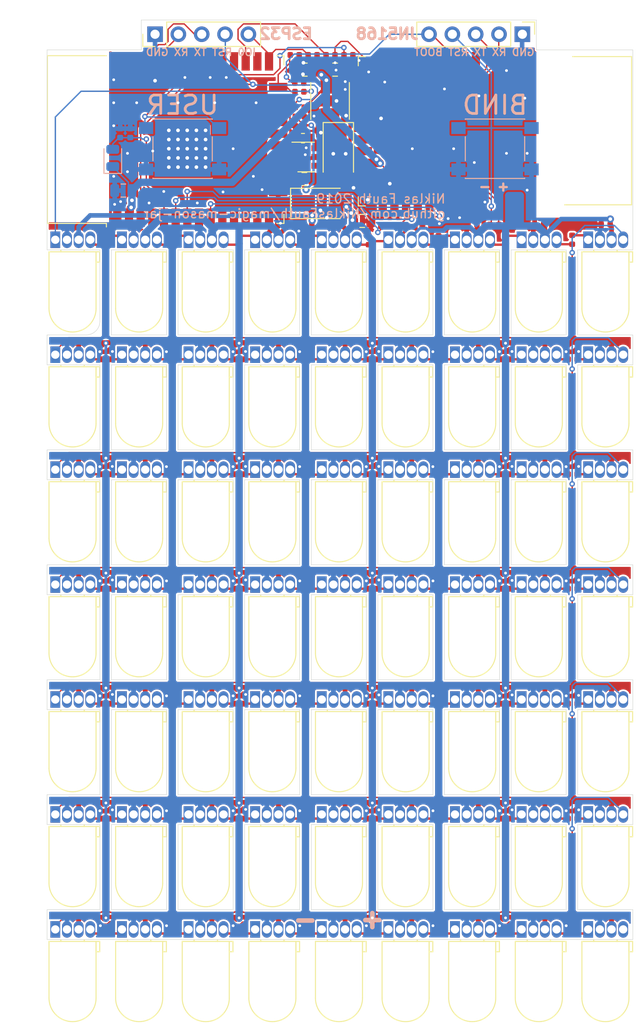
<source format=kicad_pcb>
(kicad_pcb (version 20171130) (host pcbnew 5.1.4+dfsg1-1)
  (layers (0 F.Cu signal) (31 B.Cu signal) (34 B.Paste user) (35 F.Paste user hide) (36 B.SilkS user hide) (37 F.SilkS user) (38 B.Mask user hide) (39 F.Mask user) (44 Edge.Cuts user))
  (net 0 "")
  (net 1 "Net-(D1-Pad4)")
  (net 2 "Net-(D1-Pad2)")
  (net 3 "Net-(D2-Pad4)")
  (net 4 "Net-(D2-Pad2)")
  (net 5 "Net-(D3-Pad4)")
  (net 6 "Net-(D3-Pad2)")
  (net 7 "Net-(D4-Pad4)")
  (net 8 "Net-(D4-Pad2)")
  (net 9 "Net-(D5-Pad4)")
  (net 10 "Net-(D5-Pad2)")
  (net 11 "Net-(D6-Pad4)")
  (net 12 "Net-(D6-Pad2)")
  (net 13 "Net-(D7-Pad4)")
  (net 14 "Net-(D7-Pad2)")
  (net 15 "Net-(D8-Pad2)")
  (net 16 "Net-(D8-Pad4)")
  (net 17 "Net-(D9-Pad4)")
  (net 18 "Net-(D9-Pad2)")
  (net 19 GND)
  (net 20 +5V)
  (net 21 "Net-(U1-Pad37)")
  (net 22 "Net-(U1-Pad36)")
  (net 23 "Net-(U1-Pad32)")
  (net 24 "Net-(U1-Pad31)")
  (net 25 "Net-(U1-Pad30)")
  (net 26 "Net-(U1-Pad29)")
  (net 27 "Net-(U1-Pad26)")
  (net 28 "Net-(U1-Pad23)")
  (net 29 "Net-(U1-Pad22)")
  (net 30 "Net-(U1-Pad21)")
  (net 31 "Net-(U1-Pad20)")
  (net 32 "Net-(U1-Pad19)")
  (net 33 "Net-(U1-Pad18)")
  (net 34 "Net-(U1-Pad17)")
  (net 35 "Net-(U1-Pad16)")
  (net 36 "Net-(U1-Pad14)")
  (net 37 "Net-(U1-Pad13)")
  (net 38 "Net-(U1-Pad12)")
  (net 39 "Net-(U1-Pad11)")
  (net 40 "Net-(U1-Pad10)")
  (net 41 "Net-(U1-Pad8)")
  (net 42 "Net-(U1-Pad4)")
  (net 43 "Net-(D10-Pad2)")
  (net 44 "Net-(D10-Pad4)")
  (net 45 "Net-(D11-Pad2)")
  (net 46 "Net-(D11-Pad4)")
  (net 47 "Net-(D12-Pad2)")
  (net 48 "Net-(D12-Pad4)")
  (net 49 "Net-(D13-Pad2)")
  (net 50 "Net-(D13-Pad4)")
  (net 51 "Net-(D14-Pad2)")
  (net 52 "Net-(D14-Pad4)")
  (net 53 "Net-(D15-Pad2)")
  (net 54 "Net-(D15-Pad4)")
  (net 55 "Net-(D16-Pad2)")
  (net 56 "Net-(D16-Pad4)")
  (net 57 "Net-(D17-Pad2)")
  (net 58 "Net-(D17-Pad4)")
  (net 59 "Net-(D18-Pad2)")
  (net 60 "Net-(D18-Pad4)")
  (net 61 "Net-(D19-Pad2)")
  (net 62 "Net-(D19-Pad4)")
  (net 63 "Net-(D20-Pad2)")
  (net 64 "Net-(D20-Pad4)")
  (net 65 "Net-(D21-Pad2)")
  (net 66 "Net-(D21-Pad4)")
  (net 67 "Net-(D22-Pad2)")
  (net 68 "Net-(D22-Pad4)")
  (net 69 "Net-(D23-Pad2)")
  (net 70 "Net-(D23-Pad4)")
  (net 71 "Net-(D24-Pad2)")
  (net 72 "Net-(D24-Pad4)")
  (net 73 "Net-(D25-Pad2)")
  (net 74 "Net-(D25-Pad4)")
  (net 75 "Net-(D26-Pad2)")
  (net 76 "Net-(D26-Pad4)")
  (net 77 "Net-(D27-Pad2)")
  (net 78 "Net-(D27-Pad4)")
  (net 79 "Net-(D28-Pad2)")
  (net 80 "Net-(D28-Pad4)")
  (net 81 "Net-(D29-Pad2)")
  (net 82 "Net-(D29-Pad4)")
  (net 83 "Net-(D30-Pad2)")
  (net 84 "Net-(D30-Pad4)")
  (net 85 "Net-(D31-Pad2)")
  (net 86 "Net-(D31-Pad4)")
  (net 87 "Net-(D32-Pad2)")
  (net 88 "Net-(D32-Pad4)")
  (net 89 "Net-(D33-Pad2)")
  (net 90 "Net-(D33-Pad4)")
  (net 91 "Net-(D34-Pad2)")
  (net 92 "Net-(D34-Pad4)")
  (net 93 "Net-(D35-Pad2)")
  (net 94 "Net-(D35-Pad4)")
  (net 95 "Net-(D36-Pad2)")
  (net 96 "Net-(D36-Pad4)")
  (net 97 "Net-(D37-Pad2)")
  (net 98 "Net-(D37-Pad4)")
  (net 99 "Net-(D38-Pad2)")
  (net 100 "Net-(D38-Pad4)")
  (net 101 "Net-(D39-Pad2)")
  (net 102 "Net-(D39-Pad4)")
  (net 103 "Net-(D40-Pad2)")
  (net 104 "Net-(D40-Pad4)")
  (net 105 "Net-(D41-Pad2)")
  (net 106 "Net-(D41-Pad4)")
  (net 107 "Net-(D42-Pad2)")
  (net 108 "Net-(D42-Pad4)")
  (net 109 "Net-(D43-Pad2)")
  (net 110 "Net-(D43-Pad4)")
  (net 111 "Net-(D44-Pad2)")
  (net 112 "Net-(D44-Pad4)")
  (net 113 "Net-(D45-Pad2)")
  (net 114 "Net-(D45-Pad4)")
  (net 115 "Net-(D46-Pad2)")
  (net 116 "Net-(D46-Pad4)")
  (net 117 "Net-(D47-Pad2)")
  (net 118 "Net-(D47-Pad4)")
  (net 119 "Net-(D48-Pad2)")
  (net 120 "Net-(D48-Pad4)")
  (net 121 "Net-(D49-Pad2)")
  (net 122 "Net-(D49-Pad4)")
  (net 123 "Net-(D50-Pad2)")
  (net 124 "Net-(D50-Pad4)")
  (net 125 "Net-(D51-Pad2)")
  (net 126 "Net-(D51-Pad4)")
  (net 127 "Net-(D52-Pad2)")
  (net 128 "Net-(D52-Pad4)")
  (net 129 "Net-(D53-Pad2)")
  (net 130 "Net-(D53-Pad4)")
  (net 131 "Net-(D54-Pad2)")
  (net 132 "Net-(D54-Pad4)")
  (net 133 "Net-(D55-Pad2)")
  (net 134 "Net-(D55-Pad4)")
  (net 135 "Net-(D56-Pad2)")
  (net 136 "Net-(D56-Pad4)")
  (net 137 "Net-(D57-Pad2)")
  (net 138 "Net-(D57-Pad4)")
  (net 139 "Net-(D58-Pad2)")
  (net 140 "Net-(D58-Pad4)")
  (net 141 "Net-(D59-Pad2)")
  (net 142 "Net-(D59-Pad4)")
  (net 143 "Net-(D60-Pad2)")
  (net 144 "Net-(D60-Pad4)")
  (net 145 "Net-(D61-Pad2)")
  (net 146 "Net-(D61-Pad4)")
  (net 147 "Net-(D62-Pad2)")
  (net 148 "Net-(D62-Pad4)")
  (net 149 "Net-(D63-Pad2)")
  (net 150 "Net-(D63-Pad4)")
  (net 151 "Net-(C64-Pad1)")
  (net 152 "Net-(C65-Pad2)")
  (net 153 "Net-(C66-Pad2)")
  (net 154 "Net-(C68-Pad2)")
  (net 155 "Net-(C69-Pad2)")
  (net 156 "Net-(C70-Pad2)")
  (net 157 "Net-(C70-Pad1)")
  (net 158 +3V3)
  (net 159 "Net-(J1-Pad5)")
  (net 160 EN)
  (net 161 "Net-(J1-Pad3)")
  (net 162 "Net-(J1-Pad2)")
  (net 163 HUE_RX)
  (net 164 HUE_TX)
  (net 165 WS2812)
  (net 166 "Net-(R69-Pad2)")
  (net 167 "Net-(R70-Pad1)")
  (net 168 PWM_1)
  (net 169 PWM_R)
  (net 170 PWM_G)
  (net 171 BTN)
  (net 172 PWM_B)
  (net 173 BIND)
  (net 174 "Net-(R78-Pad1)")
  (net 175 "Net-(R80-Pad1)")
  (net 176 "Net-(U2-Pad1)")
  (net 177 "Net-(U2-Pad2)")
  (net 178 "Net-(U2-Pad4)")
  (net 179 "Net-(U2-Pad5)")
  (net 180 "Net-(U2-Pad6)")
  (net 181 "Net-(U2-Pad7)")
  (net 182 "Net-(U2-Pad8)")
  (net 183 "Net-(U2-Pad9)")
  (net 184 "Net-(U2-Pad10)")
  (net 185 "Net-(U2-Pad11)")
  (net 186 "Net-(U2-Pad14)")
  (net 187 "Net-(U2-Pad15)")
  (net 188 "Net-(U2-Pad25)")
  (net 189 "Net-(U2-Pad24)")
  (net 190 "Net-(U2-Pad23)")
  (net 191 "Net-(J2-Pad5)")
  (module Button_Switch_SMD:SW_Push_1P1T_NO_6x6mm_H9.5mm (layer B.Cu) (at 17 14)
    (fp_text reference SW2 hide)
    (fp_text value SW_Push_Dual)
    (pad 2 smd rect (at 3.975 -2.25) (size 1.55 1.3) (layers B.Cu B.Paste B.Mask) (net 173 BIND))
    (pad 1 smd rect (at 3.975 2.25) (size 1.55 1.3) (layers B.Cu B.Paste B.Mask) (net 19 GND))
    (pad 1 smd rect (at -3.975 2.25) (size 1.55 1.3) (layers B.Cu B.Paste B.Mask) (net 19 GND))
    (pad 2 smd rect (at -3.975 -2.25) (size 1.55 1.3) (layers B.Cu B.Paste B.Mask) (net 173 BIND))
  )
  (module Button_Switch_SMD:SW_Push_1P1T_NO_6x6mm_H9.5mm (layer B.Cu) (at -17 14)
    (fp_text reference SW1 hide)
    (fp_text value SW_Push_Dual)
    (pad 2 smd rect (at 3.975 -2.25) (size 1.55 1.3) (layers B.Cu B.Paste B.Mask) (net 171 BTN))
    (pad 1 smd rect (at 3.975 2.25) (size 1.55 1.3) (layers B.Cu B.Paste B.Mask) (net 19 GND))
    (pad 1 smd rect (at -3.975 2.25) (size 1.55 1.3) (layers B.Cu B.Paste B.Mask) (net 19 GND))
    (pad 2 smd rect (at -3.975 -2.25) (size 1.55 1.3) (layers B.Cu B.Paste B.Mask) (net 171 BTN))
  )
  (module Connector_PinHeader_2.54mm:PinHeader_1x05_P2.54mm_Vertical (layer F.Cu) (at 19.98 1.55 270)
    (fp_text reference J2 hide)
    (fp_text value Conn_01x05)
    (pad 5 thru_hole oval (at 0 10.16 270) (size 1.7 1.7) (drill 1) (layers *.Cu *.Mask) (net 191 "Net-(J2-Pad5)"))
    (pad 4 thru_hole oval (at 0 7.62 270) (size 1.7 1.7) (drill 1) (layers *.Cu *.Mask) (net 173 BIND))
    (pad 3 thru_hole oval (at 0 5.08 270) (size 1.7 1.7) (drill 1) (layers *.Cu *.Mask) (net 164 HUE_TX))
    (pad 2 thru_hole oval (at 0 2.54 270) (size 1.7 1.7) (drill 1) (layers *.Cu *.Mask) (net 163 HUE_RX))
    (pad 1 thru_hole rect (at 0 0 270) (size 1.7 1.7) (drill 1) (layers *.Cu *.Mask) (net 19 GND))
  )
  (module Capacitor_SMD:C_0805_2012Metric (layer B.Cu) (at -23.45 18.55)
    (fp_text reference C67 hide)
    (fp_text value 10u)
    (pad 2 smd roundrect (at 0.9375 0) (size 0.975 1.4) (layers B.Cu B.Paste B.Mask) (net 158 +3V3))
    (pad 1 smd roundrect (at -0.9375 0) (size 0.975 1.4) (layers B.Cu B.Paste B.Mask) (net 19 GND))
  )
  (module Inductor_SMD:L_Taiyo-Yuden_MD-4040 (layer F.Cu) (at -0.95 8.8 90)
    (fp_text reference L1 hide)
    (fp_text value MWSA0402-100MT)
    (pad 2 smd rect (at 1.4 0 90) (size 1.2 2) (layers F.Cu F.Paste F.Mask) (net 158 +3V3))
    (pad 1 smd rect (at -1.4 0 90) (size 1.2 2) (layers F.Cu F.Paste F.Mask) (net 157 "Net-(C70-Pad1)"))
  )
  (module Capacitor_SMD:C_0603_1608Metric (layer F.Cu) (at -3.9 12.85 180)
    (fp_text reference C70 hide)
    (fp_text value 10n)
    (pad 2 smd roundrect (at 0.7875 0 180) (size 0.875 0.95) (layers F.Cu F.Paste F.Mask) (net 156 "Net-(C70-Pad2)"))
    (pad 1 smd roundrect (at -0.7875 0 180) (size 0.875 0.95) (layers F.Cu F.Paste F.Mask) (net 157 "Net-(C70-Pad1)"))
  )
  (module RF_Module:ESP32-WROOM-32 (layer F.Cu) (at -15.85 13 90)
    (fp_text reference U1 hide)
    (fp_text value ESP32-WROOM-32)
    (pad 38 smd rect (at 8.5 -8.255 90) (size 2 0.9) (layers F.Cu F.Paste F.Mask) (net 19 GND))
    (pad 37 smd rect (at 8.5 -6.985 90) (size 2 0.9) (layers F.Cu F.Paste F.Mask) (net 21 "Net-(U1-Pad37)"))
    (pad 36 smd rect (at 8.5 -5.715 90) (size 2 0.9) (layers F.Cu F.Paste F.Mask) (net 22 "Net-(U1-Pad36)"))
    (pad 35 smd rect (at 8.5 -4.445 90) (size 2 0.9) (layers F.Cu F.Paste F.Mask) (net 161 "Net-(J1-Pad3)"))
    (pad 34 smd rect (at 8.5 -3.175 90) (size 2 0.9) (layers F.Cu F.Paste F.Mask) (net 162 "Net-(J1-Pad2)"))
    (pad 33 smd rect (at 8.5 -1.905 90) (size 2 0.9) (layers F.Cu F.Paste F.Mask) (net 171 BTN))
    (pad 32 smd rect (at 8.5 -0.635 90) (size 2 0.9) (layers F.Cu F.Paste F.Mask) (net 23 "Net-(U1-Pad32)"))
    (pad 31 smd rect (at 8.5 0.635 90) (size 2 0.9) (layers F.Cu F.Paste F.Mask) (net 24 "Net-(U1-Pad31)"))
    (pad 30 smd rect (at 8.5 1.905 90) (size 2 0.9) (layers F.Cu F.Paste F.Mask) (net 25 "Net-(U1-Pad30)"))
    (pad 29 smd rect (at 8.5 3.175 90) (size 2 0.9) (layers F.Cu F.Paste F.Mask) (net 26 "Net-(U1-Pad29)"))
    (pad 28 smd rect (at 8.5 4.445 90) (size 2 0.9) (layers F.Cu F.Paste F.Mask) (net 167 "Net-(R70-Pad1)"))
    (pad 27 smd rect (at 8.5 5.715 90) (size 2 0.9) (layers F.Cu F.Paste F.Mask) (net 166 "Net-(R69-Pad2)"))
    (pad 26 smd rect (at 8.5 6.985 90) (size 2 0.9) (layers F.Cu F.Paste F.Mask) (net 27 "Net-(U1-Pad26)"))
    (pad 25 smd rect (at 8.5 8.255 90) (size 2 0.9) (layers F.Cu F.Paste F.Mask) (net 159 "Net-(J1-Pad5)"))
    (pad 24 smd rect (at 5.715 9.255 180) (size 2 0.9) (layers F.Cu F.Paste F.Mask) (net 165 WS2812))
    (pad 23 smd rect (at 4.445 9.255 180) (size 2 0.9) (layers F.Cu F.Paste F.Mask) (net 28 "Net-(U1-Pad23)"))
    (pad 22 smd rect (at 3.175 9.255 180) (size 2 0.9) (layers F.Cu F.Paste F.Mask) (net 29 "Net-(U1-Pad22)"))
    (pad 21 smd rect (at 1.905 9.255 180) (size 2 0.9) (layers F.Cu F.Paste F.Mask) (net 30 "Net-(U1-Pad21)"))
    (pad 20 smd rect (at 0.635 9.255 180) (size 2 0.9) (layers F.Cu F.Paste F.Mask) (net 31 "Net-(U1-Pad20)"))
    (pad 19 smd rect (at -0.635 9.255 180) (size 2 0.9) (layers F.Cu F.Paste F.Mask) (net 32 "Net-(U1-Pad19)"))
    (pad 18 smd rect (at -1.905 9.255 180) (size 2 0.9) (layers F.Cu F.Paste F.Mask) (net 33 "Net-(U1-Pad18)"))
    (pad 17 smd rect (at -3.175 9.255 180) (size 2 0.9) (layers F.Cu F.Paste F.Mask) (net 34 "Net-(U1-Pad17)"))
    (pad 16 smd rect (at -4.445 9.255 180) (size 2 0.9) (layers F.Cu F.Paste F.Mask) (net 35 "Net-(U1-Pad16)"))
    (pad 15 smd rect (at -5.715 9.255 180) (size 2 0.9) (layers F.Cu F.Paste F.Mask) (net 19 GND))
    (pad 14 smd rect (at -8.5 8.255 90) (size 2 0.9) (layers F.Cu F.Paste F.Mask) (net 36 "Net-(U1-Pad14)"))
    (pad 13 smd rect (at -8.5 6.985 90) (size 2 0.9) (layers F.Cu F.Paste F.Mask) (net 37 "Net-(U1-Pad13)"))
    (pad 12 smd rect (at -8.5 5.715 90) (size 2 0.9) (layers F.Cu F.Paste F.Mask) (net 38 "Net-(U1-Pad12)"))
    (pad 11 smd rect (at -8.5 4.445 90) (size 2 0.9) (layers F.Cu F.Paste F.Mask) (net 39 "Net-(U1-Pad11)"))
    (pad 10 smd rect (at -8.5 3.175 90) (size 2 0.9) (layers F.Cu F.Paste F.Mask) (net 40 "Net-(U1-Pad10)"))
    (pad 9 smd rect (at -8.5 1.905 90) (size 2 0.9) (layers F.Cu F.Paste F.Mask) (net 153 "Net-(C66-Pad2)"))
    (pad 8 smd rect (at -8.5 0.635 90) (size 2 0.9) (layers F.Cu F.Paste F.Mask) (net 41 "Net-(U1-Pad8)"))
    (pad 7 smd rect (at -8.5 -0.635 90) (size 2 0.9) (layers F.Cu F.Paste F.Mask) (net 154 "Net-(C68-Pad2)"))
    (pad 6 smd rect (at -8.5 -1.905 90) (size 2 0.9) (layers F.Cu F.Paste F.Mask) (net 155 "Net-(C69-Pad2)"))
    (pad 5 smd rect (at -8.5 -3.175 90) (size 2 0.9) (layers F.Cu F.Paste F.Mask) (net 152 "Net-(C65-Pad2)"))
    (pad 4 smd rect (at -8.5 -4.445 90) (size 2 0.9) (layers F.Cu F.Paste F.Mask) (net 42 "Net-(U1-Pad4)"))
    (pad 3 smd rect (at -8.5 -5.715 90) (size 2 0.9) (layers F.Cu F.Paste F.Mask) (net 160 EN))
    (pad 2 smd rect (at -8.5 -6.985 90) (size 2 0.9) (layers F.Cu F.Paste F.Mask) (net 158 +3V3))
    (pad 1 smd rect (at -8.5 -8.255 90) (size 2 0.9) (layers F.Cu F.Paste F.Mask) (net 19 GND))
    (pad 39 smd rect (at -1 -0.755 90) (size 5 5) (layers F.Cu F.Paste F.Mask) (net 19 GND))
  )
  (module Package_TO_SOT_SMD:SOT-23-6 (layer F.Cu) (at -3.55 14.9)
    (fp_text reference U3 hide)
    (fp_text value MP2359DJ-LF-Z_[C14259])
    (pad 5 smd rect (at 1.1 0) (size 1.06 0.65) (layers F.Cu F.Paste F.Mask) (net 20 +5V))
    (pad 6 smd rect (at 1.1 -0.95) (size 1.06 0.65) (layers F.Cu F.Paste F.Mask) (net 157 "Net-(C70-Pad1)"))
    (pad 4 smd rect (at 1.1 0.95) (size 1.06 0.65) (layers F.Cu F.Paste F.Mask) (net 175 "Net-(R80-Pad1)"))
    (pad 3 smd rect (at -1.1 0.95) (size 1.06 0.65) (layers F.Cu F.Paste F.Mask) (net 174 "Net-(R78-Pad1)"))
    (pad 2 smd rect (at -1.1 0) (size 1.06 0.65) (layers F.Cu F.Paste F.Mask) (net 19 GND))
    (pad 1 smd rect (at -1.1 -0.95) (size 1.06 0.65) (layers F.Cu F.Paste F.Mask) (net 156 "Net-(C70-Pad2)"))
  )
  (module footprimt:E75-2G4M10S (layer F.Cu) (at 12 12.1 270)
    (fp_text reference U2 hide)
    (fp_text value E75-2G4M20S)
    (pad 27 smd rect (at 7.738 -2.921 270) (size 2 0.9) (layers F.Cu F.Paste F.Mask))
    (pad 26 smd rect (at 7.738 -1.651 270) (size 2 0.9) (layers F.Cu F.Paste F.Mask))
    (pad 25 smd rect (at 7.738 -0.381 270) (size 2 0.9) (layers F.Cu F.Paste F.Mask) (net 188 "Net-(U2-Pad25)"))
    (pad 24 smd rect (at 7.731 0.8675 90) (size 2 0.9) (layers F.Cu F.Paste F.Mask) (net 189 "Net-(U2-Pad24)"))
    (pad 23 smd rect (at 7.731 2.1375 90) (size 2 0.9) (layers F.Cu F.Paste F.Mask) (net 190 "Net-(U2-Pad23)"))
    (pad 22 smd rect (at 7.731 3.4075 90) (size 2 0.9) (layers F.Cu F.Paste F.Mask) (net 173 BIND))
    (pad 21 smd rect (at 7.731 4.6775 90) (size 2 0.9) (layers F.Cu F.Paste F.Mask) (net 172 PWM_B))
    (pad 20 smd rect (at 7.731 5.9475 90) (size 2 0.9) (layers F.Cu F.Paste F.Mask) (net 170 PWM_G))
    (pad 19 smd rect (at 7.731 7.2175 90) (size 2 0.9) (layers F.Cu F.Paste F.Mask) (net 169 PWM_R))
    (pad 18 smd rect (at 4.699 9.398) (size 2 0.9) (layers F.Cu F.Paste F.Mask) (net 19 GND))
    (pad 17 smd rect (at 3.429 9.398) (size 2 0.9) (layers F.Cu F.Paste F.Mask) (net 158 +3V3))
    (pad 16 smd rect (at 2.159 9.398) (size 2 0.9) (layers F.Cu F.Paste F.Mask) (net 168 PWM_1))
    (pad 15 smd rect (at 0.889 9.398) (size 2 0.9) (layers F.Cu F.Paste F.Mask) (net 187 "Net-(U2-Pad15)"))
    (pad 14 smd rect (at -0.3695 9.3935) (size 2 0.9) (layers F.Cu F.Paste F.Mask) (net 186 "Net-(U2-Pad14)"))
    (pad 13 smd rect (at -1.6395 9.3935) (size 2 0.9) (layers F.Cu F.Paste F.Mask) (net 163 HUE_RX))
    (pad 12 smd rect (at -2.9095 9.3935) (size 2 0.9) (layers F.Cu F.Paste F.Mask) (net 164 HUE_TX))
    (pad 11 smd rect (at -4.1795 9.3935) (size 2 0.9) (layers F.Cu F.Paste F.Mask) (net 185 "Net-(U2-Pad11)"))
    (pad 10 smd rect (at -5.4495 9.3935) (size 2 0.9) (layers F.Cu F.Paste F.Mask) (net 184 "Net-(U2-Pad10)"))
    (pad 9 smd rect (at -7.627 7.239 270) (size 2 0.9) (layers F.Cu F.Paste F.Mask) (net 183 "Net-(U2-Pad9)"))
    (pad 8 smd rect (at -7.627 5.969 270) (size 2 0.9) (layers F.Cu F.Paste F.Mask) (net 182 "Net-(U2-Pad8)"))
    (pad 7 smd rect (at -7.627 4.699 270) (size 2 0.9) (layers F.Cu F.Paste F.Mask) (net 181 "Net-(U2-Pad7)"))
    (pad 6 smd rect (at -7.627 3.429 270) (size 2 0.9) (layers F.Cu F.Paste F.Mask) (net 180 "Net-(U2-Pad6)"))
    (pad 5 smd rect (at -7.627 2.159 270) (size 2 0.9) (layers F.Cu F.Paste F.Mask) (net 179 "Net-(U2-Pad5)"))
    (pad 4 smd rect (at -7.627 0.889 270) (size 2 0.9) (layers F.Cu F.Paste F.Mask) (net 178 "Net-(U2-Pad4)"))
    (pad 3 smd rect (at -7.627 -0.381 270) (size 2 0.9) (layers F.Cu F.Paste F.Mask) (net 191 "Net-(J2-Pad5)"))
    (pad 2 smd rect (at -7.627 -1.651 270) (size 2 0.9) (layers F.Cu F.Paste F.Mask) (net 177 "Net-(U2-Pad2)"))
    (pad 1 smd rect (at -7.627 -2.921 270) (size 2 0.9) (layers F.Cu F.Paste F.Mask) (net 176 "Net-(U2-Pad1)"))
  )
  (module Resistor_SMD:R_0402_1005Metric (layer F.Cu) (at -1.7 17.25 270)
    (fp_text reference R80 hide)
    (fp_text value 100k)
    (pad 2 smd roundrect (at 0.485 0 270) (size 0.59 0.64) (layers F.Cu F.Paste F.Mask) (net 20 +5V))
    (pad 1 smd roundrect (at -0.485 0 270) (size 0.59 0.64) (layers F.Cu F.Paste F.Mask) (net 175 "Net-(R80-Pad1)"))
  )
  (module Resistor_SMD:R_0402_1005Metric (layer F.Cu) (at -4.25 11.5 180)
    (fp_text reference R79 hide)
    (fp_text value 16.2k)
    (pad 2 smd roundrect (at 0.485 0 180) (size 0.59 0.64) (layers F.Cu F.Paste F.Mask) (net 19 GND))
    (pad 1 smd roundrect (at -0.485 0 180) (size 0.59 0.64) (layers F.Cu F.Paste F.Mask) (net 174 "Net-(R78-Pad1)"))
  )
  (module Resistor_SMD:R_0402_1005Metric (layer F.Cu) (at -4.25 10.5)
    (fp_text reference R78 hide)
    (fp_text value 49.9k)
    (pad 2 smd roundrect (at 0.485 0) (size 0.59 0.64) (layers F.Cu F.Paste F.Mask) (net 158 +3V3))
    (pad 1 smd roundrect (at -0.485 0) (size 0.59 0.64) (layers F.Cu F.Paste F.Mask) (net 174 "Net-(R78-Pad1)"))
  )
  (module Resistor_SMD:R_0402_1005Metric (layer F.Cu) (at -4.3 6.85 180)
    (fp_text reference R77 hide)
    (fp_text value 10k)
    (pad 2 smd roundrect (at 0.485 0 180) (size 0.59 0.64) (layers F.Cu F.Paste F.Mask) (net 191 "Net-(J2-Pad5)"))
    (pad 1 smd roundrect (at -0.485 0 180) (size 0.59 0.64) (layers F.Cu F.Paste F.Mask) (net 158 +3V3))
  )
  (module Resistor_SMD:R_0402_1005Metric (layer F.Cu) (at 16.935 22.25 180)
    (fp_text reference R76 hide)
    (fp_text value 10k)
    (pad 2 smd roundrect (at 0.485 0 180) (size 0.59 0.64) (layers F.Cu F.Paste F.Mask) (net 173 BIND))
    (pad 1 smd roundrect (at -0.485 0 180) (size 0.59 0.64) (layers F.Cu F.Paste F.Mask) (net 158 +3V3))
  )
  (module Resistor_SMD:R_0402_1005Metric (layer F.Cu) (at 9.1 21.95 270)
    (fp_text reference R75 hide)
    (fp_text value 10k)
    (pad 2 smd roundrect (at 0.485 0 270) (size 0.59 0.64) (layers F.Cu F.Paste F.Mask) (net 154 "Net-(C68-Pad2)"))
    (pad 1 smd roundrect (at -0.485 0 270) (size 0.59 0.64) (layers F.Cu F.Paste F.Mask) (net 172 PWM_B))
  )
  (module Resistor_SMD:R_0402_1005Metric (layer F.Cu) (at 6.5 21.95 270)
    (fp_text reference R73 hide)
    (fp_text value 10k)
    (pad 2 smd roundrect (at 0.485 0 270) (size 0.59 0.64) (layers F.Cu F.Paste F.Mask) (net 155 "Net-(C69-Pad2)"))
    (pad 1 smd roundrect (at -0.485 0 270) (size 0.59 0.64) (layers F.Cu F.Paste F.Mask) (net 170 PWM_G))
  )
  (module Resistor_SMD:R_0402_1005Metric (layer F.Cu) (at 5.55 21.95 270)
    (fp_text reference R72 hide)
    (fp_text value 10k)
    (pad 2 smd roundrect (at 0.485 0 270) (size 0.59 0.64) (layers F.Cu F.Paste F.Mask) (net 153 "Net-(C66-Pad2)"))
    (pad 1 smd roundrect (at -0.485 0 270) (size 0.59 0.64) (layers F.Cu F.Paste F.Mask) (net 169 PWM_R))
  )
  (module Resistor_SMD:R_0402_1005Metric (layer F.Cu) (at 1.05 3.8)
    (fp_text reference R70 hide)
    (fp_text value 1k)
    (pad 2 smd roundrect (at 0.485 0) (size 0.59 0.64) (layers F.Cu F.Paste F.Mask) (net 163 HUE_RX))
    (pad 1 smd roundrect (at -0.485 0) (size 0.59 0.64) (layers F.Cu F.Paste F.Mask) (net 167 "Net-(R70-Pad1)"))
  )
  (module Resistor_SMD:R_0402_1005Metric (layer F.Cu) (at -0.9 3.8 180)
    (fp_text reference R69 hide)
    (fp_text value 1k)
    (pad 2 smd roundrect (at 0.485 0 180) (size 0.59 0.64) (layers F.Cu F.Paste F.Mask) (net 166 "Net-(R69-Pad2)"))
    (pad 1 smd roundrect (at -0.485 0 180) (size 0.59 0.64) (layers F.Cu F.Paste F.Mask) (net 164 HUE_TX))
  )
  (module Resistor_SMD:R_0402_1005Metric (layer B.Cu) (at -22.7 12.3 270)
    (fp_text reference R68 hide)
    (fp_text value 1M)
    (pad 2 smd roundrect (at 0.485 0 270) (size 0.59 0.64) (layers B.Cu B.Paste B.Mask) (net 152 "Net-(C65-Pad2)"))
    (pad 1 smd roundrect (at -0.485 0 270) (size 0.59 0.64) (layers B.Cu B.Paste B.Mask) (net 19 GND))
  )
  (module Resistor_SMD:R_0402_1005Metric (layer F.Cu) (at -4.8 3.8)
    (fp_text reference R67 hide)
    (fp_text value 10k)
    (pad 2 smd roundrect (at 0.485 0) (size 0.59 0.64) (layers F.Cu F.Paste F.Mask) (net 19 GND))
    (pad 1 smd roundrect (at -0.485 0) (size 0.59 0.64) (layers F.Cu F.Paste F.Mask) (net 165 WS2812))
  )
  (module LED_SMD:LED_0805_2012Metric (layer B.Cu) (at -24.6 15 90)
    (fp_text reference R66 hide)
    (fp_text value R_PHOTO)
    (pad 2 smd roundrect (at 0.9375 0 90) (size 0.975 1.4) (layers B.Cu B.Paste B.Mask) (net 152 "Net-(C65-Pad2)"))
    (pad 1 smd roundrect (at -0.9375 0 90) (size 0.975 1.4) (layers B.Cu B.Paste B.Mask) (net 158 +3V3))
  )
  (module Resistor_SMD:R_0402_1005Metric (layer F.Cu) (at -2.85 3.8)
    (fp_text reference R65 hide)
    (fp_text value 10k)
    (pad 2 smd roundrect (at 0.485 0) (size 0.59 0.64) (layers F.Cu F.Paste F.Mask) (net 158 +3V3))
    (pad 1 smd roundrect (at -0.485 0) (size 0.59 0.64) (layers F.Cu F.Paste F.Mask) (net 159 "Net-(J1-Pad5)"))
  )
  (module Resistor_SMD:R_0402_1005Metric (layer F.Cu) (at -4.25 9.5)
    (fp_text reference R64 hide)
    (fp_text value 10k)
    (pad 2 smd roundrect (at 0.485 0) (size 0.59 0.64) (layers F.Cu F.Paste F.Mask) (net 158 +3V3))
    (pad 1 smd roundrect (at -0.485 0) (size 0.59 0.64) (layers F.Cu F.Paste F.Mask) (net 160 EN))
  )
  (module Resistor_SMD:R_0402_1005Metric (layer F.Cu) (at -4.285 7.8 180)
    (fp_text reference R63 hide)
    (fp_text value 75)
    (pad 2 smd roundrect (at 0.485 0 180) (size 0.59 0.64) (layers F.Cu F.Paste F.Mask) (net 165 WS2812))
    (pad 1 smd roundrect (at -0.485 0 180) (size 0.59 0.64) (layers F.Cu F.Paste F.Mask) (net 1 "Net-(D1-Pad4)"))
  )
  (module Connector_PinHeader_2.54mm:PinHeader_1x05_P2.54mm_Vertical (layer F.Cu) (at -20 1.55 90)
    (fp_text reference J1 hide)
    (fp_text value Conn_01x05)
    (pad 5 thru_hole oval (at 0 10.16 90) (size 1.7 1.7) (drill 1) (layers *.Cu *.Mask) (net 159 "Net-(J1-Pad5)"))
    (pad 4 thru_hole oval (at 0 7.62 90) (size 1.7 1.7) (drill 1) (layers *.Cu *.Mask) (net 160 EN))
    (pad 3 thru_hole oval (at 0 5.08 90) (size 1.7 1.7) (drill 1) (layers *.Cu *.Mask) (net 161 "Net-(J1-Pad3)"))
    (pad 2 thru_hole oval (at 0 2.54 90) (size 1.7 1.7) (drill 1) (layers *.Cu *.Mask) (net 162 "Net-(J1-Pad2)"))
    (pad 1 thru_hole rect (at 0 0 90) (size 1.7 1.7) (drill 1) (layers *.Cu *.Mask) (net 19 GND))
  )
  (module Diode_SMD:D_SMA (layer F.Cu) (at -0.05 14.55 270)
    (fp_text reference D65 hide)
    (fp_text value SS34)
    (pad 2 smd rect (at 2 0 270) (size 2.5 1.8) (layers F.Cu F.Paste F.Mask) (net 19 GND))
    (pad 1 smd rect (at -2 0 270) (size 2.5 1.8) (layers F.Cu F.Paste F.Mask) (net 157 "Net-(C70-Pad1)"))
  )
  (module Diode_SMD:D_SMA (layer F.Cu) (at -1.85 19.95)
    (fp_text reference D64 hide)
    (fp_text value SS34)
    (pad 2 smd rect (at 2 0) (size 2.5 1.8) (layers F.Cu F.Paste F.Mask) (net 20 +5V))
    (pad 1 smd rect (at -2 0) (size 2.5 1.8) (layers F.Cu F.Paste F.Mask) (net 151 "Net-(C64-Pad1)"))
  )
  (module Capacitor_SMD:C_0805_2012Metric (layer F.Cu) (at -3.75 17.3)
    (fp_text reference C74 hide)
    (fp_text value 10u)
    (pad 2 smd roundrect (at 0.9375 0) (size 0.975 1.4) (layers F.Cu F.Paste F.Mask) (net 20 +5V))
    (pad 1 smd roundrect (at -0.9375 0) (size 0.975 1.4) (layers F.Cu F.Paste F.Mask) (net 19 GND))
  )
  (module Capacitor_SMD:C_0805_2012Metric (layer F.Cu) (at 2.55 21.85 180)
    (fp_text reference C73 hide)
    (fp_text value 10u)
    (pad 2 smd roundrect (at 0.9375 0 180) (size 0.975 1.4) (layers F.Cu F.Paste F.Mask) (net 20 +5V))
    (pad 1 smd roundrect (at -0.9375 0 180) (size 0.975 1.4) (layers F.Cu F.Paste F.Mask) (net 19 GND))
  )
  (module Capacitor_SMD:C_0805_2012Metric (layer F.Cu) (at -3.7 5.4)
    (fp_text reference C72 hide)
    (fp_text value 10u)
    (pad 2 smd roundrect (at 0.9375 0) (size 0.975 1.4) (layers F.Cu F.Paste F.Mask) (net 158 +3V3))
    (pad 1 smd roundrect (at -0.9375 0) (size 0.975 1.4) (layers F.Cu F.Paste F.Mask) (net 19 GND))
  )
  (module Capacitor_SMD:C_0805_2012Metric (layer F.Cu) (at -0.4 5.4 180)
    (fp_text reference C71 hide)
    (fp_text value 10u)
    (pad 2 smd roundrect (at 0.9375 0 180) (size 0.975 1.4) (layers F.Cu F.Paste F.Mask) (net 158 +3V3))
    (pad 1 smd roundrect (at -0.9375 0 180) (size 0.975 1.4) (layers F.Cu F.Paste F.Mask) (net 19 GND))
  )
  (module Capacitor_SMD:C_0402_1005Metric (layer F.Cu) (at 7.45 21.95 90)
    (fp_text reference C69 hide)
    (fp_text value 100n)
    (pad 2 smd roundrect (at 0.485 0 90) (size 0.59 0.64) (layers F.Cu F.Paste F.Mask) (net 155 "Net-(C69-Pad2)"))
    (pad 1 smd roundrect (at -0.485 0 90) (size 0.59 0.64) (layers F.Cu F.Paste F.Mask) (net 19 GND))
  )
  (module Capacitor_SMD:C_0402_1005Metric (layer F.Cu) (at 10.05 21.95 90)
    (fp_text reference C68 hide)
    (fp_text value 100n)
    (pad 2 smd roundrect (at 0.485 0 90) (size 0.59 0.64) (layers F.Cu F.Paste F.Mask) (net 154 "Net-(C68-Pad2)"))
    (pad 1 smd roundrect (at -0.485 0 90) (size 0.59 0.64) (layers F.Cu F.Paste F.Mask) (net 19 GND))
  )
  (module Capacitor_SMD:C_0402_1005Metric (layer F.Cu) (at 4.6 21.95 270)
    (fp_text reference C66 hide)
    (fp_text value 100n)
    (pad 2 smd roundrect (at 0.485 0 270) (size 0.59 0.64) (layers F.Cu F.Paste F.Mask) (net 153 "Net-(C66-Pad2)"))
    (pad 1 smd roundrect (at -0.485 0 270) (size 0.59 0.64) (layers F.Cu F.Paste F.Mask) (net 19 GND))
  )
  (module Capacitor_SMD:C_0402_1005Metric (layer B.Cu) (at -23.8 12.3 270)
    (fp_text reference C65 hide)
    (fp_text value 100n)
    (pad 2 smd roundrect (at 0.485 0 270) (size 0.59 0.64) (layers B.Cu B.Paste B.Mask) (net 152 "Net-(C65-Pad2)"))
    (pad 1 smd roundrect (at -0.485 0 270) (size 0.59 0.64) (layers B.Cu B.Paste B.Mask) (net 19 GND))
  )
  (module Capacitor_SMD:C_0402_1005Metric (layer F.Cu) (at -2.45 22.25)
    (fp_text reference C64 hide)
    (fp_text value 100n)
    (pad 2 smd roundrect (at 0.485 0) (size 0.59 0.64) (layers F.Cu F.Paste F.Mask) (net 19 GND))
    (pad 1 smd roundrect (at -0.485 0) (size 0.59 0.64) (layers F.Cu F.Paste F.Mask) (net 151 "Net-(C64-Pad1)"))
  )
  (module Resistor_SMD:R_0402_1005Metric (layer F.Cu) (at 25.45 99.35 180)
    (fp_text reference R62 hide)
    (fp_text value 75)
    (pad 2 smd roundrect (at 0.485 0 180) (size 0.59 0.64) (layers F.Cu F.Paste F.Mask) (net 147 "Net-(D62-Pad2)"))
    (pad 1 smd roundrect (at -0.485 0 180) (size 0.59 0.64) (layers F.Cu F.Paste F.Mask) (net 150 "Net-(D63-Pad4)"))
  )
  (module Resistor_SMD:R_0402_1005Metric (layer F.Cu) (at 18.2 99.35 180)
    (fp_text reference R61 hide)
    (fp_text value 75)
    (pad 2 smd roundrect (at 0.485 0 180) (size 0.59 0.64) (layers F.Cu F.Paste F.Mask) (net 145 "Net-(D61-Pad2)"))
    (pad 1 smd roundrect (at -0.485 0 180) (size 0.59 0.64) (layers F.Cu F.Paste F.Mask) (net 148 "Net-(D62-Pad4)"))
  )
  (module Resistor_SMD:R_0402_1005Metric (layer F.Cu) (at 10.95 99.35 180)
    (fp_text reference R60 hide)
    (fp_text value 75)
    (pad 2 smd roundrect (at 0.485 0 180) (size 0.59 0.64) (layers F.Cu F.Paste F.Mask) (net 143 "Net-(D60-Pad2)"))
    (pad 1 smd roundrect (at -0.485 0 180) (size 0.59 0.64) (layers F.Cu F.Paste F.Mask) (net 146 "Net-(D61-Pad4)"))
  )
  (module Resistor_SMD:R_0402_1005Metric (layer F.Cu) (at 3.7 99.35 180)
    (fp_text reference R59 hide)
    (fp_text value 75)
    (pad 2 smd roundrect (at 0.485 0 180) (size 0.59 0.64) (layers F.Cu F.Paste F.Mask) (net 141 "Net-(D59-Pad2)"))
    (pad 1 smd roundrect (at -0.485 0 180) (size 0.59 0.64) (layers F.Cu F.Paste F.Mask) (net 144 "Net-(D60-Pad4)"))
  )
  (module Resistor_SMD:R_0402_1005Metric (layer F.Cu) (at -3.55 99.35 180)
    (fp_text reference R58 hide)
    (fp_text value 75)
    (pad 2 smd roundrect (at 0.485 0 180) (size 0.59 0.64) (layers F.Cu F.Paste F.Mask) (net 139 "Net-(D58-Pad2)"))
    (pad 1 smd roundrect (at -0.485 0 180) (size 0.59 0.64) (layers F.Cu F.Paste F.Mask) (net 142 "Net-(D59-Pad4)"))
  )
  (module Resistor_SMD:R_0402_1005Metric (layer F.Cu) (at -10.8 99.35 180)
    (fp_text reference R57 hide)
    (fp_text value 75)
    (pad 2 smd roundrect (at 0.485 0 180) (size 0.59 0.64) (layers F.Cu F.Paste F.Mask) (net 137 "Net-(D57-Pad2)"))
    (pad 1 smd roundrect (at -0.485 0 180) (size 0.59 0.64) (layers F.Cu F.Paste F.Mask) (net 140 "Net-(D58-Pad4)"))
  )
  (module Resistor_SMD:R_0402_1005Metric (layer F.Cu) (at -18.05 99.35 180)
    (fp_text reference R56 hide)
    (fp_text value 75)
    (pad 2 smd roundrect (at 0.485 0 180) (size 0.59 0.64) (layers F.Cu F.Paste F.Mask) (net 135 "Net-(D56-Pad2)"))
    (pad 1 smd roundrect (at -0.485 0 180) (size 0.59 0.64) (layers F.Cu F.Paste F.Mask) (net 138 "Net-(D57-Pad4)"))
  )
  (module Resistor_SMD:R_0402_1005Metric (layer F.Cu) (at -25.3 99.35 180)
    (fp_text reference R55 hide)
    (fp_text value 75)
    (pad 2 smd roundrect (at 0.485 0 180) (size 0.59 0.64) (layers F.Cu F.Paste F.Mask) (net 133 "Net-(D55-Pad2)"))
    (pad 1 smd roundrect (at -0.485 0 180) (size 0.59 0.64) (layers F.Cu F.Paste F.Mask) (net 136 "Net-(D56-Pad4)"))
  )
  (module Resistor_SMD:R_0402_1005Metric (layer F.Cu) (at 25.4 95.865 90)
    (fp_text reference R54 hide)
    (fp_text value 75)
    (pad 2 smd roundrect (at 0.485 0 90) (size 0.59 0.64) (layers F.Cu F.Paste F.Mask) (net 131 "Net-(D54-Pad2)"))
    (pad 1 smd roundrect (at -0.485 0 90) (size 0.59 0.64) (layers F.Cu F.Paste F.Mask) (net 134 "Net-(D55-Pad4)"))
  )
  (module Resistor_SMD:R_0402_1005Metric (layer F.Cu) (at 25.45 86.85 180)
    (fp_text reference R53 hide)
    (fp_text value 75)
    (pad 2 smd roundrect (at 0.485 0 180) (size 0.59 0.64) (layers F.Cu F.Paste F.Mask) (net 129 "Net-(D53-Pad2)"))
    (pad 1 smd roundrect (at -0.485 0 180) (size 0.59 0.64) (layers F.Cu F.Paste F.Mask) (net 132 "Net-(D54-Pad4)"))
  )
  (module Resistor_SMD:R_0402_1005Metric (layer F.Cu) (at 18.2 86.85 180)
    (fp_text reference R52 hide)
    (fp_text value 75)
    (pad 2 smd roundrect (at 0.485 0 180) (size 0.59 0.64) (layers F.Cu F.Paste F.Mask) (net 127 "Net-(D52-Pad2)"))
    (pad 1 smd roundrect (at -0.485 0 180) (size 0.59 0.64) (layers F.Cu F.Paste F.Mask) (net 130 "Net-(D53-Pad4)"))
  )
  (module Resistor_SMD:R_0402_1005Metric (layer F.Cu) (at 10.95 86.85 180)
    (fp_text reference R51 hide)
    (fp_text value 75)
    (pad 2 smd roundrect (at 0.485 0 180) (size 0.59 0.64) (layers F.Cu F.Paste F.Mask) (net 125 "Net-(D51-Pad2)"))
    (pad 1 smd roundrect (at -0.485 0 180) (size 0.59 0.64) (layers F.Cu F.Paste F.Mask) (net 128 "Net-(D52-Pad4)"))
  )
  (module Resistor_SMD:R_0402_1005Metric (layer F.Cu) (at 3.7 86.85 180)
    (fp_text reference R50 hide)
    (fp_text value 75)
    (pad 2 smd roundrect (at 0.485 0 180) (size 0.59 0.64) (layers F.Cu F.Paste F.Mask) (net 123 "Net-(D50-Pad2)"))
    (pad 1 smd roundrect (at -0.485 0 180) (size 0.59 0.64) (layers F.Cu F.Paste F.Mask) (net 126 "Net-(D51-Pad4)"))
  )
  (module Resistor_SMD:R_0402_1005Metric (layer F.Cu) (at -3.55 86.85 180)
    (fp_text reference R49 hide)
    (fp_text value 75)
    (pad 2 smd roundrect (at 0.485 0 180) (size 0.59 0.64) (layers F.Cu F.Paste F.Mask) (net 121 "Net-(D49-Pad2)"))
    (pad 1 smd roundrect (at -0.485 0 180) (size 0.59 0.64) (layers F.Cu F.Paste F.Mask) (net 124 "Net-(D50-Pad4)"))
  )
  (module Resistor_SMD:R_0402_1005Metric (layer F.Cu) (at -10.8 86.85 180)
    (fp_text reference R48 hide)
    (fp_text value 75)
    (pad 2 smd roundrect (at 0.485 0 180) (size 0.59 0.64) (layers F.Cu F.Paste F.Mask) (net 119 "Net-(D48-Pad2)"))
    (pad 1 smd roundrect (at -0.485 0 180) (size 0.59 0.64) (layers F.Cu F.Paste F.Mask) (net 122 "Net-(D49-Pad4)"))
  )
  (module Resistor_SMD:R_0402_1005Metric (layer F.Cu) (at -18.05 86.85 180)
    (fp_text reference R47 hide)
    (fp_text value 75)
    (pad 2 smd roundrect (at 0.485 0 180) (size 0.59 0.64) (layers F.Cu F.Paste F.Mask) (net 117 "Net-(D47-Pad2)"))
    (pad 1 smd roundrect (at -0.485 0 180) (size 0.59 0.64) (layers F.Cu F.Paste F.Mask) (net 120 "Net-(D48-Pad4)"))
  )
  (module Resistor_SMD:R_0402_1005Metric (layer F.Cu) (at -25.3 86.85 180)
    (fp_text reference R46 hide)
    (fp_text value 75)
    (pad 2 smd roundrect (at 0.485 0 180) (size 0.59 0.64) (layers F.Cu F.Paste F.Mask) (net 115 "Net-(D46-Pad2)"))
    (pad 1 smd roundrect (at -0.485 0 180) (size 0.59 0.64) (layers F.Cu F.Paste F.Mask) (net 118 "Net-(D47-Pad4)"))
  )
  (module Resistor_SMD:R_0402_1005Metric (layer F.Cu) (at 25.4 83.35 90)
    (fp_text reference R45 hide)
    (fp_text value 75)
    (pad 2 smd roundrect (at 0.485 0 90) (size 0.59 0.64) (layers F.Cu F.Paste F.Mask) (net 113 "Net-(D45-Pad2)"))
    (pad 1 smd roundrect (at -0.485 0 90) (size 0.59 0.64) (layers F.Cu F.Paste F.Mask) (net 116 "Net-(D46-Pad4)"))
  )
  (module Resistor_SMD:R_0402_1005Metric (layer F.Cu) (at 25.45 74.35 180)
    (fp_text reference R44 hide)
    (fp_text value 75)
    (pad 2 smd roundrect (at 0.485 0 180) (size 0.59 0.64) (layers F.Cu F.Paste F.Mask) (net 111 "Net-(D44-Pad2)"))
    (pad 1 smd roundrect (at -0.485 0 180) (size 0.59 0.64) (layers F.Cu F.Paste F.Mask) (net 114 "Net-(D45-Pad4)"))
  )
  (module Resistor_SMD:R_0402_1005Metric (layer F.Cu) (at 18.2 74.35 180)
    (fp_text reference R43 hide)
    (fp_text value 75)
    (pad 2 smd roundrect (at 0.485 0 180) (size 0.59 0.64) (layers F.Cu F.Paste F.Mask) (net 109 "Net-(D43-Pad2)"))
    (pad 1 smd roundrect (at -0.485 0 180) (size 0.59 0.64) (layers F.Cu F.Paste F.Mask) (net 112 "Net-(D44-Pad4)"))
  )
  (module Resistor_SMD:R_0402_1005Metric (layer F.Cu) (at 10.95 74.35 180)
    (fp_text reference R42 hide)
    (fp_text value 75)
    (pad 2 smd roundrect (at 0.485 0 180) (size 0.59 0.64) (layers F.Cu F.Paste F.Mask) (net 107 "Net-(D42-Pad2)"))
    (pad 1 smd roundrect (at -0.485 0 180) (size 0.59 0.64) (layers F.Cu F.Paste F.Mask) (net 110 "Net-(D43-Pad4)"))
  )
  (module Resistor_SMD:R_0402_1005Metric (layer F.Cu) (at 3.7 74.35 180)
    (fp_text reference R41 hide)
    (fp_text value 75)
    (pad 2 smd roundrect (at 0.485 0 180) (size 0.59 0.64) (layers F.Cu F.Paste F.Mask) (net 105 "Net-(D41-Pad2)"))
    (pad 1 smd roundrect (at -0.485 0 180) (size 0.59 0.64) (layers F.Cu F.Paste F.Mask) (net 108 "Net-(D42-Pad4)"))
  )
  (module Resistor_SMD:R_0402_1005Metric (layer F.Cu) (at -3.55 74.35 180)
    (fp_text reference R40 hide)
    (fp_text value 75)
    (pad 2 smd roundrect (at 0.485 0 180) (size 0.59 0.64) (layers F.Cu F.Paste F.Mask) (net 103 "Net-(D40-Pad2)"))
    (pad 1 smd roundrect (at -0.485 0 180) (size 0.59 0.64) (layers F.Cu F.Paste F.Mask) (net 106 "Net-(D41-Pad4)"))
  )
  (module Resistor_SMD:R_0402_1005Metric (layer F.Cu) (at -10.8 74.35 180)
    (fp_text reference R39 hide)
    (fp_text value 75)
    (pad 2 smd roundrect (at 0.485 0 180) (size 0.59 0.64) (layers F.Cu F.Paste F.Mask) (net 101 "Net-(D39-Pad2)"))
    (pad 1 smd roundrect (at -0.485 0 180) (size 0.59 0.64) (layers F.Cu F.Paste F.Mask) (net 104 "Net-(D40-Pad4)"))
  )
  (module Resistor_SMD:R_0402_1005Metric (layer F.Cu) (at -18.05 74.35 180)
    (fp_text reference R38 hide)
    (fp_text value 75)
    (pad 2 smd roundrect (at 0.485 0 180) (size 0.59 0.64) (layers F.Cu F.Paste F.Mask) (net 99 "Net-(D38-Pad2)"))
    (pad 1 smd roundrect (at -0.485 0 180) (size 0.59 0.64) (layers F.Cu F.Paste F.Mask) (net 102 "Net-(D39-Pad4)"))
  )
  (module Resistor_SMD:R_0402_1005Metric (layer F.Cu) (at -25.3 74.35 180)
    (fp_text reference R37 hide)
    (fp_text value 75)
    (pad 2 smd roundrect (at 0.485 0 180) (size 0.59 0.64) (layers F.Cu F.Paste F.Mask) (net 97 "Net-(D37-Pad2)"))
    (pad 1 smd roundrect (at -0.485 0 180) (size 0.59 0.64) (layers F.Cu F.Paste F.Mask) (net 100 "Net-(D38-Pad4)"))
  )
  (module Resistor_SMD:R_0402_1005Metric (layer F.Cu) (at 25.4 70.85 90)
    (fp_text reference R36 hide)
    (fp_text value 75)
    (pad 2 smd roundrect (at 0.485 0 90) (size 0.59 0.64) (layers F.Cu F.Paste F.Mask) (net 95 "Net-(D36-Pad2)"))
    (pad 1 smd roundrect (at -0.485 0 90) (size 0.59 0.64) (layers F.Cu F.Paste F.Mask) (net 98 "Net-(D37-Pad4)"))
  )
  (module Resistor_SMD:R_0402_1005Metric (layer F.Cu) (at 25.45 61.85 180)
    (fp_text reference R35 hide)
    (fp_text value 75)
    (pad 2 smd roundrect (at 0.485 0 180) (size 0.59 0.64) (layers F.Cu F.Paste F.Mask) (net 93 "Net-(D35-Pad2)"))
    (pad 1 smd roundrect (at -0.485 0 180) (size 0.59 0.64) (layers F.Cu F.Paste F.Mask) (net 96 "Net-(D36-Pad4)"))
  )
  (module Resistor_SMD:R_0402_1005Metric (layer F.Cu) (at 18.2 61.85 180)
    (fp_text reference R34 hide)
    (fp_text value 75)
    (pad 2 smd roundrect (at 0.485 0 180) (size 0.59 0.64) (layers F.Cu F.Paste F.Mask) (net 91 "Net-(D34-Pad2)"))
    (pad 1 smd roundrect (at -0.485 0 180) (size 0.59 0.64) (layers F.Cu F.Paste F.Mask) (net 94 "Net-(D35-Pad4)"))
  )
  (module Resistor_SMD:R_0402_1005Metric (layer F.Cu) (at 10.95 61.85 180)
    (fp_text reference R33 hide)
    (fp_text value 75)
    (pad 2 smd roundrect (at 0.485 0 180) (size 0.59 0.64) (layers F.Cu F.Paste F.Mask) (net 89 "Net-(D33-Pad2)"))
    (pad 1 smd roundrect (at -0.485 0 180) (size 0.59 0.64) (layers F.Cu F.Paste F.Mask) (net 92 "Net-(D34-Pad4)"))
  )
  (module Resistor_SMD:R_0402_1005Metric (layer F.Cu) (at 3.7 61.85 180)
    (fp_text reference R32 hide)
    (fp_text value 75)
    (pad 2 smd roundrect (at 0.485 0 180) (size 0.59 0.64) (layers F.Cu F.Paste F.Mask) (net 87 "Net-(D32-Pad2)"))
    (pad 1 smd roundrect (at -0.485 0 180) (size 0.59 0.64) (layers F.Cu F.Paste F.Mask) (net 90 "Net-(D33-Pad4)"))
  )
  (module Resistor_SMD:R_0402_1005Metric (layer F.Cu) (at -3.55 61.85 180)
    (fp_text reference R31 hide)
    (fp_text value 75)
    (pad 2 smd roundrect (at 0.485 0 180) (size 0.59 0.64) (layers F.Cu F.Paste F.Mask) (net 85 "Net-(D31-Pad2)"))
    (pad 1 smd roundrect (at -0.485 0 180) (size 0.59 0.64) (layers F.Cu F.Paste F.Mask) (net 88 "Net-(D32-Pad4)"))
  )
  (module Resistor_SMD:R_0402_1005Metric (layer F.Cu) (at -10.8 61.85 180)
    (fp_text reference R30 hide)
    (fp_text value 75)
    (pad 2 smd roundrect (at 0.485 0 180) (size 0.59 0.64) (layers F.Cu F.Paste F.Mask) (net 83 "Net-(D30-Pad2)"))
    (pad 1 smd roundrect (at -0.485 0 180) (size 0.59 0.64) (layers F.Cu F.Paste F.Mask) (net 86 "Net-(D31-Pad4)"))
  )
  (module Resistor_SMD:R_0402_1005Metric (layer F.Cu) (at -18.05 61.85 180)
    (fp_text reference R29 hide)
    (fp_text value 75)
    (pad 2 smd roundrect (at 0.485 0 180) (size 0.59 0.64) (layers F.Cu F.Paste F.Mask) (net 81 "Net-(D29-Pad2)"))
    (pad 1 smd roundrect (at -0.485 0 180) (size 0.59 0.64) (layers F.Cu F.Paste F.Mask) (net 84 "Net-(D30-Pad4)"))
  )
  (module Resistor_SMD:R_0402_1005Metric (layer F.Cu) (at -25.3 61.85 180)
    (fp_text reference R28 hide)
    (fp_text value 75)
    (pad 2 smd roundrect (at 0.485 0 180) (size 0.59 0.64) (layers F.Cu F.Paste F.Mask) (net 79 "Net-(D28-Pad2)"))
    (pad 1 smd roundrect (at -0.485 0 180) (size 0.59 0.64) (layers F.Cu F.Paste F.Mask) (net 82 "Net-(D29-Pad4)"))
  )
  (module Resistor_SMD:R_0402_1005Metric (layer F.Cu) (at 25.4 58.35 90)
    (fp_text reference R27 hide)
    (fp_text value 75)
    (pad 2 smd roundrect (at 0.485 0 90) (size 0.59 0.64) (layers F.Cu F.Paste F.Mask) (net 77 "Net-(D27-Pad2)"))
    (pad 1 smd roundrect (at -0.485 0 90) (size 0.59 0.64) (layers F.Cu F.Paste F.Mask) (net 80 "Net-(D28-Pad4)"))
  )
  (module Resistor_SMD:R_0402_1005Metric (layer F.Cu) (at 25.45 49.4 180)
    (fp_text reference R26 hide)
    (fp_text value 75)
    (pad 2 smd roundrect (at 0.485 0 180) (size 0.59 0.64) (layers F.Cu F.Paste F.Mask) (net 75 "Net-(D26-Pad2)"))
    (pad 1 smd roundrect (at -0.485 0 180) (size 0.59 0.64) (layers F.Cu F.Paste F.Mask) (net 78 "Net-(D27-Pad4)"))
  )
  (module Resistor_SMD:R_0402_1005Metric (layer F.Cu) (at 18.2 49.4 180)
    (fp_text reference R25 hide)
    (fp_text value 75)
    (pad 2 smd roundrect (at 0.485 0 180) (size 0.59 0.64) (layers F.Cu F.Paste F.Mask) (net 73 "Net-(D25-Pad2)"))
    (pad 1 smd roundrect (at -0.485 0 180) (size 0.59 0.64) (layers F.Cu F.Paste F.Mask) (net 76 "Net-(D26-Pad4)"))
  )
  (module Resistor_SMD:R_0402_1005Metric (layer F.Cu) (at 10.95 49.4 180)
    (fp_text reference R24 hide)
    (fp_text value 75)
    (pad 2 smd roundrect (at 0.485 0 180) (size 0.59 0.64) (layers F.Cu F.Paste F.Mask) (net 71 "Net-(D24-Pad2)"))
    (pad 1 smd roundrect (at -0.485 0 180) (size 0.59 0.64) (layers F.Cu F.Paste F.Mask) (net 74 "Net-(D25-Pad4)"))
  )
  (module Resistor_SMD:R_0402_1005Metric (layer F.Cu) (at 3.7 49.4 180)
    (fp_text reference R23 hide)
    (fp_text value 75)
    (pad 2 smd roundrect (at 0.485 0 180) (size 0.59 0.64) (layers F.Cu F.Paste F.Mask) (net 69 "Net-(D23-Pad2)"))
    (pad 1 smd roundrect (at -0.485 0 180) (size 0.59 0.64) (layers F.Cu F.Paste F.Mask) (net 72 "Net-(D24-Pad4)"))
  )
  (module Resistor_SMD:R_0402_1005Metric (layer F.Cu) (at -3.55 49.4 180)
    (fp_text reference R22 hide)
    (fp_text value 75)
    (pad 1 smd roundrect (at -0.485 0 180) (size 0.59 0.64) (layers F.Cu F.Paste F.Mask) (net 70 "Net-(D23-Pad4)"))
    (pad 2 smd roundrect (at 0.485 0 180) (size 0.59 0.64) (layers F.Cu F.Paste F.Mask) (net 67 "Net-(D22-Pad2)"))
  )
  (module Resistor_SMD:R_0402_1005Metric (layer F.Cu) (at -10.8 49.4 180)
    (fp_text reference R21 hide)
    (fp_text value 75)
    (pad 2 smd roundrect (at 0.485 0 180) (size 0.59 0.64) (layers F.Cu F.Paste F.Mask) (net 65 "Net-(D21-Pad2)"))
    (pad 1 smd roundrect (at -0.485 0 180) (size 0.59 0.64) (layers F.Cu F.Paste F.Mask) (net 68 "Net-(D22-Pad4)"))
  )
  (module Resistor_SMD:R_0402_1005Metric (layer F.Cu) (at -18.05 49.4 180)
    (fp_text reference R20 hide)
    (fp_text value 75)
    (pad 2 smd roundrect (at 0.485 0 180) (size 0.59 0.64) (layers F.Cu F.Paste F.Mask) (net 63 "Net-(D20-Pad2)"))
    (pad 1 smd roundrect (at -0.485 0 180) (size 0.59 0.64) (layers F.Cu F.Paste F.Mask) (net 66 "Net-(D21-Pad4)"))
  )
  (module Resistor_SMD:R_0402_1005Metric (layer F.Cu) (at -25.3 49.4 180)
    (fp_text reference R19 hide)
    (fp_text value 75)
    (pad 2 smd roundrect (at 0.485 0 180) (size 0.59 0.64) (layers F.Cu F.Paste F.Mask) (net 61 "Net-(D19-Pad2)"))
    (pad 1 smd roundrect (at -0.485 0 180) (size 0.59 0.64) (layers F.Cu F.Paste F.Mask) (net 64 "Net-(D20-Pad4)"))
  )
  (module Resistor_SMD:R_0402_1005Metric (layer F.Cu) (at 25.4 45.85 90)
    (fp_text reference R18 hide)
    (fp_text value 75)
    (pad 2 smd roundrect (at 0.485 0 90) (size 0.59 0.64) (layers F.Cu F.Paste F.Mask) (net 59 "Net-(D18-Pad2)"))
    (pad 1 smd roundrect (at -0.485 0 90) (size 0.59 0.64) (layers F.Cu F.Paste F.Mask) (net 62 "Net-(D19-Pad4)"))
  )
  (module Resistor_SMD:R_0402_1005Metric (layer F.Cu) (at 25.45 36.9 180)
    (fp_text reference R17 hide)
    (fp_text value 75)
    (pad 2 smd roundrect (at 0.485 0 180) (size 0.59 0.64) (layers F.Cu F.Paste F.Mask) (net 57 "Net-(D17-Pad2)"))
    (pad 1 smd roundrect (at -0.485 0 180) (size 0.59 0.64) (layers F.Cu F.Paste F.Mask) (net 60 "Net-(D18-Pad4)"))
  )
  (module Resistor_SMD:R_0402_1005Metric (layer F.Cu) (at 18.2 36.9 180)
    (fp_text reference R16 hide)
    (fp_text value 75)
    (pad 2 smd roundrect (at 0.485 0 180) (size 0.59 0.64) (layers F.Cu F.Paste F.Mask) (net 55 "Net-(D16-Pad2)"))
    (pad 1 smd roundrect (at -0.485 0 180) (size 0.59 0.64) (layers F.Cu F.Paste F.Mask) (net 58 "Net-(D17-Pad4)"))
  )
  (module Resistor_SMD:R_0402_1005Metric (layer F.Cu) (at 10.95 36.9 180)
    (fp_text reference R15 hide)
    (fp_text value 75)
    (pad 2 smd roundrect (at 0.485 0 180) (size 0.59 0.64) (layers F.Cu F.Paste F.Mask) (net 53 "Net-(D15-Pad2)"))
    (pad 1 smd roundrect (at -0.485 0 180) (size 0.59 0.64) (layers F.Cu F.Paste F.Mask) (net 56 "Net-(D16-Pad4)"))
  )
  (module Resistor_SMD:R_0402_1005Metric (layer F.Cu) (at 3.7 36.9 180)
    (fp_text reference R14 hide)
    (fp_text value 75)
    (pad 2 smd roundrect (at 0.485 0 180) (size 0.59 0.64) (layers F.Cu F.Paste F.Mask) (net 51 "Net-(D14-Pad2)"))
    (pad 1 smd roundrect (at -0.485 0 180) (size 0.59 0.64) (layers F.Cu F.Paste F.Mask) (net 54 "Net-(D15-Pad4)"))
  )
  (module Resistor_SMD:R_0402_1005Metric (layer F.Cu) (at -3.55 36.9 180)
    (fp_text reference R13 hide)
    (fp_text value 75)
    (pad 2 smd roundrect (at 0.485 0 180) (size 0.59 0.64) (layers F.Cu F.Paste F.Mask) (net 49 "Net-(D13-Pad2)"))
    (pad 1 smd roundrect (at -0.485 0 180) (size 0.59 0.64) (layers F.Cu F.Paste F.Mask) (net 52 "Net-(D14-Pad4)"))
  )
  (module Resistor_SMD:R_0402_1005Metric (layer F.Cu) (at -10.8 36.9 180)
    (fp_text reference R12 hide)
    (fp_text value 75)
    (pad 2 smd roundrect (at 0.485 0 180) (size 0.59 0.64) (layers F.Cu F.Paste F.Mask) (net 47 "Net-(D12-Pad2)"))
    (pad 1 smd roundrect (at -0.485 0 180) (size 0.59 0.64) (layers F.Cu F.Paste F.Mask) (net 50 "Net-(D13-Pad4)"))
  )
  (module Resistor_SMD:R_0402_1005Metric (layer F.Cu) (at -18.05 36.9 180)
    (fp_text reference R11 hide)
    (fp_text value 75)
    (pad 2 smd roundrect (at 0.485 0 180) (size 0.59 0.64) (layers F.Cu F.Paste F.Mask) (net 45 "Net-(D11-Pad2)"))
    (pad 1 smd roundrect (at -0.485 0 180) (size 0.59 0.64) (layers F.Cu F.Paste F.Mask) (net 48 "Net-(D12-Pad4)"))
  )
  (module Resistor_SMD:R_0402_1005Metric (layer F.Cu) (at -25.3 36.9 180)
    (fp_text reference R10 hide)
    (fp_text value 75)
    (pad 2 smd roundrect (at 0.485 0 180) (size 0.59 0.64) (layers F.Cu F.Paste F.Mask) (net 43 "Net-(D10-Pad2)"))
    (pad 1 smd roundrect (at -0.485 0 180) (size 0.59 0.64) (layers F.Cu F.Paste F.Mask) (net 46 "Net-(D11-Pad4)"))
  )
  (module Resistor_SMD:R_0402_1005Metric (layer F.Cu) (at 25.4 33.35 90)
    (fp_text reference R9 hide)
    (fp_text value 75)
    (pad 2 smd roundrect (at 0.485 0 90) (size 0.59 0.64) (layers F.Cu F.Paste F.Mask) (net 18 "Net-(D9-Pad2)"))
    (pad 1 smd roundrect (at -0.485 0 90) (size 0.59 0.64) (layers F.Cu F.Paste F.Mask) (net 44 "Net-(D10-Pad4)"))
  )
  (module footprimt:WS2812D (layer F.Cu) (at 27.75 99)
    (fp_text reference D63 hide)
    (fp_text value WS2812B)
    (pad 2 thru_hole oval (at 3.205 -0.1) (size 1.07 1.8) (drill 0.9) (layers *.Cu *.Mask) (net 149 "Net-(D63-Pad2)"))
    (pad 1 thru_hole oval (at 1.935 -0.1) (size 1.07 1.8) (drill 0.9) (layers *.Cu *.Mask) (net 20 +5V))
    (pad 3 thru_hole oval (at 0.665 -0.1) (size 1.07 1.8) (drill 0.9) (layers *.Cu *.Mask) (net 19 GND))
    (pad 4 thru_hole rect (at -0.605 -0.1) (size 1.07 1.8) (drill 0.9) (layers *.Cu *.Mask) (net 150 "Net-(D63-Pad4)"))
  )
  (module footprimt:WS2812D (layer F.Cu) (at 20.5 99)
    (fp_text reference D62 hide)
    (fp_text value WS2812B)
    (pad 2 thru_hole oval (at 3.205 -0.1) (size 1.07 1.8) (drill 0.9) (layers *.Cu *.Mask) (net 147 "Net-(D62-Pad2)"))
    (pad 1 thru_hole oval (at 1.935 -0.1) (size 1.07 1.8) (drill 0.9) (layers *.Cu *.Mask) (net 20 +5V))
    (pad 3 thru_hole oval (at 0.665 -0.1) (size 1.07 1.8) (drill 0.9) (layers *.Cu *.Mask) (net 19 GND))
    (pad 4 thru_hole rect (at -0.605 -0.1) (size 1.07 1.8) (drill 0.9) (layers *.Cu *.Mask) (net 148 "Net-(D62-Pad4)"))
  )
  (module footprimt:WS2812D (layer F.Cu) (at 13.25 99)
    (fp_text reference D61 hide)
    (fp_text value WS2812B)
    (pad 2 thru_hole oval (at 3.205 -0.1) (size 1.07 1.8) (drill 0.9) (layers *.Cu *.Mask) (net 145 "Net-(D61-Pad2)"))
    (pad 1 thru_hole oval (at 1.935 -0.1) (size 1.07 1.8) (drill 0.9) (layers *.Cu *.Mask) (net 20 +5V))
    (pad 3 thru_hole oval (at 0.665 -0.1) (size 1.07 1.8) (drill 0.9) (layers *.Cu *.Mask) (net 19 GND))
    (pad 4 thru_hole rect (at -0.605 -0.1) (size 1.07 1.8) (drill 0.9) (layers *.Cu *.Mask) (net 146 "Net-(D61-Pad4)"))
  )
  (module footprimt:WS2812D (layer F.Cu) (at 6 99)
    (fp_text reference D60 hide)
    (fp_text value WS2812B)
    (pad 2 thru_hole oval (at 3.205 -0.1) (size 1.07 1.8) (drill 0.9) (layers *.Cu *.Mask) (net 143 "Net-(D60-Pad2)"))
    (pad 1 thru_hole oval (at 1.935 -0.1) (size 1.07 1.8) (drill 0.9) (layers *.Cu *.Mask) (net 20 +5V))
    (pad 3 thru_hole oval (at 0.665 -0.1) (size 1.07 1.8) (drill 0.9) (layers *.Cu *.Mask) (net 19 GND))
    (pad 4 thru_hole rect (at -0.605 -0.1) (size 1.07 1.8) (drill 0.9) (layers *.Cu *.Mask) (net 144 "Net-(D60-Pad4)"))
  )
  (module footprimt:WS2812D (layer F.Cu) (at -1.25 99)
    (fp_text reference D59 hide)
    (fp_text value WS2812B)
    (pad 2 thru_hole oval (at 3.205 -0.1) (size 1.07 1.8) (drill 0.9) (layers *.Cu *.Mask) (net 141 "Net-(D59-Pad2)"))
    (pad 1 thru_hole oval (at 1.935 -0.1) (size 1.07 1.8) (drill 0.9) (layers *.Cu *.Mask) (net 20 +5V))
    (pad 3 thru_hole oval (at 0.665 -0.1) (size 1.07 1.8) (drill 0.9) (layers *.Cu *.Mask) (net 19 GND))
    (pad 4 thru_hole rect (at -0.605 -0.1) (size 1.07 1.8) (drill 0.9) (layers *.Cu *.Mask) (net 142 "Net-(D59-Pad4)"))
  )
  (module footprimt:WS2812D (layer F.Cu) (at -8.5 99)
    (fp_text reference D58 hide)
    (fp_text value WS2812B)
    (pad 2 thru_hole oval (at 3.205 -0.1) (size 1.07 1.8) (drill 0.9) (layers *.Cu *.Mask) (net 139 "Net-(D58-Pad2)"))
    (pad 1 thru_hole oval (at 1.935 -0.1) (size 1.07 1.8) (drill 0.9) (layers *.Cu *.Mask) (net 20 +5V))
    (pad 3 thru_hole oval (at 0.665 -0.1) (size 1.07 1.8) (drill 0.9) (layers *.Cu *.Mask) (net 19 GND))
    (pad 4 thru_hole rect (at -0.605 -0.1) (size 1.07 1.8) (drill 0.9) (layers *.Cu *.Mask) (net 140 "Net-(D58-Pad4)"))
  )
  (module footprimt:WS2812D (layer F.Cu) (at -15.75 99)
    (fp_text reference D57 hide)
    (fp_text value WS2812B)
    (pad 2 thru_hole oval (at 3.205 -0.1) (size 1.07 1.8) (drill 0.9) (layers *.Cu *.Mask) (net 137 "Net-(D57-Pad2)"))
    (pad 1 thru_hole oval (at 1.935 -0.1) (size 1.07 1.8) (drill 0.9) (layers *.Cu *.Mask) (net 20 +5V))
    (pad 3 thru_hole oval (at 0.665 -0.1) (size 1.07 1.8) (drill 0.9) (layers *.Cu *.Mask) (net 19 GND))
    (pad 4 thru_hole rect (at -0.605 -0.1) (size 1.07 1.8) (drill 0.9) (layers *.Cu *.Mask) (net 138 "Net-(D57-Pad4)"))
  )
  (module footprimt:WS2812D (layer F.Cu) (at -23 99)
    (fp_text reference D56 hide)
    (fp_text value WS2812B)
    (pad 2 thru_hole oval (at 3.205 -0.1) (size 1.07 1.8) (drill 0.9) (layers *.Cu *.Mask) (net 135 "Net-(D56-Pad2)"))
    (pad 1 thru_hole oval (at 1.935 -0.1) (size 1.07 1.8) (drill 0.9) (layers *.Cu *.Mask) (net 20 +5V))
    (pad 3 thru_hole oval (at 0.665 -0.1) (size 1.07 1.8) (drill 0.9) (layers *.Cu *.Mask) (net 19 GND))
    (pad 4 thru_hole rect (at -0.605 -0.1) (size 1.07 1.8) (drill 0.9) (layers *.Cu *.Mask) (net 136 "Net-(D56-Pad4)"))
  )
  (module footprimt:WS2812D (layer F.Cu) (at -30.25 99)
    (fp_text reference D55 hide)
    (fp_text value WS2812B)
    (pad 2 thru_hole oval (at 3.205 -0.1) (size 1.07 1.8) (drill 0.9) (layers *.Cu *.Mask) (net 133 "Net-(D55-Pad2)"))
    (pad 1 thru_hole oval (at 1.935 -0.1) (size 1.07 1.8) (drill 0.9) (layers *.Cu *.Mask) (net 20 +5V))
    (pad 3 thru_hole oval (at 0.665 -0.1) (size 1.07 1.8) (drill 0.9) (layers *.Cu *.Mask) (net 19 GND))
    (pad 4 thru_hole rect (at -0.605 -0.1) (size 1.07 1.8) (drill 0.9) (layers *.Cu *.Mask) (net 134 "Net-(D55-Pad4)"))
  )
  (module footprimt:WS2812D (layer F.Cu) (at 27.75 86.5)
    (fp_text reference D54 hide)
    (fp_text value WS2812B)
    (pad 2 thru_hole oval (at 3.205 -0.1) (size 1.07 1.8) (drill 0.9) (layers *.Cu *.Mask) (net 131 "Net-(D54-Pad2)"))
    (pad 1 thru_hole oval (at 1.935 -0.1) (size 1.07 1.8) (drill 0.9) (layers *.Cu *.Mask) (net 20 +5V))
    (pad 3 thru_hole oval (at 0.665 -0.1) (size 1.07 1.8) (drill 0.9) (layers *.Cu *.Mask) (net 19 GND))
    (pad 4 thru_hole rect (at -0.605 -0.1) (size 1.07 1.8) (drill 0.9) (layers *.Cu *.Mask) (net 132 "Net-(D54-Pad4)"))
  )
  (module footprimt:WS2812D (layer F.Cu) (at 20.5 86.5)
    (fp_text reference D53 hide)
    (fp_text value WS2812B)
    (pad 2 thru_hole oval (at 3.205 -0.1) (size 1.07 1.8) (drill 0.9) (layers *.Cu *.Mask) (net 129 "Net-(D53-Pad2)"))
    (pad 1 thru_hole oval (at 1.935 -0.1) (size 1.07 1.8) (drill 0.9) (layers *.Cu *.Mask) (net 20 +5V))
    (pad 3 thru_hole oval (at 0.665 -0.1) (size 1.07 1.8) (drill 0.9) (layers *.Cu *.Mask) (net 19 GND))
    (pad 4 thru_hole rect (at -0.605 -0.1) (size 1.07 1.8) (drill 0.9) (layers *.Cu *.Mask) (net 130 "Net-(D53-Pad4)"))
  )
  (module footprimt:WS2812D (layer F.Cu) (at 13.25 86.5)
    (fp_text reference D52 hide)
    (fp_text value WS2812B)
    (pad 2 thru_hole oval (at 3.205 -0.1) (size 1.07 1.8) (drill 0.9) (layers *.Cu *.Mask) (net 127 "Net-(D52-Pad2)"))
    (pad 1 thru_hole oval (at 1.935 -0.1) (size 1.07 1.8) (drill 0.9) (layers *.Cu *.Mask) (net 20 +5V))
    (pad 3 thru_hole oval (at 0.665 -0.1) (size 1.07 1.8) (drill 0.9) (layers *.Cu *.Mask) (net 19 GND))
    (pad 4 thru_hole rect (at -0.605 -0.1) (size 1.07 1.8) (drill 0.9) (layers *.Cu *.Mask) (net 128 "Net-(D52-Pad4)"))
  )
  (module footprimt:WS2812D (layer F.Cu) (at 6 86.5)
    (fp_text reference D51 hide)
    (fp_text value WS2812B)
    (pad 2 thru_hole oval (at 3.205 -0.1) (size 1.07 1.8) (drill 0.9) (layers *.Cu *.Mask) (net 125 "Net-(D51-Pad2)"))
    (pad 1 thru_hole oval (at 1.935 -0.1) (size 1.07 1.8) (drill 0.9) (layers *.Cu *.Mask) (net 20 +5V))
    (pad 3 thru_hole oval (at 0.665 -0.1) (size 1.07 1.8) (drill 0.9) (layers *.Cu *.Mask) (net 19 GND))
    (pad 4 thru_hole rect (at -0.605 -0.1) (size 1.07 1.8) (drill 0.9) (layers *.Cu *.Mask) (net 126 "Net-(D51-Pad4)"))
  )
  (module footprimt:WS2812D (layer F.Cu) (at -1.25 86.5)
    (fp_text reference D50 hide)
    (fp_text value WS2812B)
    (pad 2 thru_hole oval (at 3.205 -0.1) (size 1.07 1.8) (drill 0.9) (layers *.Cu *.Mask) (net 123 "Net-(D50-Pad2)"))
    (pad 1 thru_hole oval (at 1.935 -0.1) (size 1.07 1.8) (drill 0.9) (layers *.Cu *.Mask) (net 20 +5V))
    (pad 3 thru_hole oval (at 0.665 -0.1) (size 1.07 1.8) (drill 0.9) (layers *.Cu *.Mask) (net 19 GND))
    (pad 4 thru_hole rect (at -0.605 -0.1) (size 1.07 1.8) (drill 0.9) (layers *.Cu *.Mask) (net 124 "Net-(D50-Pad4)"))
  )
  (module footprimt:WS2812D (layer F.Cu) (at -8.5 86.5)
    (fp_text reference D49 hide)
    (fp_text value WS2812B)
    (pad 2 thru_hole oval (at 3.205 -0.1) (size 1.07 1.8) (drill 0.9) (layers *.Cu *.Mask) (net 121 "Net-(D49-Pad2)"))
    (pad 1 thru_hole oval (at 1.935 -0.1) (size 1.07 1.8) (drill 0.9) (layers *.Cu *.Mask) (net 20 +5V))
    (pad 3 thru_hole oval (at 0.665 -0.1) (size 1.07 1.8) (drill 0.9) (layers *.Cu *.Mask) (net 19 GND))
    (pad 4 thru_hole rect (at -0.605 -0.1) (size 1.07 1.8) (drill 0.9) (layers *.Cu *.Mask) (net 122 "Net-(D49-Pad4)"))
  )
  (module footprimt:WS2812D (layer F.Cu) (at -15.75 86.5)
    (fp_text reference D48 hide)
    (fp_text value WS2812B)
    (pad 2 thru_hole oval (at 3.205 -0.1) (size 1.07 1.8) (drill 0.9) (layers *.Cu *.Mask) (net 119 "Net-(D48-Pad2)"))
    (pad 1 thru_hole oval (at 1.935 -0.1) (size 1.07 1.8) (drill 0.9) (layers *.Cu *.Mask) (net 20 +5V))
    (pad 3 thru_hole oval (at 0.665 -0.1) (size 1.07 1.8) (drill 0.9) (layers *.Cu *.Mask) (net 19 GND))
    (pad 4 thru_hole rect (at -0.605 -0.1) (size 1.07 1.8) (drill 0.9) (layers *.Cu *.Mask) (net 120 "Net-(D48-Pad4)"))
  )
  (module footprimt:WS2812D (layer F.Cu) (at -23 86.5)
    (fp_text reference D47 hide)
    (fp_text value WS2812B)
    (pad 2 thru_hole oval (at 3.205 -0.1) (size 1.07 1.8) (drill 0.9) (layers *.Cu *.Mask) (net 117 "Net-(D47-Pad2)"))
    (pad 1 thru_hole oval (at 1.935 -0.1) (size 1.07 1.8) (drill 0.9) (layers *.Cu *.Mask) (net 20 +5V))
    (pad 3 thru_hole oval (at 0.665 -0.1) (size 1.07 1.8) (drill 0.9) (layers *.Cu *.Mask) (net 19 GND))
    (pad 4 thru_hole rect (at -0.605 -0.1) (size 1.07 1.8) (drill 0.9) (layers *.Cu *.Mask) (net 118 "Net-(D47-Pad4)"))
  )
  (module footprimt:WS2812D (layer F.Cu) (at -30.25 86.5)
    (fp_text reference D46 hide)
    (fp_text value WS2812B)
    (pad 2 thru_hole oval (at 3.205 -0.1) (size 1.07 1.8) (drill 0.9) (layers *.Cu *.Mask) (net 115 "Net-(D46-Pad2)"))
    (pad 1 thru_hole oval (at 1.935 -0.1) (size 1.07 1.8) (drill 0.9) (layers *.Cu *.Mask) (net 20 +5V))
    (pad 3 thru_hole oval (at 0.665 -0.1) (size 1.07 1.8) (drill 0.9) (layers *.Cu *.Mask) (net 19 GND))
    (pad 4 thru_hole rect (at -0.605 -0.1) (size 1.07 1.8) (drill 0.9) (layers *.Cu *.Mask) (net 116 "Net-(D46-Pad4)"))
  )
  (module footprimt:WS2812D (layer F.Cu) (at 27.75 74)
    (fp_text reference D45 hide)
    (fp_text value WS2812B)
    (pad 2 thru_hole oval (at 3.205 -0.1) (size 1.07 1.8) (drill 0.9) (layers *.Cu *.Mask) (net 113 "Net-(D45-Pad2)"))
    (pad 1 thru_hole oval (at 1.935 -0.1) (size 1.07 1.8) (drill 0.9) (layers *.Cu *.Mask) (net 20 +5V))
    (pad 3 thru_hole oval (at 0.665 -0.1) (size 1.07 1.8) (drill 0.9) (layers *.Cu *.Mask) (net 19 GND))
    (pad 4 thru_hole rect (at -0.605 -0.1) (size 1.07 1.8) (drill 0.9) (layers *.Cu *.Mask) (net 114 "Net-(D45-Pad4)"))
  )
  (module footprimt:WS2812D (layer F.Cu) (at 20.5 74)
    (fp_text reference D44 hide)
    (fp_text value WS2812B)
    (pad 2 thru_hole oval (at 3.205 -0.1) (size 1.07 1.8) (drill 0.9) (layers *.Cu *.Mask) (net 111 "Net-(D44-Pad2)"))
    (pad 1 thru_hole oval (at 1.935 -0.1) (size 1.07 1.8) (drill 0.9) (layers *.Cu *.Mask) (net 20 +5V))
    (pad 3 thru_hole oval (at 0.665 -0.1) (size 1.07 1.8) (drill 0.9) (layers *.Cu *.Mask) (net 19 GND))
    (pad 4 thru_hole rect (at -0.605 -0.1) (size 1.07 1.8) (drill 0.9) (layers *.Cu *.Mask) (net 112 "Net-(D44-Pad4)"))
  )
  (module footprimt:WS2812D (layer F.Cu) (at 13.25 74)
    (fp_text reference D43 hide)
    (fp_text value WS2812B)
    (pad 2 thru_hole oval (at 3.205 -0.1) (size 1.07 1.8) (drill 0.9) (layers *.Cu *.Mask) (net 109 "Net-(D43-Pad2)"))
    (pad 1 thru_hole oval (at 1.935 -0.1) (size 1.07 1.8) (drill 0.9) (layers *.Cu *.Mask) (net 20 +5V))
    (pad 3 thru_hole oval (at 0.665 -0.1) (size 1.07 1.8) (drill 0.9) (layers *.Cu *.Mask) (net 19 GND))
    (pad 4 thru_hole rect (at -0.605 -0.1) (size 1.07 1.8) (drill 0.9) (layers *.Cu *.Mask) (net 110 "Net-(D43-Pad4)"))
  )
  (module footprimt:WS2812D (layer F.Cu) (at 6 74)
    (fp_text reference D42 hide)
    (fp_text value WS2812B)
    (pad 2 thru_hole oval (at 3.205 -0.1) (size 1.07 1.8) (drill 0.9) (layers *.Cu *.Mask) (net 107 "Net-(D42-Pad2)"))
    (pad 1 thru_hole oval (at 1.935 -0.1) (size 1.07 1.8) (drill 0.9) (layers *.Cu *.Mask) (net 20 +5V))
    (pad 3 thru_hole oval (at 0.665 -0.1) (size 1.07 1.8) (drill 0.9) (layers *.Cu *.Mask) (net 19 GND))
    (pad 4 thru_hole rect (at -0.605 -0.1) (size 1.07 1.8) (drill 0.9) (layers *.Cu *.Mask) (net 108 "Net-(D42-Pad4)"))
  )
  (module footprimt:WS2812D (layer F.Cu) (at -1.25 74)
    (fp_text reference D41 hide)
    (fp_text value WS2812B)
    (pad 2 thru_hole oval (at 3.205 -0.1) (size 1.07 1.8) (drill 0.9) (layers *.Cu *.Mask) (net 105 "Net-(D41-Pad2)"))
    (pad 1 thru_hole oval (at 1.935 -0.1) (size 1.07 1.8) (drill 0.9) (layers *.Cu *.Mask) (net 20 +5V))
    (pad 3 thru_hole oval (at 0.665 -0.1) (size 1.07 1.8) (drill 0.9) (layers *.Cu *.Mask) (net 19 GND))
    (pad 4 thru_hole rect (at -0.605 -0.1) (size 1.07 1.8) (drill 0.9) (layers *.Cu *.Mask) (net 106 "Net-(D41-Pad4)"))
  )
  (module footprimt:WS2812D (layer F.Cu) (at -8.5 74)
    (fp_text reference D40 hide)
    (fp_text value WS2812B)
    (pad 2 thru_hole oval (at 3.205 -0.1) (size 1.07 1.8) (drill 0.9) (layers *.Cu *.Mask) (net 103 "Net-(D40-Pad2)"))
    (pad 1 thru_hole oval (at 1.935 -0.1) (size 1.07 1.8) (drill 0.9) (layers *.Cu *.Mask) (net 20 +5V))
    (pad 3 thru_hole oval (at 0.665 -0.1) (size 1.07 1.8) (drill 0.9) (layers *.Cu *.Mask) (net 19 GND))
    (pad 4 thru_hole rect (at -0.605 -0.1) (size 1.07 1.8) (drill 0.9) (layers *.Cu *.Mask) (net 104 "Net-(D40-Pad4)"))
  )
  (module footprimt:WS2812D (layer F.Cu) (at -15.75 74)
    (fp_text reference D39 hide)
    (fp_text value WS2812B)
    (pad 2 thru_hole oval (at 3.205 -0.1) (size 1.07 1.8) (drill 0.9) (layers *.Cu *.Mask) (net 101 "Net-(D39-Pad2)"))
    (pad 1 thru_hole oval (at 1.935 -0.1) (size 1.07 1.8) (drill 0.9) (layers *.Cu *.Mask) (net 20 +5V))
    (pad 3 thru_hole oval (at 0.665 -0.1) (size 1.07 1.8) (drill 0.9) (layers *.Cu *.Mask) (net 19 GND))
    (pad 4 thru_hole rect (at -0.605 -0.1) (size 1.07 1.8) (drill 0.9) (layers *.Cu *.Mask) (net 102 "Net-(D39-Pad4)"))
  )
  (module footprimt:WS2812D (layer F.Cu) (at -23 74)
    (fp_text reference D38 hide)
    (fp_text value WS2812B)
    (pad 2 thru_hole oval (at 3.205 -0.1) (size 1.07 1.8) (drill 0.9) (layers *.Cu *.Mask) (net 99 "Net-(D38-Pad2)"))
    (pad 1 thru_hole oval (at 1.935 -0.1) (size 1.07 1.8) (drill 0.9) (layers *.Cu *.Mask) (net 20 +5V))
    (pad 3 thru_hole oval (at 0.665 -0.1) (size 1.07 1.8) (drill 0.9) (layers *.Cu *.Mask) (net 19 GND))
    (pad 4 thru_hole rect (at -0.605 -0.1) (size 1.07 1.8) (drill 0.9) (layers *.Cu *.Mask) (net 100 "Net-(D38-Pad4)"))
  )
  (module footprimt:WS2812D (layer F.Cu) (at -30.25 74)
    (fp_text reference D37 hide)
    (fp_text value WS2812B)
    (pad 2 thru_hole oval (at 3.205 -0.1) (size 1.07 1.8) (drill 0.9) (layers *.Cu *.Mask) (net 97 "Net-(D37-Pad2)"))
    (pad 1 thru_hole oval (at 1.935 -0.1) (size 1.07 1.8) (drill 0.9) (layers *.Cu *.Mask) (net 20 +5V))
    (pad 3 thru_hole oval (at 0.665 -0.1) (size 1.07 1.8) (drill 0.9) (layers *.Cu *.Mask) (net 19 GND))
    (pad 4 thru_hole rect (at -0.605 -0.1) (size 1.07 1.8) (drill 0.9) (layers *.Cu *.Mask) (net 98 "Net-(D37-Pad4)"))
  )
  (module footprimt:WS2812D (layer F.Cu) (at 27.75 61.5)
    (fp_text reference D36 hide)
    (fp_text value WS2812B)
    (pad 2 thru_hole oval (at 3.205 -0.1) (size 1.07 1.8) (drill 0.9) (layers *.Cu *.Mask) (net 95 "Net-(D36-Pad2)"))
    (pad 1 thru_hole oval (at 1.935 -0.1) (size 1.07 1.8) (drill 0.9) (layers *.Cu *.Mask) (net 20 +5V))
    (pad 3 thru_hole oval (at 0.665 -0.1) (size 1.07 1.8) (drill 0.9) (layers *.Cu *.Mask) (net 19 GND))
    (pad 4 thru_hole rect (at -0.605 -0.1) (size 1.07 1.8) (drill 0.9) (layers *.Cu *.Mask) (net 96 "Net-(D36-Pad4)"))
  )
  (module footprimt:WS2812D (layer F.Cu) (at 20.5 61.5)
    (fp_text reference D35 hide)
    (fp_text value WS2812B)
    (pad 2 thru_hole oval (at 3.205 -0.1) (size 1.07 1.8) (drill 0.9) (layers *.Cu *.Mask) (net 93 "Net-(D35-Pad2)"))
    (pad 1 thru_hole oval (at 1.935 -0.1) (size 1.07 1.8) (drill 0.9) (layers *.Cu *.Mask) (net 20 +5V))
    (pad 3 thru_hole oval (at 0.665 -0.1) (size 1.07 1.8) (drill 0.9) (layers *.Cu *.Mask) (net 19 GND))
    (pad 4 thru_hole rect (at -0.605 -0.1) (size 1.07 1.8) (drill 0.9) (layers *.Cu *.Mask) (net 94 "Net-(D35-Pad4)"))
  )
  (module footprimt:WS2812D (layer F.Cu) (at 13.25 61.5)
    (fp_text reference D34 hide)
    (fp_text value WS2812B)
    (pad 2 thru_hole oval (at 3.205 -0.1) (size 1.07 1.8) (drill 0.9) (layers *.Cu *.Mask) (net 91 "Net-(D34-Pad2)"))
    (pad 1 thru_hole oval (at 1.935 -0.1) (size 1.07 1.8) (drill 0.9) (layers *.Cu *.Mask) (net 20 +5V))
    (pad 3 thru_hole oval (at 0.665 -0.1) (size 1.07 1.8) (drill 0.9) (layers *.Cu *.Mask) (net 19 GND))
    (pad 4 thru_hole rect (at -0.605 -0.1) (size 1.07 1.8) (drill 0.9) (layers *.Cu *.Mask) (net 92 "Net-(D34-Pad4)"))
  )
  (module footprimt:WS2812D (layer F.Cu) (at 6 61.5)
    (fp_text reference D33 hide)
    (fp_text value WS2812B)
    (pad 2 thru_hole oval (at 3.205 -0.1) (size 1.07 1.8) (drill 0.9) (layers *.Cu *.Mask) (net 89 "Net-(D33-Pad2)"))
    (pad 1 thru_hole oval (at 1.935 -0.1) (size 1.07 1.8) (drill 0.9) (layers *.Cu *.Mask) (net 20 +5V))
    (pad 3 thru_hole oval (at 0.665 -0.1) (size 1.07 1.8) (drill 0.9) (layers *.Cu *.Mask) (net 19 GND))
    (pad 4 thru_hole rect (at -0.605 -0.1) (size 1.07 1.8) (drill 0.9) (layers *.Cu *.Mask) (net 90 "Net-(D33-Pad4)"))
  )
  (module footprimt:WS2812D (layer F.Cu) (at -1.25 61.5)
    (fp_text reference D32 hide)
    (fp_text value WS2812B)
    (pad 2 thru_hole oval (at 3.205 -0.1) (size 1.07 1.8) (drill 0.9) (layers *.Cu *.Mask) (net 87 "Net-(D32-Pad2)"))
    (pad 1 thru_hole oval (at 1.935 -0.1) (size 1.07 1.8) (drill 0.9) (layers *.Cu *.Mask) (net 20 +5V))
    (pad 3 thru_hole oval (at 0.665 -0.1) (size 1.07 1.8) (drill 0.9) (layers *.Cu *.Mask) (net 19 GND))
    (pad 4 thru_hole rect (at -0.605 -0.1) (size 1.07 1.8) (drill 0.9) (layers *.Cu *.Mask) (net 88 "Net-(D32-Pad4)"))
  )
  (module footprimt:WS2812D (layer F.Cu) (at -8.5 61.5)
    (fp_text reference D31 hide)
    (fp_text value WS2812B)
    (pad 2 thru_hole oval (at 3.205 -0.1) (size 1.07 1.8) (drill 0.9) (layers *.Cu *.Mask) (net 85 "Net-(D31-Pad2)"))
    (pad 1 thru_hole oval (at 1.935 -0.1) (size 1.07 1.8) (drill 0.9) (layers *.Cu *.Mask) (net 20 +5V))
    (pad 3 thru_hole oval (at 0.665 -0.1) (size 1.07 1.8) (drill 0.9) (layers *.Cu *.Mask) (net 19 GND))
    (pad 4 thru_hole rect (at -0.605 -0.1) (size 1.07 1.8) (drill 0.9) (layers *.Cu *.Mask) (net 86 "Net-(D31-Pad4)"))
  )
  (module footprimt:WS2812D (layer F.Cu) (at -15.75 61.5)
    (fp_text reference D30 hide)
    (fp_text value WS2812B)
    (pad 2 thru_hole oval (at 3.205 -0.1) (size 1.07 1.8) (drill 0.9) (layers *.Cu *.Mask) (net 83 "Net-(D30-Pad2)"))
    (pad 1 thru_hole oval (at 1.935 -0.1) (size 1.07 1.8) (drill 0.9) (layers *.Cu *.Mask) (net 20 +5V))
    (pad 3 thru_hole oval (at 0.665 -0.1) (size 1.07 1.8) (drill 0.9) (layers *.Cu *.Mask) (net 19 GND))
    (pad 4 thru_hole rect (at -0.605 -0.1) (size 1.07 1.8) (drill 0.9) (layers *.Cu *.Mask) (net 84 "Net-(D30-Pad4)"))
  )
  (module footprimt:WS2812D (layer F.Cu) (at -23 61.5)
    (fp_text reference D29 hide)
    (fp_text value WS2812B)
    (pad 2 thru_hole oval (at 3.205 -0.1) (size 1.07 1.8) (drill 0.9) (layers *.Cu *.Mask) (net 81 "Net-(D29-Pad2)"))
    (pad 1 thru_hole oval (at 1.935 -0.1) (size 1.07 1.8) (drill 0.9) (layers *.Cu *.Mask) (net 20 +5V))
    (pad 3 thru_hole oval (at 0.665 -0.1) (size 1.07 1.8) (drill 0.9) (layers *.Cu *.Mask) (net 19 GND))
    (pad 4 thru_hole rect (at -0.605 -0.1) (size 1.07 1.8) (drill 0.9) (layers *.Cu *.Mask) (net 82 "Net-(D29-Pad4)"))
  )
  (module footprimt:WS2812D (layer F.Cu) (at -30.25 61.5)
    (fp_text reference D28 hide)
    (fp_text value WS2812B)
    (pad 2 thru_hole oval (at 3.205 -0.1) (size 1.07 1.8) (drill 0.9) (layers *.Cu *.Mask) (net 79 "Net-(D28-Pad2)"))
    (pad 1 thru_hole oval (at 1.935 -0.1) (size 1.07 1.8) (drill 0.9) (layers *.Cu *.Mask) (net 20 +5V))
    (pad 3 thru_hole oval (at 0.665 -0.1) (size 1.07 1.8) (drill 0.9) (layers *.Cu *.Mask) (net 19 GND))
    (pad 4 thru_hole rect (at -0.605 -0.1) (size 1.07 1.8) (drill 0.9) (layers *.Cu *.Mask) (net 80 "Net-(D28-Pad4)"))
  )
  (module footprimt:WS2812D (layer F.Cu) (at 27.75 49)
    (fp_text reference D27 hide)
    (fp_text value WS2812B)
    (pad 2 thru_hole oval (at 3.205 -0.1) (size 1.07 1.8) (drill 0.9) (layers *.Cu *.Mask) (net 77 "Net-(D27-Pad2)"))
    (pad 1 thru_hole oval (at 1.935 -0.1) (size 1.07 1.8) (drill 0.9) (layers *.Cu *.Mask) (net 20 +5V))
    (pad 3 thru_hole oval (at 0.665 -0.1) (size 1.07 1.8) (drill 0.9) (layers *.Cu *.Mask) (net 19 GND))
    (pad 4 thru_hole rect (at -0.605 -0.1) (size 1.07 1.8) (drill 0.9) (layers *.Cu *.Mask) (net 78 "Net-(D27-Pad4)"))
  )
  (module footprimt:WS2812D (layer F.Cu) (at 20.5 49)
    (fp_text reference D26 hide)
    (fp_text value WS2812B)
    (pad 2 thru_hole oval (at 3.205 -0.1) (size 1.07 1.8) (drill 0.9) (layers *.Cu *.Mask) (net 75 "Net-(D26-Pad2)"))
    (pad 1 thru_hole oval (at 1.935 -0.1) (size 1.07 1.8) (drill 0.9) (layers *.Cu *.Mask) (net 20 +5V))
    (pad 3 thru_hole oval (at 0.665 -0.1) (size 1.07 1.8) (drill 0.9) (layers *.Cu *.Mask) (net 19 GND))
    (pad 4 thru_hole rect (at -0.605 -0.1) (size 1.07 1.8) (drill 0.9) (layers *.Cu *.Mask) (net 76 "Net-(D26-Pad4)"))
  )
  (module footprimt:WS2812D (layer F.Cu) (at 13.25 49)
    (fp_text reference D25 hide)
    (fp_text value WS2812B)
    (pad 2 thru_hole oval (at 3.205 -0.1) (size 1.07 1.8) (drill 0.9) (layers *.Cu *.Mask) (net 73 "Net-(D25-Pad2)"))
    (pad 1 thru_hole oval (at 1.935 -0.1) (size 1.07 1.8) (drill 0.9) (layers *.Cu *.Mask) (net 20 +5V))
    (pad 3 thru_hole oval (at 0.665 -0.1) (size 1.07 1.8) (drill 0.9) (layers *.Cu *.Mask) (net 19 GND))
    (pad 4 thru_hole rect (at -0.605 -0.1) (size 1.07 1.8) (drill 0.9) (layers *.Cu *.Mask) (net 74 "Net-(D25-Pad4)"))
  )
  (module footprimt:WS2812D (layer F.Cu) (at 6 49)
    (fp_text reference D24 hide)
    (fp_text value WS2812B)
    (pad 2 thru_hole oval (at 3.205 -0.1) (size 1.07 1.8) (drill 0.9) (layers *.Cu *.Mask) (net 71 "Net-(D24-Pad2)"))
    (pad 1 thru_hole oval (at 1.935 -0.1) (size 1.07 1.8) (drill 0.9) (layers *.Cu *.Mask) (net 20 +5V))
    (pad 3 thru_hole oval (at 0.665 -0.1) (size 1.07 1.8) (drill 0.9) (layers *.Cu *.Mask) (net 19 GND))
    (pad 4 thru_hole rect (at -0.605 -0.1) (size 1.07 1.8) (drill 0.9) (layers *.Cu *.Mask) (net 72 "Net-(D24-Pad4)"))
  )
  (module footprimt:WS2812D (layer F.Cu) (at -1.25 49)
    (fp_text reference D23 hide)
    (fp_text value WS2812B)
    (pad 2 thru_hole oval (at 3.205 -0.1) (size 1.07 1.8) (drill 0.9) (layers *.Cu *.Mask) (net 69 "Net-(D23-Pad2)"))
    (pad 1 thru_hole oval (at 1.935 -0.1) (size 1.07 1.8) (drill 0.9) (layers *.Cu *.Mask) (net 20 +5V))
    (pad 3 thru_hole oval (at 0.665 -0.1) (size 1.07 1.8) (drill 0.9) (layers *.Cu *.Mask) (net 19 GND))
    (pad 4 thru_hole rect (at -0.605 -0.1) (size 1.07 1.8) (drill 0.9) (layers *.Cu *.Mask) (net 70 "Net-(D23-Pad4)"))
  )
  (module footprimt:WS2812D (layer F.Cu) (at -8.5 49)
    (fp_text reference D22 hide)
    (fp_text value WS2812B)
    (pad 2 thru_hole oval (at 3.205 -0.1) (size 1.07 1.8) (drill 0.9) (layers *.Cu *.Mask) (net 67 "Net-(D22-Pad2)"))
    (pad 1 thru_hole oval (at 1.935 -0.1) (size 1.07 1.8) (drill 0.9) (layers *.Cu *.Mask) (net 20 +5V))
    (pad 3 thru_hole oval (at 0.665 -0.1) (size 1.07 1.8) (drill 0.9) (layers *.Cu *.Mask) (net 19 GND))
    (pad 4 thru_hole rect (at -0.605 -0.1) (size 1.07 1.8) (drill 0.9) (layers *.Cu *.Mask) (net 68 "Net-(D22-Pad4)"))
  )
  (module footprimt:WS2812D (layer F.Cu) (at -15.75 49)
    (fp_text reference D21 hide)
    (fp_text value WS2812B)
    (pad 2 thru_hole oval (at 3.205 -0.1) (size 1.07 1.8) (drill 0.9) (layers *.Cu *.Mask) (net 65 "Net-(D21-Pad2)"))
    (pad 1 thru_hole oval (at 1.935 -0.1) (size 1.07 1.8) (drill 0.9) (layers *.Cu *.Mask) (net 20 +5V))
    (pad 3 thru_hole oval (at 0.665 -0.1) (size 1.07 1.8) (drill 0.9) (layers *.Cu *.Mask) (net 19 GND))
    (pad 4 thru_hole rect (at -0.605 -0.1) (size 1.07 1.8) (drill 0.9) (layers *.Cu *.Mask) (net 66 "Net-(D21-Pad4)"))
  )
  (module footprimt:WS2812D (layer F.Cu) (at -23 49)
    (fp_text reference D20 hide)
    (fp_text value WS2812B)
    (pad 2 thru_hole oval (at 3.205 -0.1) (size 1.07 1.8) (drill 0.9) (layers *.Cu *.Mask) (net 63 "Net-(D20-Pad2)"))
    (pad 1 thru_hole oval (at 1.935 -0.1) (size 1.07 1.8) (drill 0.9) (layers *.Cu *.Mask) (net 20 +5V))
    (pad 3 thru_hole oval (at 0.665 -0.1) (size 1.07 1.8) (drill 0.9) (layers *.Cu *.Mask) (net 19 GND))
    (pad 4 thru_hole rect (at -0.605 -0.1) (size 1.07 1.8) (drill 0.9) (layers *.Cu *.Mask) (net 64 "Net-(D20-Pad4)"))
  )
  (module footprimt:WS2812D (layer F.Cu) (at -30.25 49)
    (fp_text reference D19 hide)
    (fp_text value WS2812B)
    (pad 2 thru_hole oval (at 3.205 -0.1) (size 1.07 1.8) (drill 0.9) (layers *.Cu *.Mask) (net 61 "Net-(D19-Pad2)"))
    (pad 1 thru_hole oval (at 1.935 -0.1) (size 1.07 1.8) (drill 0.9) (layers *.Cu *.Mask) (net 20 +5V))
    (pad 3 thru_hole oval (at 0.665 -0.1) (size 1.07 1.8) (drill 0.9) (layers *.Cu *.Mask) (net 19 GND))
    (pad 4 thru_hole rect (at -0.605 -0.1) (size 1.07 1.8) (drill 0.9) (layers *.Cu *.Mask) (net 62 "Net-(D19-Pad4)"))
  )
  (module footprimt:WS2812D (layer F.Cu) (at 27.75 36.5)
    (fp_text reference D18 hide)
    (fp_text value WS2812B)
    (pad 2 thru_hole oval (at 3.205 -0.1) (size 1.07 1.8) (drill 0.9) (layers *.Cu *.Mask) (net 59 "Net-(D18-Pad2)"))
    (pad 1 thru_hole oval (at 1.935 -0.1) (size 1.07 1.8) (drill 0.9) (layers *.Cu *.Mask) (net 20 +5V))
    (pad 3 thru_hole oval (at 0.665 -0.1) (size 1.07 1.8) (drill 0.9) (layers *.Cu *.Mask) (net 19 GND))
    (pad 4 thru_hole rect (at -0.605 -0.1) (size 1.07 1.8) (drill 0.9) (layers *.Cu *.Mask) (net 60 "Net-(D18-Pad4)"))
  )
  (module footprimt:WS2812D (layer F.Cu) (at 20.5 36.5)
    (fp_text reference D17 hide)
    (fp_text value WS2812B)
    (pad 2 thru_hole oval (at 3.205 -0.1) (size 1.07 1.8) (drill 0.9) (layers *.Cu *.Mask) (net 57 "Net-(D17-Pad2)"))
    (pad 1 thru_hole oval (at 1.935 -0.1) (size 1.07 1.8) (drill 0.9) (layers *.Cu *.Mask) (net 20 +5V))
    (pad 3 thru_hole oval (at 0.665 -0.1) (size 1.07 1.8) (drill 0.9) (layers *.Cu *.Mask) (net 19 GND))
    (pad 4 thru_hole rect (at -0.605 -0.1) (size 1.07 1.8) (drill 0.9) (layers *.Cu *.Mask) (net 58 "Net-(D17-Pad4)"))
  )
  (module footprimt:WS2812D (layer F.Cu) (at 13.25 36.5)
    (fp_text reference D16 hide)
    (fp_text value WS2812B)
    (pad 2 thru_hole oval (at 3.205 -0.1) (size 1.07 1.8) (drill 0.9) (layers *.Cu *.Mask) (net 55 "Net-(D16-Pad2)"))
    (pad 1 thru_hole oval (at 1.935 -0.1) (size 1.07 1.8) (drill 0.9) (layers *.Cu *.Mask) (net 20 +5V))
    (pad 3 thru_hole oval (at 0.665 -0.1) (size 1.07 1.8) (drill 0.9) (layers *.Cu *.Mask) (net 19 GND))
    (pad 4 thru_hole rect (at -0.605 -0.1) (size 1.07 1.8) (drill 0.9) (layers *.Cu *.Mask) (net 56 "Net-(D16-Pad4)"))
  )
  (module footprimt:WS2812D (layer F.Cu) (at 6 36.5)
    (fp_text reference D15 hide)
    (fp_text value WS2812B)
    (pad 2 thru_hole oval (at 3.205 -0.1) (size 1.07 1.8) (drill 0.9) (layers *.Cu *.Mask) (net 53 "Net-(D15-Pad2)"))
    (pad 1 thru_hole oval (at 1.935 -0.1) (size 1.07 1.8) (drill 0.9) (layers *.Cu *.Mask) (net 20 +5V))
    (pad 3 thru_hole oval (at 0.665 -0.1) (size 1.07 1.8) (drill 0.9) (layers *.Cu *.Mask) (net 19 GND))
    (pad 4 thru_hole rect (at -0.605 -0.1) (size 1.07 1.8) (drill 0.9) (layers *.Cu *.Mask) (net 54 "Net-(D15-Pad4)"))
  )
  (module footprimt:WS2812D (layer F.Cu) (at -1.25 36.5)
    (fp_text reference D14 hide)
    (fp_text value WS2812B)
    (pad 2 thru_hole oval (at 3.205 -0.1) (size 1.07 1.8) (drill 0.9) (layers *.Cu *.Mask) (net 51 "Net-(D14-Pad2)"))
    (pad 1 thru_hole oval (at 1.935 -0.1) (size 1.07 1.8) (drill 0.9) (layers *.Cu *.Mask) (net 20 +5V))
    (pad 3 thru_hole oval (at 0.665 -0.1) (size 1.07 1.8) (drill 0.9) (layers *.Cu *.Mask) (net 19 GND))
    (pad 4 thru_hole rect (at -0.605 -0.1) (size 1.07 1.8) (drill 0.9) (layers *.Cu *.Mask) (net 52 "Net-(D14-Pad4)"))
  )
  (module footprimt:WS2812D (layer F.Cu) (at -8.5 36.5)
    (fp_text reference D13 hide)
    (fp_text value WS2812B)
    (pad 2 thru_hole oval (at 3.205 -0.1) (size 1.07 1.8) (drill 0.9) (layers *.Cu *.Mask) (net 49 "Net-(D13-Pad2)"))
    (pad 1 thru_hole oval (at 1.935 -0.1) (size 1.07 1.8) (drill 0.9) (layers *.Cu *.Mask) (net 20 +5V))
    (pad 3 thru_hole oval (at 0.665 -0.1) (size 1.07 1.8) (drill 0.9) (layers *.Cu *.Mask) (net 19 GND))
    (pad 4 thru_hole rect (at -0.605 -0.1) (size 1.07 1.8) (drill 0.9) (layers *.Cu *.Mask) (net 50 "Net-(D13-Pad4)"))
  )
  (module footprimt:WS2812D (layer F.Cu) (at -15.75 36.5)
    (fp_text reference D12 hide)
    (fp_text value WS2812B)
    (pad 2 thru_hole oval (at 3.205 -0.1) (size 1.07 1.8) (drill 0.9) (layers *.Cu *.Mask) (net 47 "Net-(D12-Pad2)"))
    (pad 1 thru_hole oval (at 1.935 -0.1) (size 1.07 1.8) (drill 0.9) (layers *.Cu *.Mask) (net 20 +5V))
    (pad 3 thru_hole oval (at 0.665 -0.1) (size 1.07 1.8) (drill 0.9) (layers *.Cu *.Mask) (net 19 GND))
    (pad 4 thru_hole rect (at -0.605 -0.1) (size 1.07 1.8) (drill 0.9) (layers *.Cu *.Mask) (net 48 "Net-(D12-Pad4)"))
  )
  (module footprimt:WS2812D (layer F.Cu) (at -23 36.5)
    (fp_text reference D11 hide)
    (fp_text value WS2812B)
    (pad 2 thru_hole oval (at 3.205 -0.1) (size 1.07 1.8) (drill 0.9) (layers *.Cu *.Mask) (net 45 "Net-(D11-Pad2)"))
    (pad 1 thru_hole oval (at 1.935 -0.1) (size 1.07 1.8) (drill 0.9) (layers *.Cu *.Mask) (net 20 +5V))
    (pad 3 thru_hole oval (at 0.665 -0.1) (size 1.07 1.8) (drill 0.9) (layers *.Cu *.Mask) (net 19 GND))
    (pad 4 thru_hole rect (at -0.605 -0.1) (size 1.07 1.8) (drill 0.9) (layers *.Cu *.Mask) (net 46 "Net-(D11-Pad4)"))
  )
  (module footprimt:WS2812D (layer F.Cu) (at -30.25 36.5)
    (fp_text reference D10 hide)
    (fp_text value WS2812B)
    (pad 2 thru_hole oval (at 3.205 -0.1) (size 1.07 1.8) (drill 0.9) (layers *.Cu *.Mask) (net 43 "Net-(D10-Pad2)"))
    (pad 1 thru_hole oval (at 1.935 -0.1) (size 1.07 1.8) (drill 0.9) (layers *.Cu *.Mask) (net 20 +5V))
    (pad 3 thru_hole oval (at 0.665 -0.1) (size 1.07 1.8) (drill 0.9) (layers *.Cu *.Mask) (net 19 GND))
    (pad 4 thru_hole rect (at -0.605 -0.1) (size 1.07 1.8) (drill 0.9) (layers *.Cu *.Mask) (net 44 "Net-(D10-Pad4)"))
  )
  (module Capacitor_SMD:C_0402_1005Metric (layer F.Cu) (at 10.95 73.05 315)
    (fp_text reference C63 hide)
    (fp_text value 100n)
    (pad 2 smd roundrect (at 0.485 0 315) (size 0.59 0.64) (layers F.Cu F.Paste F.Mask) (net 19 GND))
    (pad 1 smd roundrect (at -0.485 0 315) (size 0.59 0.64) (layers F.Cu F.Paste F.Mask) (net 20 +5V))
  )
  (module Capacitor_SMD:C_0402_1005Metric (layer F.Cu) (at -3.55 73.05 315)
    (fp_text reference C62 hide)
    (fp_text value 100n)
    (pad 2 smd roundrect (at 0.485 0 315) (size 0.59 0.64) (layers F.Cu F.Paste F.Mask) (net 19 GND))
    (pad 1 smd roundrect (at -0.485 0 315) (size 0.59 0.64) (layers F.Cu F.Paste F.Mask) (net 20 +5V))
  )
  (module Capacitor_SMD:C_0402_1005Metric (layer F.Cu) (at 10.95 60.55 315)
    (fp_text reference C61 hide)
    (fp_text value 100n)
    (pad 2 smd roundrect (at 0.485 0 315) (size 0.59 0.64) (layers F.Cu F.Paste F.Mask) (net 19 GND))
    (pad 1 smd roundrect (at -0.485 0 315) (size 0.59 0.64) (layers F.Cu F.Paste F.Mask) (net 20 +5V))
  )
  (module Capacitor_SMD:C_0402_1005Metric (layer F.Cu) (at 25.45 60.55 315)
    (fp_text reference C60 hide)
    (fp_text value 100n)
    (pad 2 smd roundrect (at 0.485 0 315) (size 0.59 0.64) (layers F.Cu F.Paste F.Mask) (net 19 GND))
    (pad 1 smd roundrect (at -0.485 0 315) (size 0.59 0.64) (layers F.Cu F.Paste F.Mask) (net 20 +5V))
  )
  (module Capacitor_SMD:C_0402_1005Metric (layer F.Cu) (at -3.6 48.1 315)
    (fp_text reference C59 hide)
    (fp_text value 100n)
    (pad 2 smd roundrect (at 0.485 0 315) (size 0.59 0.64) (layers F.Cu F.Paste F.Mask) (net 19 GND))
    (pad 1 smd roundrect (at -0.485 0 315) (size 0.59 0.64) (layers F.Cu F.Paste F.Mask) (net 20 +5V))
  )
  (module Capacitor_SMD:C_0402_1005Metric (layer F.Cu) (at -3.55 60.55 315)
    (fp_text reference C58 hide)
    (fp_text value 100n)
    (pad 2 smd roundrect (at 0.485 0 315) (size 0.59 0.64) (layers F.Cu F.Paste F.Mask) (net 19 GND))
    (pad 1 smd roundrect (at -0.485 0 315) (size 0.59 0.64) (layers F.Cu F.Paste F.Mask) (net 20 +5V))
  )
  (module Capacitor_SMD:C_0402_1005Metric (layer F.Cu) (at -18.05 60.55 315)
    (fp_text reference C57 hide)
    (fp_text value 100n)
    (pad 2 smd roundrect (at 0.485 0 315) (size 0.59 0.64) (layers F.Cu F.Paste F.Mask) (net 19 GND))
    (pad 1 smd roundrect (at -0.485 0 315) (size 0.59 0.64) (layers F.Cu F.Paste F.Mask) (net 20 +5V))
  )
  (module Capacitor_SMD:C_0402_1005Metric (layer F.Cu) (at 3.7 60.55 315)
    (fp_text reference C56 hide)
    (fp_text value 100n)
    (pad 2 smd roundrect (at 0.485 0 315) (size 0.59 0.64) (layers F.Cu F.Paste F.Mask) (net 19 GND))
    (pad 1 smd roundrect (at -0.485 0 315) (size 0.59 0.64) (layers F.Cu F.Paste F.Mask) (net 20 +5V))
  )
  (module Capacitor_SMD:C_0402_1005Metric (layer F.Cu) (at 3.692947 73.042947 315)
    (fp_text reference C55 hide)
    (fp_text value 100n)
    (pad 2 smd roundrect (at 0.485 0 315) (size 0.59 0.64) (layers F.Cu F.Paste F.Mask) (net 19 GND))
    (pad 1 smd roundrect (at -0.485 0 315) (size 0.59 0.64) (layers F.Cu F.Paste F.Mask) (net 20 +5V))
  )
  (module Capacitor_SMD:C_0402_1005Metric (layer F.Cu) (at 18.2 73.05 315)
    (fp_text reference C54 hide)
    (fp_text value 100n)
    (pad 2 smd roundrect (at 0.485 0 315) (size 0.59 0.64) (layers F.Cu F.Paste F.Mask) (net 19 GND))
    (pad 1 smd roundrect (at -0.485 0 315) (size 0.59 0.64) (layers F.Cu F.Paste F.Mask) (net 20 +5V))
  )
  (module Capacitor_SMD:C_0402_1005Metric (layer F.Cu) (at 25.45 73.05 315)
    (fp_text reference C52 hide)
    (fp_text value 100n)
    (pad 2 smd roundrect (at 0.485 0 315) (size 0.59 0.64) (layers F.Cu F.Paste F.Mask) (net 19 GND))
    (pad 1 smd roundrect (at -0.485 0 315) (size 0.59 0.64) (layers F.Cu F.Paste F.Mask) (net 20 +5V))
  )
  (module Capacitor_SMD:C_0402_1005Metric (layer F.Cu) (at -25.3 73.05 315)
    (fp_text reference C51 hide)
    (fp_text value 100n)
    (pad 2 smd roundrect (at 0.485 0 315) (size 0.59 0.64) (layers F.Cu F.Paste F.Mask) (net 19 GND))
    (pad 1 smd roundrect (at -0.485 0 315) (size 0.59 0.64) (layers F.Cu F.Paste F.Mask) (net 20 +5V))
  )
  (module Capacitor_SMD:C_0402_1005Metric (layer F.Cu) (at 18.2 85.55 315)
    (fp_text reference C50 hide)
    (fp_text value 100n)
    (pad 2 smd roundrect (at 0.485 0 315) (size 0.59 0.64) (layers F.Cu F.Paste F.Mask) (net 19 GND))
    (pad 1 smd roundrect (at -0.485 0 315) (size 0.59 0.64) (layers F.Cu F.Paste F.Mask) (net 20 +5V))
  )
  (module Capacitor_SMD:C_0402_1005Metric (layer F.Cu) (at -18.05 98.05 315)
    (fp_text reference C47 hide)
    (fp_text value 100n)
    (pad 2 smd roundrect (at 0.485 0 315) (size 0.59 0.64) (layers F.Cu F.Paste F.Mask) (net 19 GND))
    (pad 1 smd roundrect (at -0.485 0 315) (size 0.59 0.64) (layers F.Cu F.Paste F.Mask) (net 20 +5V))
  )
  (module Capacitor_SMD:C_0402_1005Metric (layer F.Cu) (at -3.55 98.05 315)
    (fp_text reference C46 hide)
    (fp_text value 100n)
    (pad 2 smd roundrect (at 0.485 0 315) (size 0.59 0.64) (layers F.Cu F.Paste F.Mask) (net 19 GND))
    (pad 1 smd roundrect (at -0.485 0 315) (size 0.59 0.64) (layers F.Cu F.Paste F.Mask) (net 20 +5V))
  )
  (module Capacitor_SMD:C_0402_1005Metric (layer F.Cu) (at -10.8 85.55 315)
    (fp_text reference C45 hide)
    (fp_text value 100n)
    (pad 2 smd roundrect (at 0.485 0 315) (size 0.59 0.64) (layers F.Cu F.Paste F.Mask) (net 19 GND))
    (pad 1 smd roundrect (at -0.485 0 315) (size 0.59 0.64) (layers F.Cu F.Paste F.Mask) (net 20 +5V))
  )
  (module Capacitor_SMD:C_0402_1005Metric (layer F.Cu) (at -18.05 85.55 315)
    (fp_text reference C44 hide)
    (fp_text value 100n)
    (pad 2 smd roundrect (at 0.485 0 315) (size 0.59 0.64) (layers F.Cu F.Paste F.Mask) (net 19 GND))
    (pad 1 smd roundrect (at -0.485 0 315) (size 0.59 0.64) (layers F.Cu F.Paste F.Mask) (net 20 +5V))
  )
  (module Capacitor_SMD:C_0402_1005Metric (layer F.Cu) (at -10.8 60.55 315)
    (fp_text reference C43 hide)
    (fp_text value 100n)
    (pad 2 smd roundrect (at 0.485 0 315) (size 0.59 0.64) (layers F.Cu F.Paste F.Mask) (net 19 GND))
    (pad 1 smd roundrect (at -0.485 0 315) (size 0.59 0.64) (layers F.Cu F.Paste F.Mask) (net 20 +5V))
  )
  (module Capacitor_SMD:C_0402_1005Metric (layer F.Cu) (at 25.45 85.55 315)
    (fp_text reference C42 hide)
    (fp_text value 100n)
    (pad 2 smd roundrect (at 0.485 0 315) (size 0.59 0.64) (layers F.Cu F.Paste F.Mask) (net 19 GND))
    (pad 1 smd roundrect (at -0.485 0 315) (size 0.59 0.64) (layers F.Cu F.Paste F.Mask) (net 20 +5V))
  )
  (module Capacitor_SMD:C_0402_1005Metric (layer F.Cu) (at 10.95 98.05 315)
    (fp_text reference C41 hide)
    (fp_text value 100n)
    (pad 2 smd roundrect (at 0.485 0 315) (size 0.59 0.64) (layers F.Cu F.Paste F.Mask) (net 19 GND))
    (pad 1 smd roundrect (at -0.485 0 315) (size 0.59 0.64) (layers F.Cu F.Paste F.Mask) (net 20 +5V))
  )
  (module Capacitor_SMD:C_0402_1005Metric (layer F.Cu) (at -10.8 98.05 315)
    (fp_text reference C40 hide)
    (fp_text value 100n)
    (pad 2 smd roundrect (at 0.485 0 315) (size 0.59 0.64) (layers F.Cu F.Paste F.Mask) (net 19 GND))
    (pad 1 smd roundrect (at -0.485 0 315) (size 0.59 0.64) (layers F.Cu F.Paste F.Mask) (net 20 +5V))
  )
  (module Capacitor_SMD:C_0402_1005Metric (layer F.Cu) (at 3.7 98.05 315)
    (fp_text reference C37 hide)
    (fp_text value 100n)
    (pad 2 smd roundrect (at 0.485 0 315) (size 0.59 0.64) (layers F.Cu F.Paste F.Mask) (net 19 GND))
    (pad 1 smd roundrect (at -0.485 0 315) (size 0.59 0.64) (layers F.Cu F.Paste F.Mask) (net 20 +5V))
  )
  (module Capacitor_SMD:C_0402_1005Metric (layer F.Cu) (at 18.2 98.05 315)
    (fp_text reference C36 hide)
    (fp_text value 100n)
    (pad 2 smd roundrect (at 0.485 0 315) (size 0.59 0.64) (layers F.Cu F.Paste F.Mask) (net 19 GND))
    (pad 1 smd roundrect (at -0.485 0 315) (size 0.59 0.64) (layers F.Cu F.Paste F.Mask) (net 20 +5V))
  )
  (module Capacitor_SMD:C_0402_1005Metric (layer F.Cu) (at -25.3 85.55 315)
    (fp_text reference C35 hide)
    (fp_text value 100n)
    (pad 2 smd roundrect (at 0.485 0 315) (size 0.59 0.64) (layers F.Cu F.Paste F.Mask) (net 19 GND))
    (pad 1 smd roundrect (at -0.485 0 315) (size 0.59 0.64) (layers F.Cu F.Paste F.Mask) (net 20 +5V))
  )
  (module Capacitor_SMD:C_0402_1005Metric (layer F.Cu) (at -3.55 85.55 315)
    (fp_text reference C34 hide)
    (fp_text value 100n)
    (pad 2 smd roundrect (at 0.485 0 315) (size 0.59 0.64) (layers F.Cu F.Paste F.Mask) (net 19 GND))
    (pad 1 smd roundrect (at -0.485 0 315) (size 0.59 0.64) (layers F.Cu F.Paste F.Mask) (net 20 +5V))
  )
  (module Capacitor_SMD:C_0402_1005Metric (layer F.Cu) (at 25.45 98.05 315)
    (fp_text reference C33 hide)
    (fp_text value 100n)
    (pad 2 smd roundrect (at 0.485 0 315) (size 0.59 0.64) (layers F.Cu F.Paste F.Mask) (net 19 GND))
    (pad 1 smd roundrect (at -0.485 0 315) (size 0.59 0.64) (layers F.Cu F.Paste F.Mask) (net 20 +5V))
  )
  (module Capacitor_SMD:C_0402_1005Metric (layer F.Cu) (at -25.25 98 315)
    (fp_text reference C32 hide)
    (fp_text value 100n)
    (pad 2 smd roundrect (at 0.485 0 315) (size 0.59 0.64) (layers F.Cu F.Paste F.Mask) (net 19 GND))
    (pad 1 smd roundrect (at -0.485 0 315) (size 0.59 0.64) (layers F.Cu F.Paste F.Mask) (net 20 +5V))
  )
  (module Capacitor_SMD:C_0402_1005Metric (layer F.Cu) (at 10.95 85.55 315)
    (fp_text reference C31 hide)
    (fp_text value 100n)
    (pad 2 smd roundrect (at 0.485 0 315) (size 0.59 0.64) (layers F.Cu F.Paste F.Mask) (net 19 GND))
    (pad 1 smd roundrect (at -0.485 0 315) (size 0.59 0.64) (layers F.Cu F.Paste F.Mask) (net 20 +5V))
  )
  (module Capacitor_SMD:C_0402_1005Metric (layer F.Cu) (at 3.7 85.55 315)
    (fp_text reference C30 hide)
    (fp_text value 100n)
    (pad 2 smd roundrect (at 0.485 0 315) (size 0.59 0.64) (layers F.Cu F.Paste F.Mask) (net 19 GND))
    (pad 1 smd roundrect (at -0.485 0 315) (size 0.59 0.64) (layers F.Cu F.Paste F.Mask) (net 20 +5V))
  )
  (module Capacitor_SMD:C_0402_1005Metric (layer F.Cu) (at -3.6 35.6 315)
    (fp_text reference C29 hide)
    (fp_text value 100n)
    (pad 2 smd roundrect (at 0.485 0 315) (size 0.59 0.64) (layers F.Cu F.Paste F.Mask) (net 19 GND))
    (pad 1 smd roundrect (at -0.485 0 315) (size 0.59 0.64) (layers F.Cu F.Paste F.Mask) (net 20 +5V))
  )
  (module Capacitor_SMD:C_0402_1005Metric (layer F.Cu) (at 25.4 35.6 315)
    (fp_text reference C28 hide)
    (fp_text value 100n)
    (pad 2 smd roundrect (at 0.485 0 315) (size 0.59 0.64) (layers F.Cu F.Paste F.Mask) (net 19 GND))
    (pad 1 smd roundrect (at -0.485 0 315) (size 0.59 0.64) (layers F.Cu F.Paste F.Mask) (net 20 +5V))
  )
  (module Capacitor_SMD:C_0402_1005Metric (layer F.Cu) (at -25.35 48.1 315)
    (fp_text reference C27 hide)
    (fp_text value 100n)
    (pad 2 smd roundrect (at 0.485 0 315) (size 0.59 0.64) (layers F.Cu F.Paste F.Mask) (net 19 GND))
    (pad 1 smd roundrect (at -0.485 0 315) (size 0.59 0.64) (layers F.Cu F.Paste F.Mask) (net 20 +5V))
  )
  (module Capacitor_SMD:C_0402_1005Metric (layer F.Cu) (at 3.65 35.6 315)
    (fp_text reference C26 hide)
    (fp_text value 100n)
    (pad 2 smd roundrect (at 0.485 0 315) (size 0.59 0.64) (layers F.Cu F.Paste F.Mask) (net 19 GND))
    (pad 1 smd roundrect (at -0.485 0 315) (size 0.59 0.64) (layers F.Cu F.Paste F.Mask) (net 20 +5V))
  )
  (module Capacitor_SMD:C_0402_1005Metric (layer F.Cu) (at -25.35 35.6 315)
    (fp_text reference C25 hide)
    (fp_text value 100n)
    (pad 2 smd roundrect (at 0.485 0 315) (size 0.59 0.64) (layers F.Cu F.Paste F.Mask) (net 19 GND))
    (pad 1 smd roundrect (at -0.485 0 315) (size 0.59 0.64) (layers F.Cu F.Paste F.Mask) (net 20 +5V))
  )
  (module Capacitor_SMD:C_0402_1005Metric (layer F.Cu) (at -18.1 48.1 315)
    (fp_text reference C24 hide)
    (fp_text value 100n)
    (pad 2 smd roundrect (at 0.485 0 315) (size 0.59 0.64) (layers F.Cu F.Paste F.Mask) (net 19 GND))
    (pad 1 smd roundrect (at -0.485 0 315) (size 0.59 0.64) (layers F.Cu F.Paste F.Mask) (net 20 +5V))
  )
  (module Capacitor_SMD:C_0402_1005Metric (layer F.Cu) (at 3.65 48.1 315)
    (fp_text reference C23 hide)
    (fp_text value 100n)
    (pad 2 smd roundrect (at 0.485 0 315) (size 0.59 0.64) (layers F.Cu F.Paste F.Mask) (net 19 GND))
    (pad 1 smd roundrect (at -0.485 0 315) (size 0.59 0.64) (layers F.Cu F.Paste F.Mask) (net 20 +5V))
  )
  (module Capacitor_SMD:C_0402_1005Metric (layer F.Cu) (at 10.9 48.1 315)
    (fp_text reference C22 hide)
    (fp_text value 100n)
    (pad 2 smd roundrect (at 0.485 0 315) (size 0.59 0.64) (layers F.Cu F.Paste F.Mask) (net 19 GND))
    (pad 1 smd roundrect (at -0.485 0 315) (size 0.59 0.64) (layers F.Cu F.Paste F.Mask) (net 20 +5V))
  )
  (module Capacitor_SMD:C_0402_1005Metric (layer F.Cu) (at -25.3 60.55 315)
    (fp_text reference C21 hide)
    (fp_text value 100n)
    (pad 2 smd roundrect (at 0.485 0 315) (size 0.59 0.64) (layers F.Cu F.Paste F.Mask) (net 19 GND))
    (pad 1 smd roundrect (at -0.485 0 315) (size 0.59 0.64) (layers F.Cu F.Paste F.Mask) (net 20 +5V))
  )
  (module Capacitor_SMD:C_0402_1005Metric (layer F.Cu) (at -10.85 48.1 315)
    (fp_text reference C20 hide)
    (fp_text value 100n)
    (pad 2 smd roundrect (at 0.485 0 315) (size 0.59 0.64) (layers F.Cu F.Paste F.Mask) (net 19 GND))
    (pad 1 smd roundrect (at -0.485 0 315) (size 0.59 0.64) (layers F.Cu F.Paste F.Mask) (net 20 +5V))
  )
  (module Capacitor_SMD:C_0402_1005Metric (layer F.Cu) (at 10.9 35.6 315)
    (fp_text reference C19 hide)
    (fp_text value 100n)
    (pad 2 smd roundrect (at 0.485 0 315) (size 0.59 0.64) (layers F.Cu F.Paste F.Mask) (net 19 GND))
    (pad 1 smd roundrect (at -0.485 0 315) (size 0.59 0.64) (layers F.Cu F.Paste F.Mask) (net 20 +5V))
  )
  (module Capacitor_SMD:C_0402_1005Metric (layer F.Cu) (at -18.1 35.6 315)
    (fp_text reference C18 hide)
    (fp_text value 100n)
    (pad 2 smd roundrect (at 0.485 0 315) (size 0.59 0.64) (layers F.Cu F.Paste F.Mask) (net 19 GND))
    (pad 1 smd roundrect (at -0.485 0 315) (size 0.59 0.64) (layers F.Cu F.Paste F.Mask) (net 20 +5V))
  )
  (module Capacitor_SMD:C_0402_1005Metric (layer F.Cu) (at -10.85 35.6 315)
    (fp_text reference C17 hide)
    (fp_text value 100n)
    (pad 2 smd roundrect (at 0.485 0 315) (size 0.59 0.64) (layers F.Cu F.Paste F.Mask) (net 19 GND))
    (pad 1 smd roundrect (at -0.485 0 315) (size 0.59 0.64) (layers F.Cu F.Paste F.Mask) (net 20 +5V))
  )
  (module Capacitor_SMD:C_0402_1005Metric (layer F.Cu) (at 18.15 35.6 315)
    (fp_text reference C16 hide)
    (fp_text value 100n)
    (pad 2 smd roundrect (at 0.485 0 315) (size 0.59 0.64) (layers F.Cu F.Paste F.Mask) (net 19 GND))
    (pad 1 smd roundrect (at -0.485 0 315) (size 0.59 0.64) (layers F.Cu F.Paste F.Mask) (net 20 +5V))
  )
  (module Capacitor_SMD:C_0402_1005Metric (layer F.Cu) (at -18.05 73.05 315)
    (fp_text reference C15 hide)
    (fp_text value 100n)
    (pad 2 smd roundrect (at 0.485 0 315) (size 0.59 0.64) (layers F.Cu F.Paste F.Mask) (net 19 GND))
    (pad 1 smd roundrect (at -0.485 0 315) (size 0.59 0.64) (layers F.Cu F.Paste F.Mask) (net 20 +5V))
  )
  (module Capacitor_SMD:C_0402_1005Metric (layer F.Cu) (at -10.8 73.05 315)
    (fp_text reference C14 hide)
    (fp_text value 100n)
    (pad 2 smd roundrect (at 0.485 0 315) (size 0.59 0.64) (layers F.Cu F.Paste F.Mask) (net 19 GND))
    (pad 1 smd roundrect (at -0.485 0 315) (size 0.59 0.64) (layers F.Cu F.Paste F.Mask) (net 20 +5V))
  )
  (module Capacitor_SMD:C_0402_1005Metric (layer F.Cu) (at 18.142947 48.1 315)
    (fp_text reference C13 hide)
    (fp_text value 100n)
    (pad 2 smd roundrect (at 0.485 0 315) (size 0.59 0.64) (layers F.Cu F.Paste F.Mask) (net 19 GND))
    (pad 1 smd roundrect (at -0.485 0 315) (size 0.59 0.64) (layers F.Cu F.Paste F.Mask) (net 20 +5V))
  )
  (module Capacitor_SMD:C_0402_1005Metric (layer F.Cu) (at 25.4 48.1 315)
    (fp_text reference C12 hide)
    (fp_text value 100n)
    (pad 2 smd roundrect (at 0.485 0 315) (size 0.59 0.64) (layers F.Cu F.Paste F.Mask) (net 19 GND))
    (pad 1 smd roundrect (at -0.485 0 315) (size 0.59 0.64) (layers F.Cu F.Paste F.Mask) (net 20 +5V))
  )
  (module Capacitor_SMD:C_0402_1005Metric (layer F.Cu) (at 18.2 60.55 315)
    (fp_text reference C10 hide)
    (fp_text value 100n)
    (pad 2 smd roundrect (at 0.485 0 315) (size 0.59 0.64) (layers F.Cu F.Paste F.Mask) (net 19 GND))
    (pad 1 smd roundrect (at -0.485 0 315) (size 0.59 0.64) (layers F.Cu F.Paste F.Mask) (net 20 +5V))
  )
  (module footprimt:WS2812D (layer F.Cu) (at -30.25 24)
    (fp_text reference D1 hide)
    (fp_text value WS2812B)
    (pad 2 thru_hole oval (at 3.205 -0.1) (size 1.07 1.8) (drill 0.9) (layers *.Cu *.Mask) (net 2 "Net-(D1-Pad2)"))
    (pad 1 thru_hole oval (at 1.935 -0.1) (size 1.07 1.8) (drill 0.9) (layers *.Cu *.Mask) (net 151 "Net-(C64-Pad1)"))
    (pad 3 thru_hole oval (at 0.665 -0.1) (size 1.07 1.8) (drill 0.9) (layers *.Cu *.Mask) (net 19 GND))
    (pad 4 thru_hole rect (at -0.605 -0.1) (size 1.07 1.8) (drill 0.9) (layers *.Cu *.Mask) (net 1 "Net-(D1-Pad4)"))
  )
  (module Resistor_SMD:R_0402_1005Metric (layer F.Cu) (at 25.4 23.9 270)
    (fp_text reference R8 hide)
    (fp_text value 75)
    (pad 2 smd roundrect (at 0.485 0 270) (size 0.59 0.64) (layers F.Cu F.Paste F.Mask) (net 15 "Net-(D8-Pad2)"))
    (pad 1 smd roundrect (at -0.485 0 270) (size 0.59 0.64) (layers F.Cu F.Paste F.Mask) (net 17 "Net-(D9-Pad4)"))
  )
  (module Resistor_SMD:R_0402_1005Metric (layer F.Cu) (at 18.15 23.95 270)
    (fp_text reference R7 hide)
    (fp_text value 75)
    (pad 2 smd roundrect (at 0.485 0 270) (size 0.59 0.64) (layers F.Cu F.Paste F.Mask) (net 14 "Net-(D7-Pad2)"))
    (pad 1 smd roundrect (at -0.485 0 270) (size 0.59 0.64) (layers F.Cu F.Paste F.Mask) (net 16 "Net-(D8-Pad4)"))
  )
  (module Resistor_SMD:R_0402_1005Metric (layer F.Cu) (at 10.85 23.95 270)
    (fp_text reference R6 hide)
    (fp_text value 75)
    (pad 2 smd roundrect (at 0.485 0 270) (size 0.59 0.64) (layers F.Cu F.Paste F.Mask) (net 12 "Net-(D6-Pad2)"))
    (pad 1 smd roundrect (at -0.485 0 270) (size 0.59 0.64) (layers F.Cu F.Paste F.Mask) (net 13 "Net-(D7-Pad4)"))
  )
  (module Resistor_SMD:R_0402_1005Metric (layer F.Cu) (at 3.25 23.95 270)
    (fp_text reference R5 hide)
    (fp_text value 75)
    (pad 2 smd roundrect (at 0.485 0 270) (size 0.59 0.64) (layers F.Cu F.Paste F.Mask) (net 10 "Net-(D5-Pad2)"))
    (pad 1 smd roundrect (at -0.485 0 270) (size 0.59 0.64) (layers F.Cu F.Paste F.Mask) (net 11 "Net-(D6-Pad4)"))
  )
  (module Resistor_SMD:R_0402_1005Metric (layer F.Cu) (at -3.6 23.95 270)
    (fp_text reference R4 hide)
    (fp_text value 75)
    (pad 2 smd roundrect (at 0.485 0 270) (size 0.59 0.64) (layers F.Cu F.Paste F.Mask) (net 8 "Net-(D4-Pad2)"))
    (pad 1 smd roundrect (at -0.485 0 270) (size 0.59 0.64) (layers F.Cu F.Paste F.Mask) (net 9 "Net-(D5-Pad4)"))
  )
  (module Resistor_SMD:R_0402_1005Metric (layer F.Cu) (at -10.85 23.95 270)
    (fp_text reference R3 hide)
    (fp_text value 75)
    (pad 2 smd roundrect (at 0.485 0 270) (size 0.59 0.64) (layers F.Cu F.Paste F.Mask) (net 6 "Net-(D3-Pad2)"))
    (pad 1 smd roundrect (at -0.485 0 270) (size 0.59 0.64) (layers F.Cu F.Paste F.Mask) (net 7 "Net-(D4-Pad4)"))
  )
  (module Resistor_SMD:R_0402_1005Metric (layer F.Cu) (at -18.1 23.95 270)
    (fp_text reference R2 hide)
    (fp_text value 75)
    (pad 2 smd roundrect (at 0.485 0 270) (size 0.59 0.64) (layers F.Cu F.Paste F.Mask) (net 4 "Net-(D2-Pad2)"))
    (pad 1 smd roundrect (at -0.485 0 270) (size 0.59 0.64) (layers F.Cu F.Paste F.Mask) (net 5 "Net-(D3-Pad4)"))
  )
  (module Resistor_SMD:R_0402_1005Metric (layer F.Cu) (at -25.3 23.95 270)
    (fp_text reference R1 hide)
    (fp_text value 75)
    (pad 2 smd roundrect (at 0.485 0 270) (size 0.59 0.64) (layers F.Cu F.Paste F.Mask) (net 2 "Net-(D1-Pad2)"))
    (pad 1 smd roundrect (at -0.485 0 270) (size 0.59 0.64) (layers F.Cu F.Paste F.Mask) (net 3 "Net-(D2-Pad4)"))
  )
  (module Capacitor_SMD:C_0402_1005Metric (layer F.Cu) (at 29.05 22.25 180)
    (fp_text reference C6 hide)
    (fp_text value 100n)
    (pad 2 smd roundrect (at 0.485 0 180) (size 0.59 0.64) (layers F.Cu F.Paste F.Mask) (net 19 GND))
    (pad 1 smd roundrect (at -0.485 0 180) (size 0.59 0.64) (layers F.Cu F.Paste F.Mask) (net 20 +5V))
  )
  (module Capacitor_SMD:C_0402_1005Metric (layer F.Cu) (at 21.8 22.25 180)
    (fp_text reference C5 hide)
    (fp_text value 100n)
    (pad 2 smd roundrect (at 0.485 0 180) (size 0.59 0.64) (layers F.Cu F.Paste F.Mask) (net 19 GND))
    (pad 1 smd roundrect (at -0.485 0 180) (size 0.59 0.64) (layers F.Cu F.Paste F.Mask) (net 20 +5V))
  )
  (module Capacitor_SMD:C_0402_1005Metric (layer F.Cu) (at -4.75 22.25)
    (fp_text reference C4 hide)
    (fp_text value 100n)
    (pad 2 smd roundrect (at 0.485 0) (size 0.59 0.64) (layers F.Cu F.Paste F.Mask) (net 19 GND))
    (pad 1 smd roundrect (at -0.485 0) (size 0.59 0.64) (layers F.Cu F.Paste F.Mask) (net 20 +5V))
  )
  (module Capacitor_SMD:C_0402_1005Metric (layer F.Cu) (at 14.55 22.25 180)
    (fp_text reference C3 hide)
    (fp_text value 100n)
    (pad 2 smd roundrect (at 0.485 0 180) (size 0.59 0.64) (layers F.Cu F.Paste F.Mask) (net 19 GND))
    (pad 1 smd roundrect (at -0.485 0 180) (size 0.59 0.64) (layers F.Cu F.Paste F.Mask) (net 20 +5V))
  )
  (module Capacitor_SMD:C_0402_1005Metric (layer F.Cu) (at -0.2 22.25 180)
    (fp_text reference C2 hide)
    (fp_text value 100n)
    (pad 2 smd roundrect (at 0.485 0 180) (size 0.59 0.64) (layers F.Cu F.Paste F.Mask) (net 19 GND))
    (pad 1 smd roundrect (at -0.485 0 180) (size 0.59 0.64) (layers F.Cu F.Paste F.Mask) (net 20 +5V))
  )
  (module footprimt:WS2812D (layer F.Cu) (at 27.75 24)
    (fp_text reference D9 hide)
    (fp_text value WS2812B)
    (pad 2 thru_hole oval (at 3.205 -0.1) (size 1.07 1.8) (drill 0.9) (layers *.Cu *.Mask) (net 18 "Net-(D9-Pad2)"))
    (pad 1 thru_hole oval (at 1.935 -0.1) (size 1.07 1.8) (drill 0.9) (layers *.Cu *.Mask) (net 20 +5V))
    (pad 3 thru_hole oval (at 0.665 -0.1) (size 1.07 1.8) (drill 0.9) (layers *.Cu *.Mask) (net 19 GND))
    (pad 4 thru_hole rect (at -0.605 -0.1) (size 1.07 1.8) (drill 0.9) (layers *.Cu *.Mask) (net 17 "Net-(D9-Pad4)"))
  )
  (module footprimt:WS2812D (layer F.Cu) (at 20.5 24)
    (fp_text reference D8 hide)
    (fp_text value WS2812B)
    (pad 2 thru_hole oval (at 3.205 -0.1) (size 1.07 1.8) (drill 0.9) (layers *.Cu *.Mask) (net 15 "Net-(D8-Pad2)"))
    (pad 1 thru_hole oval (at 1.935 -0.1) (size 1.07 1.8) (drill 0.9) (layers *.Cu *.Mask) (net 20 +5V))
    (pad 3 thru_hole oval (at 0.665 -0.1) (size 1.07 1.8) (drill 0.9) (layers *.Cu *.Mask) (net 19 GND))
    (pad 4 thru_hole rect (at -0.605 -0.1) (size 1.07 1.8) (drill 0.9) (layers *.Cu *.Mask) (net 16 "Net-(D8-Pad4)"))
  )
  (module footprimt:WS2812D (layer F.Cu) (at 13.25 24)
    (fp_text reference D7 hide)
    (fp_text value WS2812B)
    (pad 2 thru_hole oval (at 3.205 -0.1) (size 1.07 1.8) (drill 0.9) (layers *.Cu *.Mask) (net 14 "Net-(D7-Pad2)"))
    (pad 1 thru_hole oval (at 1.935 -0.1) (size 1.07 1.8) (drill 0.9) (layers *.Cu *.Mask) (net 20 +5V))
    (pad 3 thru_hole oval (at 0.665 -0.1) (size 1.07 1.8) (drill 0.9) (layers *.Cu *.Mask) (net 19 GND))
    (pad 4 thru_hole rect (at -0.605 -0.1) (size 1.07 1.8) (drill 0.9) (layers *.Cu *.Mask) (net 13 "Net-(D7-Pad4)"))
  )
  (module footprimt:WS2812D (layer F.Cu) (at 6 24)
    (fp_text reference D6 hide)
    (fp_text value WS2812B)
    (pad 2 thru_hole oval (at 3.205 -0.1) (size 1.07 1.8) (drill 0.9) (layers *.Cu *.Mask) (net 12 "Net-(D6-Pad2)"))
    (pad 1 thru_hole oval (at 1.935 -0.1) (size 1.07 1.8) (drill 0.9) (layers *.Cu *.Mask) (net 20 +5V))
    (pad 3 thru_hole oval (at 0.665 -0.1) (size 1.07 1.8) (drill 0.9) (layers *.Cu *.Mask) (net 19 GND))
    (pad 4 thru_hole rect (at -0.605 -0.1) (size 1.07 1.8) (drill 0.9) (layers *.Cu *.Mask) (net 11 "Net-(D6-Pad4)"))
  )
  (module footprimt:WS2812D (layer F.Cu) (at -1.25 24)
    (fp_text reference D5 hide)
    (fp_text value WS2812B)
    (pad 2 thru_hole oval (at 3.205 -0.1) (size 1.07 1.8) (drill 0.9) (layers *.Cu *.Mask) (net 10 "Net-(D5-Pad2)"))
    (pad 1 thru_hole oval (at 1.935 -0.1) (size 1.07 1.8) (drill 0.9) (layers *.Cu *.Mask) (net 20 +5V))
    (pad 3 thru_hole oval (at 0.665 -0.1) (size 1.07 1.8) (drill 0.9) (layers *.Cu *.Mask) (net 19 GND))
    (pad 4 thru_hole rect (at -0.605 -0.1) (size 1.07 1.8) (drill 0.9) (layers *.Cu *.Mask) (net 9 "Net-(D5-Pad4)"))
  )
  (module footprimt:WS2812D (layer F.Cu) (at -8.5 24)
    (fp_text reference D4 hide)
    (fp_text value WS2812B)
    (pad 2 thru_hole oval (at 3.205 -0.1) (size 1.07 1.8) (drill 0.9) (layers *.Cu *.Mask) (net 8 "Net-(D4-Pad2)"))
    (pad 1 thru_hole oval (at 1.935 -0.1) (size 1.07 1.8) (drill 0.9) (layers *.Cu *.Mask) (net 20 +5V))
    (pad 3 thru_hole oval (at 0.665 -0.1) (size 1.07 1.8) (drill 0.9) (layers *.Cu *.Mask) (net 19 GND))
    (pad 4 thru_hole rect (at -0.605 -0.1) (size 1.07 1.8) (drill 0.9) (layers *.Cu *.Mask) (net 7 "Net-(D4-Pad4)"))
  )
  (module footprimt:WS2812D (layer F.Cu) (at -15.75 24)
    (fp_text reference D3 hide)
    (fp_text value WS2812B)
    (pad 2 thru_hole oval (at 3.205 -0.1) (size 1.07 1.8) (drill 0.9) (layers *.Cu *.Mask) (net 6 "Net-(D3-Pad2)"))
    (pad 1 thru_hole oval (at 1.935 -0.1) (size 1.07 1.8) (drill 0.9) (layers *.Cu *.Mask) (net 20 +5V))
    (pad 3 thru_hole oval (at 0.665 -0.1) (size 1.07 1.8) (drill 0.9) (layers *.Cu *.Mask) (net 19 GND))
    (pad 4 thru_hole rect (at -0.605 -0.1) (size 1.07 1.8) (drill 0.9) (layers *.Cu *.Mask) (net 5 "Net-(D3-Pad4)"))
  )
  (module footprimt:WS2812D (layer F.Cu) (at -23 24)
    (fp_text reference D2 hide)
    (fp_text value WS2812B)
    (pad 2 thru_hole oval (at 3.205 -0.1) (size 1.07 1.8) (drill 0.9) (layers *.Cu *.Mask) (net 4 "Net-(D2-Pad2)"))
    (pad 1 thru_hole oval (at 1.935 -0.1) (size 1.07 1.8) (drill 0.9) (layers *.Cu *.Mask) (net 20 +5V))
    (pad 3 thru_hole oval (at 0.665 -0.1) (size 1.07 1.8) (drill 0.9) (layers *.Cu *.Mask) (net 19 GND))
    (pad 4 thru_hole rect (at -0.605 -0.1) (size 1.07 1.8) (drill 0.9) (layers *.Cu *.Mask) (net 3 "Net-(D2-Pad4)"))
  )
  (gr_arc (start -27.5 32.750001) (end -27.5 34.25) (angle -90.0000382) (layer Edge.Cuts) (width 0.05))
  (gr_text "Niklas Fauth 2019\ngithub.com/NiklasFauth/magic-mason-jar" (at 11.7 20.25) (layer B.SilkS) (effects (font (size 1 1)) (justify left mirror)))
  (gr_text "+ -" (at 16.9 18.1) (layer B.SilkS) (effects (font (size 1 1) (thickness 0.25)) (justify mirror)))
  (gr_text - (at -3.65 97.8) (layer B.SilkS) (effects (font (size 2 2) (thickness 0.5)) (justify mirror)))
  (gr_text + (at 3.65 97.75) (layer B.SilkS) (effects (font (size 2 2) (thickness 0.5)) (justify mirror)))
  (gr_text ESP32 (at -5.75 1.5) (layer B.SilkS) (effects (font (size 1.2 1.2) (thickness 0.3)) (justify mirror)))
  (gr_text JN5168 (at 5.25 1.5) (layer B.SilkS) (effects (font (size 1.2 1.2) (thickness 0.3)) (justify mirror)))
  (gr_text "IO0 RST TX RX GND" (at -15 3.5) (layer B.SilkS) (effects (font (size 0.8 0.8)) (justify mirror)))
  (gr_text "GND RX TX RST BOOT" (at 14.75 3.5) (layer B.SilkS) (effects (font (size 0.8 0.8)) (justify mirror)))
  (gr_text BIND (at 17 9.25) (layer B.SilkS) (effects (font (size 2 2) (thickness 0.3)) (justify mirror)))
  (gr_text USER (at -17 9.25) (layer B.SilkS) (effects (font (size 2 2) (thickness 0.3)) (justify mirror)))
  (gr_line (start 18.75 25) (end 18.75 34.25) (layer Edge.Cuts) (width 0.05))
  (gr_line (start 4.25 25) (end 4.25 34.25) (layer Edge.Cuts) (width 0.05))
  (gr_line (start -24.75 25) (end -24.75 34.25) (layer Edge.Cuts) (width 0.05))
  (gr_line (start -4.25 34.25) (end -4.25 25) (layer Edge.Cuts) (width 0.05))
  (gr_line (start 26 25) (end 26 34.25) (layer Edge.Cuts) (width 0.05))
  (gr_line (start -26 25) (end -26.000001 32.75) (layer Edge.Cuts) (width 0.05))
  (gr_line (start 24.75 34.25) (end 24.75 25) (layer Edge.Cuts) (width 0.05))
  (gr_line (start 17.5 34.25) (end 17.5 25) (layer Edge.Cuts) (width 0.05))
  (gr_line (start -3 25) (end -3 34.25) (layer Edge.Cuts) (width 0.05))
  (gr_line (start -11.5 34.25) (end -11.5 25) (layer Edge.Cuts) (width 0.05))
  (gr_line (start 3 34.25) (end 3 25) (layer Edge.Cuts) (width 0.05))
  (gr_line (start -17.5 25) (end -17.5 34.25) (layer Edge.Cuts) (width 0.05))
  (gr_line (start 11.5 25) (end 11.5 34.25) (layer Edge.Cuts) (width 0.05))
  (gr_line (start 10.25 34.25) (end 10.25 25) (layer Edge.Cuts) (width 0.05))
  (gr_line (start -10.25 25) (end -10.25 34.25) (layer Edge.Cuts) (width 0.05))
  (gr_line (start -18.75 34.25) (end -18.75 25) (layer Edge.Cuts) (width 0.05))
  (gr_line (start 32 96.75) (end 32 100) (layer Edge.Cuts) (width 0.05))
  (gr_line (start 4.25 96.75) (end 10.25 96.75) (layer Edge.Cuts) (width 0.05))
  (gr_line (start -10.25 87.5) (end -10.25 96.75) (layer Edge.Cuts) (width 0.05))
  (gr_line (start -31.75 96.75) (end -31.75 100) (layer Edge.Cuts) (width 0.05))
  (gr_line (start 26 87.5) (end 26 96.75) (layer Edge.Cuts) (width 0.05))
  (gr_line (start -3 87.5) (end -3 96.75) (layer Edge.Cuts) (width 0.05))
  (gr_line (start -26 87.5) (end -26 96.75) (layer Edge.Cuts) (width 0.05))
  (gr_line (start 18.75 96.75) (end 24.75 96.75) (layer Edge.Cuts) (width 0.05))
  (gr_line (start 11.5 96.75) (end 17.5 96.75) (layer Edge.Cuts) (width 0.05))
  (gr_line (start -4.25 96.75) (end -4.25 87.5) (layer Edge.Cuts) (width 0.05))
  (gr_line (start -26 96.75) (end -31.75 96.75) (layer Edge.Cuts) (width 0.05))
  (gr_line (start -31.75 100) (end 26 100) (layer Edge.Cuts) (width 0.05))
  (gr_line (start 4.25 87.5) (end 4.25 96.75) (layer Edge.Cuts) (width 0.05))
  (gr_line (start 3 96.75) (end 3 87.5) (layer Edge.Cuts) (width 0.05))
  (gr_line (start -24.75 87.5) (end -24.75 96.75) (layer Edge.Cuts) (width 0.05))
  (gr_line (start 24.75 96.75) (end 24.75 87.5) (layer Edge.Cuts) (width 0.05))
  (gr_line (start 17.5 96.75) (end 17.5 87.5) (layer Edge.Cuts) (width 0.05))
  (gr_line (start -17.5 87.5) (end -17.5 96.75) (layer Edge.Cuts) (width 0.05))
  (gr_line (start 18.75 87.5) (end 18.75 96.75) (layer Edge.Cuts) (width 0.05))
  (gr_line (start 10.25 96.75) (end 10.25 87.5) (layer Edge.Cuts) (width 0.05))
  (gr_line (start -10.25 96.75) (end -4.25 96.75) (layer Edge.Cuts) (width 0.05))
  (gr_line (start 32 100) (end 26 100) (layer Edge.Cuts) (width 0.05))
  (gr_line (start -24.75 96.75) (end -18.75 96.75) (layer Edge.Cuts) (width 0.05))
  (gr_line (start -18.75 96.75) (end -18.75 87.5) (layer Edge.Cuts) (width 0.05))
  (gr_line (start 11.5 87.5) (end 11.5 96.75) (layer Edge.Cuts) (width 0.05))
  (gr_line (start -17.5 96.75) (end -11.5 96.75) (layer Edge.Cuts) (width 0.05))
  (gr_line (start -11.5 96.75) (end -11.5 87.5) (layer Edge.Cuts) (width 0.05))
  (gr_line (start 26 96.75) (end 32 96.75) (layer Edge.Cuts) (width 0.05))
  (gr_line (start -3 96.75) (end 3 96.75) (layer Edge.Cuts) (width 0.05))
  (gr_line (start 32 84.25) (end 32 87.5) (layer Edge.Cuts) (width 0.05))
  (gr_line (start 4.25 84.25) (end 10.25 84.25) (layer Edge.Cuts) (width 0.05))
  (gr_line (start -10.25 75) (end -10.25 84.25) (layer Edge.Cuts) (width 0.05))
  (gr_line (start -31.75 84.25) (end -31.75 87.5) (layer Edge.Cuts) (width 0.05))
  (gr_line (start 26 75) (end 26 84.25) (layer Edge.Cuts) (width 0.05))
  (gr_line (start -3 75) (end -3 84.25) (layer Edge.Cuts) (width 0.05))
  (gr_line (start 3 87.5) (end -3 87.5) (layer Edge.Cuts) (width 0.05))
  (gr_line (start 10.25 87.5) (end 4.25 87.5) (layer Edge.Cuts) (width 0.05))
  (gr_line (start -26 75) (end -26 84.25) (layer Edge.Cuts) (width 0.05))
  (gr_line (start 18.75 84.25) (end 24.75 84.25) (layer Edge.Cuts) (width 0.05))
  (gr_line (start 11.5 84.25) (end 17.5 84.25) (layer Edge.Cuts) (width 0.05))
  (gr_line (start -4.25 84.25) (end -4.25 75) (layer Edge.Cuts) (width 0.05))
  (gr_line (start -26 84.25) (end -31.75 84.25) (layer Edge.Cuts) (width 0.05))
  (gr_line (start -31.75 87.5) (end -26 87.5) (layer Edge.Cuts) (width 0.05))
  (gr_line (start 4.25 75) (end 4.25 84.25) (layer Edge.Cuts) (width 0.05))
  (gr_line (start 3 84.25) (end 3 75) (layer Edge.Cuts) (width 0.05))
  (gr_line (start -24.75 75) (end -24.75 84.25) (layer Edge.Cuts) (width 0.05))
  (gr_line (start 24.75 84.25) (end 24.75 75) (layer Edge.Cuts) (width 0.05))
  (gr_line (start 17.5 84.25) (end 17.5 75) (layer Edge.Cuts) (width 0.05))
  (gr_line (start -17.5 75) (end -17.5 84.25) (layer Edge.Cuts) (width 0.05))
  (gr_line (start 18.75 75) (end 18.75 84.25) (layer Edge.Cuts) (width 0.05))
  (gr_line (start 10.25 84.25) (end 10.25 75) (layer Edge.Cuts) (width 0.05))
  (gr_line (start -10.25 84.25) (end -4.25 84.25) (layer Edge.Cuts) (width 0.05))
  (gr_line (start -11.5 87.5) (end -17.5 87.5) (layer Edge.Cuts) (width 0.05))
  (gr_line (start 32 87.5) (end 26 87.5) (layer Edge.Cuts) (width 0.05))
  (gr_line (start -4.25 87.5) (end -10.25 87.5) (layer Edge.Cuts) (width 0.05))
  (gr_line (start -24.75 84.25) (end -18.75 84.25) (layer Edge.Cuts) (width 0.05))
  (gr_line (start -18.75 84.25) (end -18.75 75) (layer Edge.Cuts) (width 0.05))
  (gr_line (start 11.5 75) (end 11.5 84.25) (layer Edge.Cuts) (width 0.05))
  (gr_line (start 24.75 87.5) (end 18.75 87.5) (layer Edge.Cuts) (width 0.05))
  (gr_line (start 17.5 87.5) (end 11.5 87.5) (layer Edge.Cuts) (width 0.05))
  (gr_line (start -17.5 84.25) (end -11.5 84.25) (layer Edge.Cuts) (width 0.05))
  (gr_line (start -11.5 84.25) (end -11.5 75) (layer Edge.Cuts) (width 0.05))
  (gr_line (start 26 84.25) (end 32 84.25) (layer Edge.Cuts) (width 0.05))
  (gr_line (start -3 84.25) (end 3 84.25) (layer Edge.Cuts) (width 0.05))
  (gr_line (start -18.75 87.5) (end -24.75 87.5) (layer Edge.Cuts) (width 0.05))
  (gr_line (start 32 71.75) (end 32 75) (layer Edge.Cuts) (width 0.05))
  (gr_line (start 4.25 71.75) (end 10.25 71.75) (layer Edge.Cuts) (width 0.05))
  (gr_line (start -10.25 62.5) (end -10.25 71.75) (layer Edge.Cuts) (width 0.05))
  (gr_line (start -31.75 71.75) (end -31.75 75) (layer Edge.Cuts) (width 0.05))
  (gr_line (start 26 62.5) (end 26 71.75) (layer Edge.Cuts) (width 0.05))
  (gr_line (start -3 62.5) (end -3 71.75) (layer Edge.Cuts) (width 0.05))
  (gr_line (start 3 75) (end -3 75) (layer Edge.Cuts) (width 0.05))
  (gr_line (start 10.25 75) (end 4.25 75) (layer Edge.Cuts) (width 0.05))
  (gr_line (start -26 62.5) (end -26 71.75) (layer Edge.Cuts) (width 0.05))
  (gr_line (start 18.75 71.75) (end 24.75 71.75) (layer Edge.Cuts) (width 0.05))
  (gr_line (start 11.5 71.75) (end 17.5 71.75) (layer Edge.Cuts) (width 0.05))
  (gr_line (start -4.25 71.75) (end -4.25 62.5) (layer Edge.Cuts) (width 0.05))
  (gr_line (start -26 71.75) (end -31.75 71.75) (layer Edge.Cuts) (width 0.05))
  (gr_line (start -31.75 75) (end -26 75) (layer Edge.Cuts) (width 0.05))
  (gr_line (start 4.25 62.5) (end 4.25 71.75) (layer Edge.Cuts) (width 0.05))
  (gr_line (start 3 71.75) (end 3 62.5) (layer Edge.Cuts) (width 0.05))
  (gr_line (start -24.75 62.5) (end -24.75 71.75) (layer Edge.Cuts) (width 0.05))
  (gr_line (start 24.75 71.75) (end 24.75 62.5) (layer Edge.Cuts) (width 0.05))
  (gr_line (start 17.5 71.75) (end 17.5 62.5) (layer Edge.Cuts) (width 0.05))
  (gr_line (start -17.5 62.5) (end -17.5 71.75) (layer Edge.Cuts) (width 0.05))
  (gr_line (start 18.75 62.5) (end 18.75 71.75) (layer Edge.Cuts) (width 0.05))
  (gr_line (start 10.25 71.75) (end 10.25 62.5) (layer Edge.Cuts) (width 0.05))
  (gr_line (start -10.25 71.75) (end -4.25 71.75) (layer Edge.Cuts) (width 0.05))
  (gr_line (start -11.5 75) (end -17.5 75) (layer Edge.Cuts) (width 0.05))
  (gr_line (start 32 75) (end 26 75) (layer Edge.Cuts) (width 0.05))
  (gr_line (start -4.25 75) (end -10.25 75) (layer Edge.Cuts) (width 0.05))
  (gr_line (start -24.75 71.75) (end -18.75 71.75) (layer Edge.Cuts) (width 0.05))
  (gr_line (start -18.75 71.75) (end -18.75 62.5) (layer Edge.Cuts) (width 0.05))
  (gr_line (start 11.5 62.5) (end 11.5 71.75) (layer Edge.Cuts) (width 0.05))
  (gr_line (start 24.75 75) (end 18.75 75) (layer Edge.Cuts) (width 0.05))
  (gr_line (start 17.5 75) (end 11.5 75) (layer Edge.Cuts) (width 0.05))
  (gr_line (start -17.5 71.75) (end -11.5 71.75) (layer Edge.Cuts) (width 0.05))
  (gr_line (start -11.5 71.75) (end -11.5 62.5) (layer Edge.Cuts) (width 0.05))
  (gr_line (start 26 71.75) (end 32 71.75) (layer Edge.Cuts) (width 0.05))
  (gr_line (start -3 71.75) (end 3 71.75) (layer Edge.Cuts) (width 0.05))
  (gr_line (start -18.75 75) (end -24.75 75) (layer Edge.Cuts) (width 0.05))
  (gr_line (start 32 59.25) (end 32 62.5) (layer Edge.Cuts) (width 0.05))
  (gr_line (start 4.25 59.25) (end 10.25 59.25) (layer Edge.Cuts) (width 0.05))
  (gr_line (start -10.25 50) (end -10.25 59.25) (layer Edge.Cuts) (width 0.05))
  (gr_line (start -31.75 59.25) (end -31.75 62.5) (layer Edge.Cuts) (width 0.05))
  (gr_line (start 26 50) (end 26 59.25) (layer Edge.Cuts) (width 0.05))
  (gr_line (start -3 50) (end -3 59.25) (layer Edge.Cuts) (width 0.05))
  (gr_line (start 3 62.5) (end -3 62.5) (layer Edge.Cuts) (width 0.05))
  (gr_line (start 10.25 62.5) (end 4.25 62.5) (layer Edge.Cuts) (width 0.05))
  (gr_line (start -26 50) (end -26 59.25) (layer Edge.Cuts) (width 0.05))
  (gr_line (start 18.75 59.25) (end 24.75 59.25) (layer Edge.Cuts) (width 0.05))
  (gr_line (start 11.5 59.25) (end 17.5 59.25) (layer Edge.Cuts) (width 0.05))
  (gr_line (start -4.25 59.25) (end -4.25 50) (layer Edge.Cuts) (width 0.05))
  (gr_line (start -26 59.25) (end -31.75 59.25) (layer Edge.Cuts) (width 0.05))
  (gr_line (start -31.75 62.5) (end -26 62.5) (layer Edge.Cuts) (width 0.05))
  (gr_line (start 4.25 50) (end 4.25 59.25) (layer Edge.Cuts) (width 0.05))
  (gr_line (start 3 59.25) (end 3 50) (layer Edge.Cuts) (width 0.05))
  (gr_line (start -24.75 50) (end -24.75 59.25) (layer Edge.Cuts) (width 0.05))
  (gr_line (start 24.75 59.25) (end 24.75 50) (layer Edge.Cuts) (width 0.05))
  (gr_line (start 17.5 59.25) (end 17.5 50) (layer Edge.Cuts) (width 0.05))
  (gr_line (start -17.5 50) (end -17.5 59.25) (layer Edge.Cuts) (width 0.05))
  (gr_line (start 18.75 50) (end 18.75 59.25) (layer Edge.Cuts) (width 0.05))
  (gr_line (start 10.25 59.25) (end 10.25 50) (layer Edge.Cuts) (width 0.05))
  (gr_line (start -10.25 59.25) (end -4.25 59.25) (layer Edge.Cuts) (width 0.05))
  (gr_line (start -11.5 62.5) (end -17.5 62.5) (layer Edge.Cuts) (width 0.05))
  (gr_line (start 32 62.5) (end 26 62.5) (layer Edge.Cuts) (width 0.05))
  (gr_line (start -4.25 62.5) (end -10.25 62.5) (layer Edge.Cuts) (width 0.05))
  (gr_line (start -24.75 59.25) (end -18.75 59.25) (layer Edge.Cuts) (width 0.05))
  (gr_line (start -18.75 59.25) (end -18.75 50) (layer Edge.Cuts) (width 0.05))
  (gr_line (start 11.5 50) (end 11.5 59.25) (layer Edge.Cuts) (width 0.05))
  (gr_line (start 24.75 62.5) (end 18.75 62.5) (layer Edge.Cuts) (width 0.05))
  (gr_line (start 17.5 62.5) (end 11.5 62.5) (layer Edge.Cuts) (width 0.05))
  (gr_line (start -17.5 59.25) (end -11.5 59.25) (layer Edge.Cuts) (width 0.05))
  (gr_line (start -11.5 59.25) (end -11.5 50) (layer Edge.Cuts) (width 0.05))
  (gr_line (start 26 59.25) (end 32 59.25) (layer Edge.Cuts) (width 0.05))
  (gr_line (start -3 59.25) (end 3 59.25) (layer Edge.Cuts) (width 0.05))
  (gr_line (start -18.75 62.5) (end -24.75 62.5) (layer Edge.Cuts) (width 0.05))
  (gr_line (start 32 46.75) (end 32 50) (layer Edge.Cuts) (width 0.05))
  (gr_line (start 32 34.25) (end 32 37.5) (layer Edge.Cuts) (width 0.05))
  (gr_line (start 32 3.25) (end 32 25) (layer Edge.Cuts) (width 0.05))
  (gr_line (start -31.75 50) (end -26 50) (layer Edge.Cuts) (width 0.05))
  (gr_line (start -31.75 46.75) (end -31.75 50) (layer Edge.Cuts) (width 0.05))
  (gr_line (start -26 46.75) (end -31.75 46.75) (layer Edge.Cuts) (width 0.05))
  (gr_line (start 3 50) (end -3 50) (layer Edge.Cuts) (width 0.05))
  (gr_line (start 17.5 50) (end 11.5 50) (layer Edge.Cuts) (width 0.05))
  (gr_line (start 32 50) (end 26 50) (layer Edge.Cuts) (width 0.05))
  (gr_line (start -4.25 50) (end -10.25 50) (layer Edge.Cuts) (width 0.05))
  (gr_line (start -18.75 50) (end -24.75 50) (layer Edge.Cuts) (width 0.05))
  (gr_line (start -11.5 50) (end -17.5 50) (layer Edge.Cuts) (width 0.05))
  (gr_line (start 10.25 50) (end 4.25 50) (layer Edge.Cuts) (width 0.05))
  (gr_line (start 24.75 50) (end 18.75 50) (layer Edge.Cuts) (width 0.05))
  (gr_line (start 4.25 46.75) (end 10.25 46.75) (layer Edge.Cuts) (width 0.05))
  (gr_line (start 26 37.5) (end 26 46.75) (layer Edge.Cuts) (width 0.05))
  (gr_line (start -3 37.5) (end -3 46.75) (layer Edge.Cuts) (width 0.05))
  (gr_line (start 26 46.75) (end 32 46.75) (layer Edge.Cuts) (width 0.05))
  (gr_line (start -3 46.75) (end 3 46.75) (layer Edge.Cuts) (width 0.05))
  (gr_line (start 3 37.5) (end -3 37.5) (layer Edge.Cuts) (width 0.05))
  (gr_line (start -24.75 37.5) (end -24.75 46.75) (layer Edge.Cuts) (width 0.05))
  (gr_line (start 18.75 46.75) (end 24.75 46.75) (layer Edge.Cuts) (width 0.05))
  (gr_line (start -4.25 46.75) (end -4.25 37.5) (layer Edge.Cuts) (width 0.05))
  (gr_line (start -11.5 46.75) (end -11.5 37.5) (layer Edge.Cuts) (width 0.05))
  (gr_line (start 17.5 37.5) (end 11.5 37.5) (layer Edge.Cuts) (width 0.05))
  (gr_line (start 11.5 37.5) (end 11.5 46.75) (layer Edge.Cuts) (width 0.05))
  (gr_line (start 10.25 46.75) (end 10.25 37.5) (layer Edge.Cuts) (width 0.05))
  (gr_line (start 32 37.5) (end 26 37.5) (layer Edge.Cuts) (width 0.05))
  (gr_line (start -4.25 37.5) (end -10.25 37.5) (layer Edge.Cuts) (width 0.05))
  (gr_line (start 11.5 46.75) (end 17.5 46.75) (layer Edge.Cuts) (width 0.05))
  (gr_line (start 4.25 37.5) (end 4.25 46.75) (layer Edge.Cuts) (width 0.05))
  (gr_line (start 3 46.75) (end 3 37.5) (layer Edge.Cuts) (width 0.05))
  (gr_line (start 24.75 46.75) (end 24.75 37.5) (layer Edge.Cuts) (width 0.05))
  (gr_line (start -17.5 37.5) (end -17.5 46.75) (layer Edge.Cuts) (width 0.05))
  (gr_line (start -18.75 37.5) (end -24.75 37.5) (layer Edge.Cuts) (width 0.05))
  (gr_line (start -10.25 37.5) (end -10.25 46.75) (layer Edge.Cuts) (width 0.05))
  (gr_line (start -17.5 46.75) (end -11.5 46.75) (layer Edge.Cuts) (width 0.05))
  (gr_line (start 18.75 37.5) (end 18.75 46.75) (layer Edge.Cuts) (width 0.05))
  (gr_line (start -11.5 37.5) (end -17.5 37.5) (layer Edge.Cuts) (width 0.05))
  (gr_line (start -18.75 46.75) (end -18.75 37.5) (layer Edge.Cuts) (width 0.05))
  (gr_line (start -24.75 46.75) (end -18.75 46.75) (layer Edge.Cuts) (width 0.05))
  (gr_line (start 17.5 46.75) (end 17.5 37.5) (layer Edge.Cuts) (width 0.05))
  (gr_line (start 10.25 37.5) (end 4.25 37.5) (layer Edge.Cuts) (width 0.05))
  (gr_line (start 24.75 37.5) (end 18.75 37.5) (layer Edge.Cuts) (width 0.05))
  (gr_line (start -10.25 46.75) (end -4.25 46.75) (layer Edge.Cuts) (width 0.05))
  (gr_line (start 32 25) (end 26 25) (layer Edge.Cuts) (width 0.05))
  (gr_line (start 26 34.25) (end 32 34.25) (layer Edge.Cuts) (width 0.05))
  (gr_line (start 24.75 25) (end 18.75 25) (layer Edge.Cuts) (width 0.05))
  (gr_line (start 18.75 34.25) (end 24.75 34.25) (layer Edge.Cuts) (width 0.05))
  (gr_line (start 17.5 25) (end 11.5 25) (layer Edge.Cuts) (width 0.05))
  (gr_line (start 11.5 34.25) (end 17.5 34.25) (layer Edge.Cuts) (width 0.05))
  (gr_line (start 10.25 25) (end 4.25 25) (layer Edge.Cuts) (width 0.05))
  (gr_line (start 4.25 34.25) (end 10.25 34.25) (layer Edge.Cuts) (width 0.05))
  (gr_line (start 3 25) (end -3 25) (layer Edge.Cuts) (width 0.05))
  (gr_line (start -3 34.25) (end 3 34.25) (layer Edge.Cuts) (width 0.05))
  (gr_line (start -4.25 25) (end -10.25 25) (layer Edge.Cuts) (width 0.05))
  (gr_line (start -10.25 34.25) (end -4.25 34.25) (layer Edge.Cuts) (width 0.05))
  (gr_line (start -11.5 25) (end -17.5 25) (layer Edge.Cuts) (width 0.05))
  (gr_line (start -17.5 34.25) (end -11.5 34.25) (layer Edge.Cuts) (width 0.05))
  (gr_line (start -18.75 25) (end -24.75 25) (layer Edge.Cuts) (width 0.05))
  (gr_line (start -24.75 34.25) (end -18.75 34.25) (layer Edge.Cuts) (width 0.05))
  (gr_line (start -26 37.5) (end -26 46.75) (layer Edge.Cuts) (width 0.05))
  (gr_line (start -31.75 37.5) (end -26 37.5) (layer Edge.Cuts) (width 0.05))
  (gr_line (start -31.75 34.25) (end -31.75 37.5) (layer Edge.Cuts) (width 0.05))
  (gr_line (start -27.5 34.25) (end -31.75 34.25) (layer Edge.Cuts) (width 0.05))
  (gr_line (start -31.75 25) (end -26 25) (layer Edge.Cuts) (width 0.05))
  (gr_line (start -31.75 3.25) (end -31.75 25) (layer Edge.Cuts) (width 0.05))
  (gr_line (start -21.5 3.25) (end -31.75 3.25) (layer Edge.Cuts) (width 0.05))
  (gr_line (start 21.5 3.25) (end 32 3.25) (layer Edge.Cuts) (width 0.05))
  (gr_line (start -21.5 0) (end -21.5 3.25) (layer Edge.Cuts) (width 0.05))
  (gr_line (start 21.5 0) (end 21.5 3.25) (layer Edge.Cuts) (width 0.05))
  (gr_line (start -21.5 0) (end 21.5 0) (layer Edge.Cuts) (width 0.05))
  (via (at -3 7.75) (size 0.6) (drill 0.3) (layers F.Cu B.Cu) (net 1))
  (segment (start -3.8 7.8) (end -3.05 7.8) (width 0.15) (layer F.Cu) (net 1))
  (segment (start -3.05 7.8) (end -3 7.75) (width 0.15) (layer F.Cu) (net 1))
  (segment (start -30.85 23.45) (end -31.05 23.65) (width 0.15) (layer B.Cu) (net 1))
  (segment (start -3 7.75) (end -28.05 7.75) (width 0.15) (layer B.Cu) (net 1))
  (segment (start -30.85 10.55) (end -30.85 23.45) (width 0.15) (layer B.Cu) (net 1))
  (segment (start -28.05 7.75) (end -30.85 10.55) (width 0.15) (layer B.Cu) (net 1))
  (segment (start -26.51 24.435) (end -27.045 23.9) (width 0.25) (layer F.Cu) (net 2))
  (segment (start -25.3 24.435) (end -26.51 24.435) (width 0.25) (layer F.Cu) (net 2))
  (segment (start -24.04 23.465) (end -23.605 23.9) (width 0.25) (layer F.Cu) (net 3))
  (segment (start -25.3 23.465) (end -24.04 23.465) (width 0.25) (layer F.Cu) (net 3))
  (segment (start -19.26 24.435) (end -19.795 23.9) (width 0.25) (layer F.Cu) (net 4))
  (segment (start -18.1 24.435) (end -19.26 24.435) (width 0.25) (layer F.Cu) (net 4))
  (segment (start -16.79 23.465) (end -16.355 23.9) (width 0.25) (layer F.Cu) (net 5))
  (segment (start -18.1 23.465) (end -16.79 23.465) (width 0.25) (layer F.Cu) (net 5))
  (segment (start -12.01 24.435) (end -12.545 23.9) (width 0.25) (layer F.Cu) (net 6))
  (segment (start -10.85 24.435) (end -12.01 24.435) (width 0.25) (layer F.Cu) (net 6))
  (segment (start -9.54 23.465) (end -9.105 23.9) (width 0.25) (layer F.Cu) (net 7))
  (segment (start -10.85 23.465) (end -9.54 23.465) (width 0.25) (layer F.Cu) (net 7))
  (segment (start -4.76 24.435) (end -5.295 23.9) (width 0.25) (layer F.Cu) (net 8))
  (segment (start -3.6 24.435) (end -4.76 24.435) (width 0.25) (layer F.Cu) (net 8))
  (segment (start -2.29 23.465) (end -1.855 23.9) (width 0.25) (layer F.Cu) (net 9))
  (segment (start -3.6 23.465) (end -2.29 23.465) (width 0.25) (layer F.Cu) (net 9))
  (segment (start 2.49 24.435) (end 1.955 23.9) (width 0.25) (layer F.Cu) (net 10))
  (segment (start 3.65 24.435) (end 2.49 24.435) (width 0.25) (layer F.Cu) (net 10))
  (segment (start 5.245 24.05) (end 5.395 23.9) (width 0.25) (layer F.Cu) (net 11))
  (segment (start 3.35 23.465) (end 3.935 24.05) (width 0.25) (layer F.Cu) (net 11))
  (segment (start 3.935 24.05) (end 5.245 24.05) (width 0.25) (layer F.Cu) (net 11))
  (segment (start 9.74 24.435) (end 9.205 23.9) (width 0.25) (layer F.Cu) (net 12))
  (segment (start 10.85 24.435) (end 9.74 24.435) (width 0.25) (layer F.Cu) (net 12))
  (segment (start 12.21 23.465) (end 12.645 23.9) (width 0.25) (layer F.Cu) (net 13))
  (segment (start 10.85 23.465) (end 12.21 23.465) (width 0.25) (layer F.Cu) (net 13))
  (segment (start 16.99 24.435) (end 16.455 23.9) (width 0.25) (layer F.Cu) (net 14))
  (segment (start 18.15 24.435) (end 16.99 24.435) (width 0.25) (layer F.Cu) (net 14))
  (segment (start 24.19 24.385) (end 23.705 23.9) (width 0.25) (layer F.Cu) (net 15))
  (segment (start 25.4 24.385) (end 24.19 24.385) (width 0.25) (layer F.Cu) (net 15))
  (segment (start 19.46 23.465) (end 19.895 23.9) (width 0.25) (layer F.Cu) (net 16))
  (segment (start 18.15 23.465) (end 19.46 23.465) (width 0.25) (layer F.Cu) (net 16))
  (segment (start 26.66 23.415) (end 27.145 23.9) (width 0.25) (layer F.Cu) (net 17))
  (segment (start 25.4 23.415) (end 26.66 23.415) (width 0.25) (layer F.Cu) (net 17))
  (via (at 25.4 25.3) (size 0.6) (drill 0.3) (layers F.Cu B.Cu) (net 18))
  (segment (start 25.4 32.865) (end 25.4 25.3) (width 0.15) (layer F.Cu) (net 18))
  (segment (start 25.4 23.714998) (end 26.764998 22.35) (width 0.15) (layer B.Cu) (net 18))
  (segment (start 25.4 25.3) (end 25.4 23.714998) (width 0.15) (layer B.Cu) (net 18))
  (segment (start 26.764998 22.35) (end 30 22.35) (width 0.15) (layer B.Cu) (net 18))
  (segment (start 30 22.35) (end 30.95 23.3) (width 0.15) (layer B.Cu) (net 18))
  (via (at -4.35 22.95) (size 0.6) (drill 0.3) (layers F.Cu B.Cu) (net 19))
  (via (at -3.65 14.65) (size 0.6) (drill 0.3) (layers F.Cu B.Cu) (net 19))
  (via (at -0.4 4.65) (size 0.6) (drill 0.3) (layers F.Cu B.Cu) (net 19))
  (via (at -0.3 5.45) (size 0.6) (drill 0.3) (layers F.Cu B.Cu) (net 19))
  (via (at -3.85 4.65) (size 0.8) (drill 0.4) (layers F.Cu B.Cu) (net 19))
  (via (at -15.5 15) (size 0.8) (drill 0.4) (layers F.Cu B.Cu) (net 19))
  (via (at -16.5 15) (size 0.8) (drill 0.4) (layers F.Cu B.Cu) (net 19))
  (via (at -17.5 15) (size 0.8) (drill 0.4) (layers F.Cu B.Cu) (net 19))
  (via (at -18.5 15) (size 0.8) (drill 0.4) (layers F.Cu B.Cu) (net 19))
  (via (at -18.5 16) (size 0.8) (drill 0.4) (layers F.Cu B.Cu) (net 19))
  (via (at -17.5 16) (size 0.8) (drill 0.4) (layers F.Cu B.Cu) (net 19))
  (via (at -16.5 16) (size 0.8) (drill 0.4) (layers F.Cu B.Cu) (net 19))
  (via (at -15.5 16) (size 0.8) (drill 0.4) (layers F.Cu B.Cu) (net 19))
  (via (at -14.5 16) (size 0.8) (drill 0.4) (layers F.Cu B.Cu) (net 19))
  (via (at -14.5 15) (size 0.8) (drill 0.4) (layers F.Cu B.Cu) (net 19))
  (via (at -14.5 14) (size 0.8) (drill 0.4) (layers F.Cu B.Cu) (net 19))
  (via (at -15.5 14) (size 0.8) (drill 0.4) (layers F.Cu B.Cu) (net 19))
  (via (at -16.5 14) (size 0.8) (drill 0.4) (layers F.Cu B.Cu) (net 19))
  (via (at -17.5 14) (size 0.8) (drill 0.4) (layers F.Cu B.Cu) (net 19))
  (via (at -18.5 14) (size 0.8) (drill 0.4) (layers F.Cu B.Cu) (net 19))
  (via (at -18.5 13) (size 0.8) (drill 0.4) (layers F.Cu B.Cu) (net 19))
  (via (at -17.5 13) (size 0.8) (drill 0.4) (layers F.Cu B.Cu) (net 19))
  (via (at -16.5 13) (size 0.8) (drill 0.4) (layers F.Cu B.Cu) (net 19))
  (via (at -15.5 13) (size 0.8) (drill 0.4) (layers F.Cu B.Cu) (net 19))
  (via (at -14.5 13) (size 0.8) (drill 0.4) (layers F.Cu B.Cu) (net 19))
  (via (at -14.5 12) (size 0.8) (drill 0.4) (layers F.Cu B.Cu) (net 19))
  (via (at -15.5 12) (size 0.8) (drill 0.4) (layers F.Cu B.Cu) (net 19))
  (via (at -16.5 12) (size 0.8) (drill 0.4) (layers F.Cu B.Cu) (net 19))
  (via (at -17.5 12) (size 0.8) (drill 0.4) (layers F.Cu B.Cu) (net 19))
  (via (at -18.5 12) (size 0.8) (drill 0.4) (layers F.Cu B.Cu) (net 19))
  (via (at 26.1 73.45) (size 0.6) (drill 0.3) (layers F.Cu B.Cu) (net 19))
  (segment (start 25.742947 48.442947) (end 25.942947 48.442947) (width 0.3) (layer F.Cu) (net 19))
  (via (at 26.1 48.55) (size 0.6) (drill 0.3) (layers F.Cu B.Cu) (net 19))
  (segment (start 18.492947 35.942947) (end 18.692947 35.942947) (width 0.3) (layer F.Cu) (net 19))
  (via (at 18.85 36.05) (size 0.6) (drill 0.3) (layers F.Cu B.Cu) (net 19))
  (segment (start 25.742947 35.942947) (end 25.942947 35.942947) (width 0.3) (layer F.Cu) (net 19))
  (via (at 26.1 36.05) (size 0.6) (drill 0.3) (layers F.Cu B.Cu) (net 19))
  (via (at 17.49 48.573978) (size 0.6) (drill 0.3) (layers F.Cu B.Cu) (net 19))
  (segment (start 17.541877 48.580837) (end 18.319163 48.580837) (width 0.5) (layer F.Cu) (net 19))
  (segment (start 18.492947 48.442947) (end 18.692947 48.442947) (width 0.3) (layer F.Cu) (net 19))
  (via (at 18.85 48.55) (size 0.6) (drill 0.3) (layers F.Cu B.Cu) (net 19))
  (via (at 2.99 48.573978) (size 0.6) (drill 0.3) (layers F.Cu B.Cu) (net 19))
  (segment (start 3.041877 48.580837) (end 3.819163 48.580837) (width 0.5) (layer F.Cu) (net 19))
  (segment (start 3.992947 48.442947) (end 4.192947 48.442947) (width 0.3) (layer F.Cu) (net 19))
  (via (at 4.35 48.55) (size 0.6) (drill 0.3) (layers F.Cu B.Cu) (net 19))
  (via (at 24.74 48.573978) (size 0.6) (drill 0.3) (layers F.Cu B.Cu) (net 19))
  (segment (start 24.791877 48.580837) (end 25.569163 48.580837) (width 0.5) (layer F.Cu) (net 19))
  (via (at 10.24 48.573978) (size 0.6) (drill 0.3) (layers F.Cu B.Cu) (net 19))
  (segment (start 10.291877 48.580837) (end 11.069163 48.580837) (width 0.5) (layer F.Cu) (net 19))
  (via (at -4.26 48.573978) (size 0.6) (drill 0.3) (layers F.Cu B.Cu) (net 19))
  (segment (start -4.208123 48.580837) (end -3.430837 48.580837) (width 0.5) (layer F.Cu) (net 19))
  (segment (start 10.291877 36.080837) (end 11.069163 36.080837) (width 0.5) (layer F.Cu) (net 19))
  (via (at 10.24 36.073978) (size 0.6) (drill 0.3) (layers F.Cu B.Cu) (net 19))
  (segment (start -4.208123 36.080837) (end -3.430837 36.080837) (width 0.5) (layer F.Cu) (net 19))
  (via (at -4.26 36.073978) (size 0.6) (drill 0.3) (layers F.Cu B.Cu) (net 19))
  (via (at 17.49 36.073978) (size 0.6) (drill 0.3) (layers F.Cu B.Cu) (net 19))
  (segment (start 17.541877 36.080837) (end 18.319163 36.080837) (width 0.5) (layer F.Cu) (net 19))
  (via (at 2.99 36.073978) (size 0.6) (drill 0.3) (layers F.Cu B.Cu) (net 19))
  (via (at 4.35 36.05) (size 0.6) (drill 0.3) (layers F.Cu B.Cu) (net 19))
  (segment (start 3.041877 36.080837) (end 3.819163 36.080837) (width 0.5) (layer F.Cu) (net 19))
  (segment (start 24.791877 36.080837) (end 25.569163 36.080837) (width 0.5) (layer F.Cu) (net 19))
  (via (at 24.74 36.073978) (size 0.6) (drill 0.3) (layers F.Cu B.Cu) (net 19))
  (via (at -11.51 48.573978) (size 0.6) (drill 0.3) (layers F.Cu B.Cu) (net 19))
  (segment (start -11.458123 48.580837) (end -10.680837 48.580837) (width 0.5) (layer F.Cu) (net 19))
  (segment (start -10.507053 48.442947) (end -10.307053 48.442947) (width 0.3) (layer F.Cu) (net 19))
  (via (at -10.15 48.55) (size 0.6) (drill 0.3) (layers F.Cu B.Cu) (net 19))
  (via (at -18.76 48.573978) (size 0.6) (drill 0.3) (layers F.Cu B.Cu) (net 19))
  (segment (start -18.708123 48.580837) (end -17.930837 48.580837) (width 0.5) (layer F.Cu) (net 19))
  (via (at -26.01 48.573978) (size 0.6) (drill 0.3) (layers F.Cu B.Cu) (net 19))
  (segment (start -25.958123 48.580837) (end -25.180837 48.580837) (width 0.5) (layer F.Cu) (net 19))
  (segment (start -11.458123 36.080837) (end -10.680837 36.080837) (width 0.5) (layer F.Cu) (net 19))
  (via (at -11.51 36.073978) (size 0.6) (drill 0.3) (layers F.Cu B.Cu) (net 19))
  (via (at -18.76 36.073978) (size 0.6) (drill 0.3) (layers F.Cu B.Cu) (net 19))
  (segment (start -18.708123 36.080837) (end -17.930837 36.080837) (width 0.5) (layer F.Cu) (net 19))
  (segment (start -25.842947 35.942947) (end -25.95 36.05) (width 0.15) (layer F.Cu) (net 19))
  (via (at -26.01 36.073978) (size 0.6) (drill 0.3) (layers F.Cu B.Cu) (net 19))
  (segment (start -25.958123 36.080837) (end -25.180837 36.080837) (width 0.5) (layer F.Cu) (net 19))
  (segment (start -26.01 36.073978) (end -25.964982 36.073978) (width 0.5) (layer F.Cu) (net 19))
  (segment (start -25.964982 36.073978) (end -25.958123 36.080837) (width 0.5) (layer F.Cu) (net 19))
  (via (at -24.65 48.55) (size 0.6) (drill 0.3) (layers F.Cu B.Cu) (net 19))
  (segment (start -25.007053 48.442947) (end -24.807053 48.442947) (width 0.3) (layer F.Cu) (net 19))
  (segment (start -24.807053 48.442947) (end -24.7 48.55) (width 0.3) (layer F.Cu) (net 19))
  (via (at -24.640002 36.05) (size 0.6) (drill 0.3) (layers F.Cu B.Cu) (net 19))
  (segment (start -25.007053 35.942947) (end -24.747055 35.942947) (width 0.3) (layer F.Cu) (net 19))
  (segment (start -24.747055 35.942947) (end -24.640002 36.05) (width 0.3) (layer F.Cu) (net 19))
  (segment (start -17.757053 35.942947) (end -17.507053 35.942947) (width 0.3) (layer F.Cu) (net 19))
  (via (at -10.15 36.05) (size 0.6) (drill 0.3) (layers F.Cu B.Cu) (net 19))
  (segment (start -10.507053 35.942947) (end -10.257053 35.942947) (width 0.3) (layer F.Cu) (net 19))
  (segment (start -10.257053 35.942947) (end -10.15 36.05) (width 0.3) (layer F.Cu) (net 19))
  (via (at 26.109998 60.9) (size 0.6) (drill 0.3) (layers F.Cu B.Cu) (net 19))
  (segment (start 25.742947 60.892947) (end 26.102945 60.892947) (width 0.25) (layer F.Cu) (net 19))
  (segment (start 26.102945 60.892947) (end 26.109998 60.9) (width 0.25) (layer F.Cu) (net 19))
  (via (at 18.859998 60.95) (size 0.6) (drill 0.3) (layers F.Cu B.Cu) (net 19))
  (segment (start 18.542947 60.892947) (end 18.802945 60.892947) (width 0.25) (layer F.Cu) (net 19))
  (segment (start 18.802945 60.892947) (end 18.859998 60.95) (width 0.25) (layer F.Cu) (net 19))
  (via (at 4.359998 60.9) (size 0.6) (drill 0.3) (layers F.Cu B.Cu) (net 19))
  (segment (start 4.042947 60.892947) (end 4.352945 60.892947) (width 0.25) (layer F.Cu) (net 19))
  (segment (start 4.352945 60.892947) (end 4.359998 60.9) (width 0.25) (layer F.Cu) (net 19))
  (via (at -10.140002 60.9) (size 0.6) (drill 0.3) (layers F.Cu B.Cu) (net 19))
  (segment (start -10.457053 60.892947) (end -10.147055 60.892947) (width 0.25) (layer F.Cu) (net 19))
  (segment (start -10.147055 60.892947) (end -10.140002 60.9) (width 0.25) (layer F.Cu) (net 19))
  (via (at -24.640002 60.9) (size 0.6) (drill 0.3) (layers F.Cu B.Cu) (net 19))
  (segment (start -24.957053 60.892947) (end -24.647055 60.892947) (width 0.25) (layer F.Cu) (net 19))
  (segment (start -24.647055 60.892947) (end -24.640002 60.9) (width 0.25) (layer F.Cu) (net 19))
  (via (at -10.140002 85.85) (size 0.6) (drill 0.3) (layers F.Cu B.Cu) (net 19))
  (segment (start -10.457053 85.892947) (end -10.182949 85.892947) (width 0.25) (layer F.Cu) (net 19))
  (segment (start -10.182949 85.892947) (end -10.140002 85.85) (width 0.25) (layer F.Cu) (net 19))
  (via (at -24.640002 85.9) (size 0.6) (drill 0.3) (layers F.Cu B.Cu) (net 19))
  (segment (start -24.957053 85.892947) (end -24.647055 85.892947) (width 0.25) (layer F.Cu) (net 19))
  (segment (start -24.647055 85.892947) (end -24.640002 85.9) (width 0.25) (layer F.Cu) (net 19))
  (via (at 18.859998 85.9) (size 0.6) (drill 0.3) (layers F.Cu B.Cu) (net 19))
  (segment (start 18.542947 85.892947) (end 18.852945 85.892947) (width 0.25) (layer F.Cu) (net 19))
  (segment (start 18.852945 85.892947) (end 18.859998 85.9) (width 0.25) (layer F.Cu) (net 19))
  (via (at 26.109998 85.9) (size 0.6) (drill 0.3) (layers F.Cu B.Cu) (net 19))
  (segment (start 25.792947 85.892947) (end 26.102945 85.892947) (width 0.25) (layer F.Cu) (net 19))
  (segment (start 26.102945 85.892947) (end 26.109998 85.9) (width 0.25) (layer F.Cu) (net 19))
  (via (at 4.359998 85.9) (size 0.6) (drill 0.3) (layers F.Cu B.Cu) (net 19))
  (segment (start 4.042947 85.892947) (end 4.352945 85.892947) (width 0.25) (layer F.Cu) (net 19))
  (segment (start 4.352945 85.892947) (end 4.359998 85.9) (width 0.25) (layer F.Cu) (net 19))
  (via (at -11.5 86) (size 0.6) (drill 0.3) (layers F.Cu B.Cu) (net 19))
  (via (at -18.75 86) (size 0.6) (drill 0.3) (layers F.Cu B.Cu) (net 19))
  (via (at -26 86) (size 0.6) (drill 0.3) (layers F.Cu B.Cu) (net 19))
  (via (at -4.25 86) (size 0.6) (drill 0.3) (layers F.Cu B.Cu) (net 19))
  (via (at 3 86) (size 0.6) (drill 0.3) (layers F.Cu B.Cu) (net 19))
  (via (at 10.25 86) (size 0.6) (drill 0.3) (layers F.Cu B.Cu) (net 19))
  (via (at 17.5 86) (size 0.6) (drill 0.3) (layers F.Cu B.Cu) (net 19))
  (via (at 24.75 86) (size 0.6) (drill 0.3) (layers F.Cu B.Cu) (net 19))
  (via (at 24.75 73.5) (size 0.6) (drill 0.3) (layers F.Cu B.Cu) (net 19))
  (via (at 18.859998 73.4) (size 0.6) (drill 0.3) (layers F.Cu B.Cu) (net 19))
  (segment (start 18.542947 73.392947) (end 18.852945 73.392947) (width 0.25) (layer F.Cu) (net 19))
  (segment (start 18.852945 73.392947) (end 18.859998 73.4) (width 0.25) (layer F.Cu) (net 19))
  (segment (start 4.035894 73.385894) (end 4.345892 73.385894) (width 0.25) (layer F.Cu) (net 19))
  (via (at 4.359998 73.4) (size 0.6) (drill 0.3) (layers F.Cu B.Cu) (net 19))
  (segment (start 4.345892 73.385894) (end 4.359998 73.4) (width 0.25) (layer F.Cu) (net 19))
  (via (at -10.140002 73.35) (size 0.6) (drill 0.3) (layers F.Cu B.Cu) (net 19))
  (segment (start -10.457053 73.392947) (end -10.182949 73.392947) (width 0.25) (layer F.Cu) (net 19))
  (segment (start -10.182949 73.392947) (end -10.140002 73.35) (width 0.25) (layer F.Cu) (net 19))
  (via (at -24.640002 73.35) (size 0.6) (drill 0.3) (layers F.Cu B.Cu) (net 19))
  (segment (start -24.957053 73.392947) (end -24.682949 73.392947) (width 0.25) (layer F.Cu) (net 19))
  (segment (start -24.682949 73.392947) (end -24.640002 73.35) (width 0.25) (layer F.Cu) (net 19))
  (via (at -26 73.5) (size 0.6) (drill 0.3) (layers F.Cu B.Cu) (net 19))
  (via (at -18.75 73.5) (size 0.6) (drill 0.3) (layers F.Cu B.Cu) (net 19))
  (via (at -11.5 73.5) (size 0.6) (drill 0.3) (layers F.Cu B.Cu) (net 19))
  (via (at -4.25 73.5) (size 0.6) (drill 0.3) (layers F.Cu B.Cu) (net 19))
  (via (at 3 73.5) (size 0.6) (drill 0.3) (layers F.Cu B.Cu) (net 19))
  (via (at 10.25 73.5) (size 0.6) (drill 0.3) (layers F.Cu B.Cu) (net 19))
  (via (at 17.5 73.5) (size 0.6) (drill 0.3) (layers F.Cu B.Cu) (net 19))
  (via (at 24.75 61) (size 0.6) (drill 0.3) (layers F.Cu B.Cu) (net 19))
  (via (at 17.5 61) (size 0.6) (drill 0.3) (layers F.Cu B.Cu) (net 19))
  (via (at 10.25 61) (size 0.6) (drill 0.3) (layers F.Cu B.Cu) (net 19))
  (via (at 3 61) (size 0.6) (drill 0.3) (layers F.Cu B.Cu) (net 19))
  (via (at -4.25 61) (size 0.6) (drill 0.3) (layers F.Cu B.Cu) (net 19))
  (via (at -11.5 61) (size 0.6) (drill 0.3) (layers F.Cu B.Cu) (net 19))
  (via (at -18.75 61) (size 0.6) (drill 0.3) (layers F.Cu B.Cu) (net 19))
  (via (at -26 61) (size 0.6) (drill 0.3) (layers F.Cu B.Cu) (net 19))
  (via (at -4.25 98.5) (size 0.6) (drill 0.3) (layers F.Cu B.Cu) (net 19))
  (via (at -11.5 98.5) (size 0.6) (drill 0.3) (layers F.Cu B.Cu) (net 19))
  (via (at -18.75 98.5) (size 0.6) (drill 0.3) (layers F.Cu B.Cu) (net 19))
  (via (at -25.95 98.5) (size 0.6) (drill 0.3) (layers F.Cu B.Cu) (net 19))
  (via (at 10.25 98.5) (size 0.6) (drill 0.3) (layers F.Cu B.Cu) (net 19))
  (via (at 17.5 98.5) (size 0.6) (drill 0.3) (layers F.Cu B.Cu) (net 19))
  (via (at 24.75 98.5) (size 0.6) (drill 0.3) (layers F.Cu B.Cu) (net 19))
  (segment (start 17.530837 61.030837) (end 17.5 61) (width 0.5) (layer F.Cu) (net 19))
  (segment (start 18.405057 61.030837) (end 17.530837 61.030837) (width 0.5) (layer F.Cu) (net 19))
  (segment (start 18.542947 60.892947) (end 18.405057 61.030837) (width 0.5) (layer F.Cu) (net 19))
  (segment (start 24.780837 61.030837) (end 24.75 61) (width 0.5) (layer F.Cu) (net 19))
  (segment (start 25.655057 61.030837) (end 24.780837 61.030837) (width 0.5) (layer F.Cu) (net 19))
  (segment (start 25.792947 60.892947) (end 25.655057 61.030837) (width 0.5) (layer F.Cu) (net 19))
  (segment (start 10.280837 61.030837) (end 10.25 61) (width 0.5) (layer F.Cu) (net 19))
  (segment (start 11.155057 61.030837) (end 10.280837 61.030837) (width 0.5) (layer F.Cu) (net 19))
  (segment (start 11.292947 60.892947) (end 11.155057 61.030837) (width 0.5) (layer F.Cu) (net 19))
  (segment (start 3.905057 61.030837) (end 3.030837 61.030837) (width 0.5) (layer F.Cu) (net 19))
  (segment (start 3.030837 61.030837) (end 3 61) (width 0.5) (layer F.Cu) (net 19))
  (segment (start 4.042947 60.892947) (end 3.905057 61.030837) (width 0.5) (layer F.Cu) (net 19))
  (segment (start -4.219163 61.030837) (end -4.25 61) (width 0.5) (layer F.Cu) (net 19))
  (segment (start -3.344943 61.030837) (end -4.219163 61.030837) (width 0.5) (layer F.Cu) (net 19))
  (segment (start -3.207053 60.892947) (end -3.344943 61.030837) (width 0.5) (layer F.Cu) (net 19))
  (segment (start -11.469163 61.030837) (end -11.5 61) (width 0.5) (layer F.Cu) (net 19))
  (segment (start -10.594943 61.030837) (end -11.469163 61.030837) (width 0.5) (layer F.Cu) (net 19))
  (segment (start -10.457053 60.892947) (end -10.594943 61.030837) (width 0.5) (layer F.Cu) (net 19))
  (segment (start -17.844943 61.030837) (end -18.719163 61.030837) (width 0.5) (layer F.Cu) (net 19))
  (segment (start -18.719163 61.030837) (end -18.75 61) (width 0.5) (layer F.Cu) (net 19))
  (segment (start -17.707053 60.892947) (end -17.844943 61.030837) (width 0.5) (layer F.Cu) (net 19))
  (segment (start -25.969163 61.030837) (end -26 61) (width 0.5) (layer F.Cu) (net 19))
  (segment (start -25.094943 61.030837) (end -25.969163 61.030837) (width 0.5) (layer F.Cu) (net 19))
  (segment (start -24.957053 60.892947) (end -25.094943 61.030837) (width 0.5) (layer F.Cu) (net 19))
  (segment (start -25.969163 73.530837) (end -26 73.5) (width 0.5) (layer F.Cu) (net 19))
  (segment (start -25.094943 73.530837) (end -25.969163 73.530837) (width 0.5) (layer F.Cu) (net 19))
  (segment (start -24.957053 73.392947) (end -25.094943 73.530837) (width 0.5) (layer F.Cu) (net 19))
  (segment (start -18.719163 73.530837) (end -18.75 73.5) (width 0.5) (layer F.Cu) (net 19))
  (segment (start -17.844943 73.530837) (end -18.719163 73.530837) (width 0.5) (layer F.Cu) (net 19))
  (segment (start -17.707053 73.392947) (end -17.844943 73.530837) (width 0.5) (layer F.Cu) (net 19))
  (segment (start -11.469163 73.530837) (end -11.5 73.5) (width 0.5) (layer F.Cu) (net 19))
  (segment (start -10.594943 73.530837) (end -11.469163 73.530837) (width 0.5) (layer F.Cu) (net 19))
  (segment (start -10.457053 73.392947) (end -10.594943 73.530837) (width 0.5) (layer F.Cu) (net 19))
  (segment (start -4.219163 73.530837) (end -4.25 73.5) (width 0.5) (layer F.Cu) (net 19))
  (segment (start -3.344943 73.530837) (end -4.219163 73.530837) (width 0.5) (layer F.Cu) (net 19))
  (segment (start -3.207053 73.392947) (end -3.344943 73.530837) (width 0.5) (layer F.Cu) (net 19))
  (segment (start 3.023784 73.523784) (end 3 73.5) (width 0.5) (layer F.Cu) (net 19))
  (segment (start 3.898004 73.523784) (end 3.023784 73.523784) (width 0.5) (layer F.Cu) (net 19))
  (segment (start 4.035894 73.385894) (end 3.898004 73.523784) (width 0.5) (layer F.Cu) (net 19))
  (segment (start 10.280837 73.530837) (end 10.25 73.5) (width 0.5) (layer F.Cu) (net 19))
  (segment (start 11.155057 73.530837) (end 10.280837 73.530837) (width 0.5) (layer F.Cu) (net 19))
  (segment (start 11.292947 73.392947) (end 11.155057 73.530837) (width 0.5) (layer F.Cu) (net 19))
  (segment (start 17.530837 86.030837) (end 17.5 86) (width 0.5) (layer F.Cu) (net 19))
  (segment (start 18.405057 86.030837) (end 17.530837 86.030837) (width 0.5) (layer F.Cu) (net 19))
  (segment (start 18.542947 85.892947) (end 18.405057 86.030837) (width 0.5) (layer F.Cu) (net 19))
  (segment (start 24.780837 86.030837) (end 24.75 86) (width 0.5) (layer F.Cu) (net 19))
  (segment (start 25.655057 86.030837) (end 24.780837 86.030837) (width 0.5) (layer F.Cu) (net 19))
  (segment (start 25.792947 85.892947) (end 25.655057 86.030837) (width 0.5) (layer F.Cu) (net 19))
  (segment (start 17.530837 73.530837) (end 17.5 73.5) (width 0.5) (layer F.Cu) (net 19))
  (segment (start 18.405057 73.530837) (end 17.530837 73.530837) (width 0.5) (layer F.Cu) (net 19))
  (segment (start 18.542947 73.392947) (end 18.405057 73.530837) (width 0.5) (layer F.Cu) (net 19))
  (segment (start 24.780837 73.530837) (end 24.75 73.5) (width 0.5) (layer F.Cu) (net 19))
  (segment (start 25.655057 73.530837) (end 24.780837 73.530837) (width 0.5) (layer F.Cu) (net 19))
  (segment (start 25.792947 73.392947) (end 25.655057 73.530837) (width 0.5) (layer F.Cu) (net 19))
  (segment (start 10.280837 86.030837) (end 10.25 86) (width 0.5) (layer F.Cu) (net 19))
  (segment (start 11.155057 86.030837) (end 10.280837 86.030837) (width 0.5) (layer F.Cu) (net 19))
  (segment (start 11.292947 85.892947) (end 11.155057 86.030837) (width 0.5) (layer F.Cu) (net 19))
  (segment (start 3.030837 86.030837) (end 3 86) (width 0.5) (layer F.Cu) (net 19))
  (segment (start 3.905057 86.030837) (end 3.030837 86.030837) (width 0.5) (layer F.Cu) (net 19))
  (segment (start 4.042947 85.892947) (end 3.905057 86.030837) (width 0.5) (layer F.Cu) (net 19))
  (segment (start -4.219163 86.030837) (end -4.25 86) (width 0.5) (layer F.Cu) (net 19))
  (segment (start -3.344943 86.030837) (end -4.219163 86.030837) (width 0.5) (layer F.Cu) (net 19))
  (segment (start -3.207053 85.892947) (end -3.344943 86.030837) (width 0.5) (layer F.Cu) (net 19))
  (segment (start -11.469163 86.030837) (end -11.5 86) (width 0.5) (layer F.Cu) (net 19))
  (segment (start -10.594943 86.030837) (end -11.469163 86.030837) (width 0.5) (layer F.Cu) (net 19))
  (segment (start -10.457053 85.892947) (end -10.594943 86.030837) (width 0.5) (layer F.Cu) (net 19))
  (segment (start -11.469163 98.530837) (end -11.5 98.5) (width 0.5) (layer F.Cu) (net 19))
  (segment (start -10.594943 98.530837) (end -11.469163 98.530837) (width 0.5) (layer F.Cu) (net 19))
  (segment (start -10.457053 98.392947) (end -10.594943 98.530837) (width 0.5) (layer F.Cu) (net 19))
  (segment (start -4.219163 98.530837) (end -4.25 98.5) (width 0.5) (layer F.Cu) (net 19))
  (segment (start -3.344943 98.530837) (end -4.219163 98.530837) (width 0.5) (layer F.Cu) (net 19))
  (segment (start -3.207053 98.392947) (end -3.344943 98.530837) (width 0.5) (layer F.Cu) (net 19))
  (segment (start 11.155057 98.530837) (end 10.280837 98.530837) (width 0.5) (layer F.Cu) (net 19))
  (segment (start 10.280837 98.530837) (end 10.25 98.5) (width 0.5) (layer F.Cu) (net 19))
  (segment (start 11.292947 98.392947) (end 11.155057 98.530837) (width 0.5) (layer F.Cu) (net 19))
  (segment (start 18.405057 98.530837) (end 17.530837 98.530837) (width 0.5) (layer F.Cu) (net 19))
  (segment (start 17.530837 98.530837) (end 17.5 98.5) (width 0.5) (layer F.Cu) (net 19))
  (segment (start 18.542947 98.392947) (end 18.405057 98.530837) (width 0.5) (layer F.Cu) (net 19))
  (segment (start 25.655057 98.530837) (end 24.780837 98.530837) (width 0.5) (layer F.Cu) (net 19))
  (segment (start 25.792947 98.392947) (end 25.655057 98.530837) (width 0.5) (layer F.Cu) (net 19))
  (segment (start 24.780837 98.530837) (end 24.75 98.5) (width 0.5) (layer F.Cu) (net 19))
  (segment (start -18.719163 98.530837) (end -18.75 98.5) (width 0.5) (layer F.Cu) (net 19))
  (segment (start -17.844943 98.530837) (end -18.719163 98.530837) (width 0.5) (layer F.Cu) (net 19))
  (segment (start -17.707053 98.392947) (end -17.844943 98.530837) (width 0.5) (layer F.Cu) (net 19))
  (segment (start -25.064106 98.5) (end -25.95 98.5) (width 0.5) (layer F.Cu) (net 19))
  (segment (start -24.907053 98.342947) (end -25.064106 98.5) (width 0.5) (layer F.Cu) (net 19))
  (via (at 3 98.5) (size 0.6) (drill 0.3) (layers F.Cu B.Cu) (net 19))
  (segment (start 3.030837 98.530837) (end 3 98.5) (width 0.5) (layer F.Cu) (net 19))
  (segment (start 3.905057 98.530837) (end 3.030837 98.530837) (width 0.5) (layer F.Cu) (net 19))
  (segment (start 4.042947 98.392947) (end 3.905057 98.530837) (width 0.5) (layer F.Cu) (net 19))
  (segment (start -18.719163 86.030837) (end -18.75 86) (width 0.5) (layer F.Cu) (net 19))
  (segment (start -17.844943 86.030837) (end -18.719163 86.030837) (width 0.5) (layer F.Cu) (net 19))
  (segment (start -17.707053 85.892947) (end -17.844943 86.030837) (width 0.5) (layer F.Cu) (net 19))
  (segment (start -25.969163 86.030837) (end -26 86) (width 0.5) (layer F.Cu) (net 19))
  (segment (start -25.094943 86.030837) (end -25.969163 86.030837) (width 0.5) (layer F.Cu) (net 19))
  (segment (start -24.957053 85.892947) (end -25.094943 86.030837) (width 0.5) (layer F.Cu) (net 19))
  (segment (start -4.65 14.9) (end -3.953106 14.9) (width 0.25) (layer F.Cu) (net 19))
  (segment (start -3.953106 14.9) (end -3.919739 14.866633) (width 0.25) (layer F.Cu) (net 19))
  (segment (start 19.95 1.55) (end 19.95 4.25) (width 0.5) (layer B.Cu) (net 19))
  (segment (start -20 1.55) (end -20 6.6) (width 0.5) (layer B.Cu) (net 19))
  (via (at -20 6.6) (size 0.8) (drill 0.4) (layers F.Cu B.Cu) (net 19))
  (via (at -2 20.7) (size 0.8) (drill 0.4) (layers F.Cu B.Cu) (net 19))
  (via (at -1.3 21.5) (size 0.8) (drill 0.4) (layers F.Cu B.Cu) (net 19))
  (via (at 3.15 19.55) (size 0.8) (drill 0.4) (layers F.Cu B.Cu) (net 19))
  (via (at 5.55 17.8) (size 0.8) (drill 0.4) (layers F.Cu B.Cu) (net 19))
  (via (at 1.6 18.25) (size 0.8) (drill 0.4) (layers F.Cu B.Cu) (net 19))
  (via (at -0.6 14.55) (size 0.8) (drill 0.4) (layers F.Cu B.Cu) (net 19))
  (via (at 0.75 14.55) (size 0.8) (drill 0.4) (layers F.Cu B.Cu) (net 19))
  (via (at -1.95 12.25) (size 0.8) (drill 0.4) (layers F.Cu B.Cu) (net 19))
  (via (at -0.25 8.8) (size 0.8) (drill 0.4) (layers F.Cu B.Cu) (net 19))
  (via (at 0.8 10.4) (size 0.8) (drill 0.4) (layers F.Cu B.Cu) (net 19))
  (via (at 4.6 10.7) (size 0.8) (drill 0.4) (layers F.Cu B.Cu) (net 19))
  (via (at -3.9 5.9) (size 0.8) (drill 0.4) (layers F.Cu B.Cu) (net 19))
  (via (at 0.7 6.7) (size 0.6) (drill 0.3) (layers F.Cu B.Cu) (net 19))
  (via (at 0.7 7.55) (size 0.6) (drill 0.3) (layers F.Cu B.Cu) (net 19))
  (via (at -3.55 13.9) (size 0.6) (drill 0.3) (layers F.Cu B.Cu) (net 19))
  (via (at -6.35 22.1) (size 0.6) (drill 0.3) (layers F.Cu B.Cu) (net 19))
  (segment (start -7.835 23.335) (end -7.450001 22.950001) (width 0.5) (layer F.Cu) (net 19))
  (segment (start -7.835 23.9) (end -7.835 23.335) (width 0.5) (layer F.Cu) (net 19))
  (segment (start -7.450001 22.950001) (end -7.4 22.950001) (width 0.5) (layer F.Cu) (net 19))
  (segment (start -17.7 23.3) (end -17.7 23.7) (width 0.5) (layer B.Cu) (net 19))
  (segment (start -15.085 22.924998) (end -15.459999 22.549999) (width 0.5) (layer B.Cu) (net 19))
  (segment (start -15.085 23.9) (end -15.085 22.924998) (width 0.5) (layer B.Cu) (net 19))
  (segment (start -15.459999 22.549999) (end -17.250001 22.549999) (width 0.5) (layer B.Cu) (net 19))
  (segment (start -17.340001 22.639999) (end -17.340001 22.940001) (width 0.5) (layer B.Cu) (net 19))
  (segment (start -17.340001 22.940001) (end -17.7 23.3) (width 0.5) (layer B.Cu) (net 19))
  (segment (start -17.250001 22.549999) (end -17.340001 22.639999) (width 0.5) (layer B.Cu) (net 19))
  (via (at -20.65 19.9) (size 0.6) (drill 0.3) (layers F.Cu B.Cu) (net 19))
  (via (at -19.05 18.65) (size 0.6) (drill 0.3) (layers F.Cu B.Cu) (net 19))
  (via (at -15.4 19.9) (size 0.6) (drill 0.3) (layers F.Cu B.Cu) (net 19))
  (via (at -12.6 18.7) (size 0.6) (drill 0.3) (layers F.Cu B.Cu) (net 19))
  (via (at -9.3 17) (size 0.6) (drill 0.3) (layers F.Cu B.Cu) (net 19))
  (via (at -8.35 18.45) (size 0.6) (drill 0.3) (layers F.Cu B.Cu) (net 19))
  (segment (start 4.6 21.465) (end 3.685 21.465) (width 0.5) (layer F.Cu) (net 19))
  (segment (start 3.685 21.465) (end 3.65 21.5) (width 0.5) (layer F.Cu) (net 19))
  (segment (start 6.665 23.535) (end 7.45 22.75) (width 0.3) (layer F.Cu) (net 19))
  (segment (start 6.665 23.9) (end 6.665 23.535) (width 0.3) (layer F.Cu) (net 19))
  (segment (start 7.45 22.75) (end 7.45 22.45) (width 0.3) (layer F.Cu) (net 19))
  (segment (start 10.115 22.435) (end 10.15 22.4) (width 0.15) (layer F.Cu) (net 19))
  (via (at 10.95 22.15) (size 0.6) (drill 0.3) (layers F.Cu B.Cu) (net 19))
  (via (at 11.9 21.6) (size 0.6) (drill 0.3) (layers F.Cu B.Cu) (net 19))
  (via (at 13.15 21.5) (size 0.6) (drill 0.3) (layers F.Cu B.Cu) (net 19))
  (via (at 15.9 19.8) (size 0.6) (drill 0.3) (layers F.Cu B.Cu) (net 19))
  (via (at 2.2 4.4) (size 0.6) (drill 0.3) (layers F.Cu B.Cu) (net 19))
  (via (at 3.25 5.65) (size 0.6) (drill 0.3) (layers F.Cu B.Cu) (net 19))
  (via (at -2.7 10.45) (size 0.6) (drill 0.3) (layers F.Cu B.Cu) (net 19))
  (via (at -23.75 19.75) (size 0.6) (drill 0.3) (layers F.Cu B.Cu) (net 19))
  (via (at -24.4 20.05) (size 0.6) (drill 0.3) (layers F.Cu B.Cu) (net 19))
  (via (at -24.5 6.5) (size 0.6) (drill 0.3) (layers F.Cu B.Cu) (net 19))
  (via (at -24.5 9) (size 0.6) (drill 0.3) (layers F.Cu B.Cu) (net 19))
  (via (at -24.5 11.5) (size 0.6) (drill 0.3) (layers F.Cu B.Cu) (net 19))
  (via (at -24.5 17) (size 0.6) (drill 0.3) (layers F.Cu B.Cu) (net 19))
  (via (at -23 16.5) (size 0.6) (drill 0.3) (layers F.Cu B.Cu) (net 19))
  (via (at -23 14.5) (size 0.6) (drill 0.3) (layers F.Cu B.Cu) (net 19))
  (via (at -22 9) (size 0.6) (drill 0.3) (layers F.Cu B.Cu) (net 19))
  (via (at -17.5 9) (size 0.6) (drill 0.3) (layers F.Cu B.Cu) (net 19))
  (via (at -13.5 9) (size 0.6) (drill 0.3) (layers F.Cu B.Cu) (net 19))
  (via (at -9 9) (size 0.6) (drill 0.3) (layers F.Cu B.Cu) (net 19))
  (via (at -11.5 14) (size 0.6) (drill 0.3) (layers F.Cu B.Cu) (net 19))
  (via (at -16.75 6.25) (size 0.6) (drill 0.3) (layers F.Cu B.Cu) (net 19))
  (via (at -14 6.25) (size 0.6) (drill 0.3) (layers F.Cu B.Cu) (net 19))
  (via (at -12.25 6.25) (size 0.6) (drill 0.3) (layers F.Cu B.Cu) (net 19))
  (via (at 5 6.75) (size 0.6) (drill 0.3) (layers F.Cu B.Cu) (net 19))
  (via (at 11.5 7.5) (size 0.6) (drill 0.3) (layers F.Cu B.Cu) (net 19))
  (via (at 15.25 8.25) (size 0.6) (drill 0.3) (layers F.Cu B.Cu) (net 19))
  (via (at 18.25 5.5) (size 0.6) (drill 0.3) (layers F.Cu B.Cu) (net 19))
  (via (at 20.25 8.5) (size 0.6) (drill 0.3) (layers F.Cu B.Cu) (net 19))
  (via (at 20.5 18.5) (size 0.6) (drill 0.3) (layers F.Cu B.Cu) (net 19))
  (via (at 20.5 14.5) (size 0.6) (drill 0.3) (layers F.Cu B.Cu) (net 19))
  (via (at 18.25 14.5) (size 0.6) (drill 0.3) (layers F.Cu B.Cu) (net 19))
  (via (at 14.75 15.5) (size 0.6) (drill 0.3) (layers F.Cu B.Cu) (net 19))
  (via (at 12.5 14) (size 0.6) (drill 0.3) (layers F.Cu B.Cu) (net 19))
  (via (at 8 14) (size 0.6) (drill 0.3) (layers F.Cu B.Cu) (net 19))
  (via (at -20.25 14.25) (size 0.6) (drill 0.3) (layers F.Cu B.Cu) (net 19))
  (segment (start -11.55 60.12502) (end -10.15 60.12502) (width 0.3) (layer F.Cu) (net 20))
  (segment (start -11.6 59.97502) (end -10.2 59.97502) (width 0.3) (layer F.Cu) (net 20))
  (segment (start -18.85 60.12502) (end -17.45 60.12502) (width 0.3) (layer F.Cu) (net 20))
  (segment (start -18.95 59.97502) (end -17.55 59.97502) (width 0.3) (layer F.Cu) (net 20))
  (segment (start -26.05 60.12502) (end -24.65 60.12502) (width 0.3) (layer F.Cu) (net 20))
  (segment (start -26.05 59.97502) (end -24.65 59.97502) (width 0.3) (layer F.Cu) (net 20))
  (segment (start -4.5 60.12502) (end -3.1 60.12502) (width 0.3) (layer F.Cu) (net 20))
  (segment (start -4.5 59.97502) (end -3.1 59.97502) (width 0.3) (layer F.Cu) (net 20))
  (segment (start 24.65 60.12502) (end 26.05 60.12502) (width 0.3) (layer F.Cu) (net 20))
  (segment (start 24.65 59.97502) (end 26.05 59.97502) (width 0.3) (layer F.Cu) (net 20))
  (segment (start 17.45 60.12502) (end 18.85 60.12502) (width 0.3) (layer F.Cu) (net 20))
  (segment (start 17.45 59.97502) (end 18.85 59.97502) (width 0.3) (layer F.Cu) (net 20))
  (segment (start 10.15 60.12502) (end 11.55 60.12502) (width 0.3) (layer F.Cu) (net 20))
  (segment (start 10.15 59.97502) (end 11.55 59.97502) (width 0.3) (layer F.Cu) (net 20))
  (segment (start 3.05 60.12502) (end 4.45 60.12502) (width 0.3) (layer F.Cu) (net 20))
  (segment (start 3 59.97502) (end 4.4 59.97502) (width 0.3) (layer F.Cu) (net 20))
  (segment (start 24.75 72.62502) (end 26.15 72.62502) (width 0.3) (layer F.Cu) (net 20))
  (segment (start 24.75 72.47502) (end 26.15 72.47502) (width 0.3) (layer F.Cu) (net 20))
  (segment (start 17.5 72.62502) (end 18.9 72.62502) (width 0.3) (layer F.Cu) (net 20))
  (segment (start 17.45 72.47502) (end 18.85 72.47502) (width 0.3) (layer F.Cu) (net 20))
  (segment (start 10 72.62502) (end 11.4 72.62502) (width 0.3) (layer F.Cu) (net 20))
  (segment (start 9.95 72.47502) (end 11.35 72.47502) (width 0.3) (layer F.Cu) (net 20))
  (segment (start 2.9 72.62502) (end 4.3 72.62502) (width 0.3) (layer F.Cu) (net 20))
  (segment (start 2.9 72.47502) (end 4.3 72.47502) (width 0.3) (layer F.Cu) (net 20))
  (segment (start -4.25 72.62502) (end -2.85 72.62502) (width 0.3) (layer F.Cu) (net 20))
  (segment (start -4.2 72.47502) (end -2.8 72.47502) (width 0.3) (layer F.Cu) (net 20))
  (segment (start -11.5 72.62502) (end -10.1 72.62502) (width 0.3) (layer F.Cu) (net 20))
  (segment (start -11.45 72.47502) (end -10.05 72.47502) (width 0.3) (layer F.Cu) (net 20))
  (segment (start -18.75 72.62502) (end -17.35 72.62502) (width 0.3) (layer F.Cu) (net 20))
  (segment (start -18.7 72.47502) (end -17.3 72.47502) (width 0.3) (layer F.Cu) (net 20))
  (segment (start -25.95 72.62502) (end -24.55 72.62502) (width 0.3) (layer F.Cu) (net 20))
  (segment (start -25.95 72.47502) (end -24.55 72.47502) (width 0.3) (layer F.Cu) (net 20))
  (segment (start 2.8 85.12502) (end 4.2 85.12502) (width 0.3) (layer F.Cu) (net 20))
  (segment (start 3 84.97502) (end 4.4 84.97502) (width 0.3) (layer F.Cu) (net 20))
  (segment (start -4.3 85.12502) (end -2.9 85.12502) (width 0.3) (layer F.Cu) (net 20))
  (segment (start -4.3 84.97502) (end -2.9 84.97502) (width 0.3) (layer F.Cu) (net 20))
  (segment (start -11.55 85.12502) (end -10.15 85.12502) (width 0.3) (layer F.Cu) (net 20))
  (segment (start -11.55 84.97502) (end -10.15 84.97502) (width 0.3) (layer F.Cu) (net 20))
  (segment (start -18.85 85.12502) (end -17.45 85.12502) (width 0.3) (layer F.Cu) (net 20))
  (segment (start -18.85 84.97502) (end -17.45 84.97502) (width 0.3) (layer F.Cu) (net 20))
  (segment (start -25.9 85.12502) (end -24.5 85.12502) (width 0.3) (layer F.Cu) (net 20))
  (segment (start -25.85 84.97502) (end -24.45 84.97502) (width 0.3) (layer F.Cu) (net 20))
  (segment (start 24.7 85.12502) (end 26.1 85.12502) (width 0.3) (layer F.Cu) (net 20))
  (segment (start 24.7 84.97502) (end 26.1 84.97502) (width 0.3) (layer F.Cu) (net 20))
  (segment (start 17.5 85.12502) (end 18.9 85.12502) (width 0.3) (layer F.Cu) (net 20))
  (segment (start 17.5 84.97502) (end 18.9 84.97502) (width 0.3) (layer F.Cu) (net 20))
  (segment (start 10.05 84.97502) (end 11.45 84.97502) (width 0.3) (layer F.Cu) (net 20))
  (segment (start 10 85.12502) (end 11.4 85.12502) (width 0.3) (layer F.Cu) (net 20))
  (segment (start 24.65 97.57502) (end 26.05 97.57502) (width 0.3) (layer F.Cu) (net 20))
  (segment (start 24.6 97.47502) (end 26 97.47502) (width 0.3) (layer F.Cu) (net 20))
  (segment (start 17.45 97.62502) (end 18.85 97.62502) (width 0.3) (layer F.Cu) (net 20))
  (segment (start 17.45 97.47502) (end 18.85 97.47502) (width 0.3) (layer F.Cu) (net 20))
  (segment (start 10.35 97.62502) (end 11.75 97.62502) (width 0.3) (layer F.Cu) (net 20))
  (segment (start 10.35 97.47502) (end 11.75 97.47502) (width 0.3) (layer F.Cu) (net 20))
  (segment (start 3.05 97.62502) (end 4.45 97.62502) (width 0.3) (layer F.Cu) (net 20))
  (segment (start 3.1 97.47502) (end 4.5 97.47502) (width 0.3) (layer F.Cu) (net 20))
  (segment (start -4.1 97.62502) (end -2.7 97.62502) (width 0.3) (layer F.Cu) (net 20))
  (segment (start -4.15 97.47502) (end -2.75 97.47502) (width 0.3) (layer F.Cu) (net 20))
  (segment (start -11.5 97.62502) (end -10.1 97.62502) (width 0.3) (layer F.Cu) (net 20))
  (segment (start -11.5 97.47502) (end -10.1 97.47502) (width 0.3) (layer F.Cu) (net 20))
  (segment (start -25.9 97.57502) (end -24.5 97.57502) (width 0.3) (layer F.Cu) (net 20))
  (segment (start -18.75 97.62502) (end -17.35 97.62502) (width 0.3) (layer F.Cu) (net 20))
  (segment (start -18.75 97.47502) (end -17.35 97.47502) (width 0.3) (layer F.Cu) (net 20))
  (segment (start -25.85 97.57502) (end -26.65 97.57502) (width 0.5) (layer F.Cu) (net 20))
  (segment (start -18.6 97.57502) (end -19.4 97.57502) (width 0.5) (layer F.Cu) (net 20))
  (segment (start -11.3 97.57502) (end -12.1 97.57502) (width 0.5) (layer F.Cu) (net 20))
  (segment (start -4.1 97.57502) (end -4.9 97.57502) (width 0.5) (layer F.Cu) (net 20))
  (segment (start 3.2 97.57502) (end 2.4 97.57502) (width 0.5) (layer F.Cu) (net 20))
  (segment (start 10.45 97.57502) (end 9.65 97.57502) (width 0.5) (layer F.Cu) (net 20))
  (segment (start 17.65 97.57502) (end 16.85 97.57502) (width 0.5) (layer F.Cu) (net 20))
  (segment (start 25 97.57502) (end 24.2 97.57502) (width 0.5) (layer F.Cu) (net 20))
  (segment (start 24.95 85.07502) (end 24.15 85.07502) (width 0.5) (layer F.Cu) (net 20))
  (segment (start 17.75 85.07502) (end 16.95 85.07502) (width 0.5) (layer F.Cu) (net 20))
  (segment (start 3.3 85.07502) (end 2.5 85.07502) (width 0.5) (layer F.Cu) (net 20))
  (segment (start -4 85.07502) (end -4.8 85.07502) (width 0.5) (layer F.Cu) (net 20))
  (segment (start -11.3 85.07502) (end -12.1 85.07502) (width 0.5) (layer F.Cu) (net 20))
  (segment (start -18.6 85.07502) (end -19.4 85.07502) (width 0.5) (layer F.Cu) (net 20))
  (segment (start -25.8 85.07502) (end -26.6 85.07502) (width 0.5) (layer F.Cu) (net 20))
  (segment (start -25.8 72.57502) (end -26.6 72.57502) (width 0.5) (layer F.Cu) (net 20))
  (segment (start -18.5 72.57502) (end -19.3 72.57502) (width 0.5) (layer F.Cu) (net 20))
  (segment (start -11.25 72.57502) (end -12.05 72.57502) (width 0.5) (layer F.Cu) (net 20))
  (segment (start -4.05 72.57502) (end -4.85 72.57502) (width 0.5) (layer F.Cu) (net 20))
  (segment (start 3.25 72.57502) (end 2.45 72.57502) (width 0.5) (layer F.Cu) (net 20))
  (segment (start 10.5 72.57502) (end 9.7 72.57502) (width 0.5) (layer F.Cu) (net 20))
  (segment (start 17.7 72.57502) (end 16.9 72.57502) (width 0.5) (layer F.Cu) (net 20))
  (segment (start 25 72.57502) (end 24.2 72.57502) (width 0.5) (layer F.Cu) (net 20))
  (segment (start 24.95 60.07502) (end 24.15 60.07502) (width 0.5) (layer F.Cu) (net 20))
  (segment (start 17.7 60.07502) (end 16.9 60.07502) (width 0.5) (layer F.Cu) (net 20))
  (segment (start 10.5 60.07502) (end 9.7 60.07502) (width 0.5) (layer F.Cu) (net 20))
  (segment (start 3.3 60.07502) (end 2.5 60.07502) (width 0.5) (layer F.Cu) (net 20))
  (segment (start -4 60.07502) (end -4.8 60.07502) (width 0.5) (layer F.Cu) (net 20))
  (segment (start -11.25 60.07502) (end -12.05 60.07502) (width 0.5) (layer F.Cu) (net 20))
  (segment (start -18.55 60.07502) (end -19.35 60.07502) (width 0.5) (layer F.Cu) (net 20))
  (segment (start -25.75 60.07502) (end -26.55 60.07502) (width 0.5) (layer F.Cu) (net 20))
  (segment (start 24.75 47.57502) (end 23.95 47.57502) (width 0.5) (layer F.Cu) (net 20))
  (segment (start 24.75 47.57502) (end 26.1 47.57502) (width 0.5) (layer F.Cu) (net 20))
  (segment (start 17.5 47.57502) (end 16.7 47.57502) (width 0.5) (layer F.Cu) (net 20))
  (segment (start 17.5 47.57502) (end 18.85 47.57502) (width 0.5) (layer F.Cu) (net 20))
  (segment (start 10.25 47.57502) (end 9.45 47.57502) (width 0.5) (layer F.Cu) (net 20))
  (segment (start 10.25 47.57502) (end 11.6 47.57502) (width 0.5) (layer F.Cu) (net 20))
  (segment (start 3 47.57502) (end 2.2 47.57502) (width 0.5) (layer F.Cu) (net 20))
  (segment (start 3 47.57502) (end 4.35 47.57502) (width 0.5) (layer F.Cu) (net 20))
  (segment (start -4.25 47.57502) (end -5.05 47.57502) (width 0.5) (layer F.Cu) (net 20))
  (segment (start -4.25 47.57502) (end -2.9 47.57502) (width 0.5) (layer F.Cu) (net 20))
  (via (at 18.15 35.15) (size 0.6) (drill 0.3) (layers F.Cu B.Cu) (net 20))
  (segment (start 18.15 35.2) (end 18.15 36.8) (width 0.3) (layer B.Cu) (net 20))
  (via (at 18.15 72.65) (size 0.6) (drill 0.3) (layers F.Cu B.Cu) (net 20))
  (via (at 18.15 47.65) (size 0.6) (drill 0.3) (layers F.Cu B.Cu) (net 20))
  (segment (start 18.15 74.3) (end 18.15 85.2) (width 0.8) (layer B.Cu) (net 20))
  (segment (start 18.15 60.2) (end 18.15 61.8) (width 0.3) (layer B.Cu) (net 20))
  (segment (start 18.15 36.8) (end 18.15 47.7) (width 0.8) (layer B.Cu) (net 20))
  (segment (start 18.15 49.3) (end 18.15 60.2) (width 0.8) (layer B.Cu) (net 20))
  (segment (start 18.15 24.3) (end 18.15 35.2) (width 0.8) (layer B.Cu) (net 20))
  (segment (start 18.15 85.2) (end 18.15 86.8) (width 0.3) (layer B.Cu) (net 20))
  (segment (start 18.15 47.7) (end 18.15 49.3) (width 0.3) (layer B.Cu) (net 20))
  (segment (start 18.15 61.8) (end 18.15 72.7) (width 0.8) (layer B.Cu) (net 20))
  (segment (start 18.15 72.7) (end 18.15 74.3) (width 0.3) (layer B.Cu) (net 20))
  (via (at 18.15 60.15) (size 0.6) (drill 0.3) (layers F.Cu B.Cu) (net 20))
  (via (at 18.15 85.15) (size 0.6) (drill 0.3) (layers F.Cu B.Cu) (net 20))
  (segment (start 18.15 86.8) (end 18.15 97.7) (width 0.8) (layer B.Cu) (net 20))
  (via (at 18.15 97.65) (size 0.6) (drill 0.3) (layers F.Cu B.Cu) (net 20))
  (via (at 3.65 35.15) (size 0.6) (drill 0.3) (layers F.Cu B.Cu) (net 20))
  (segment (start 3.65 35.2) (end 3.65 36.8) (width 0.3) (layer B.Cu) (net 20))
  (via (at 3.65 72.65) (size 0.6) (drill 0.3) (layers F.Cu B.Cu) (net 20))
  (via (at 3.65 47.65) (size 0.6) (drill 0.3) (layers F.Cu B.Cu) (net 20))
  (segment (start 3.65 74.3) (end 3.65 85.2) (width 0.8) (layer B.Cu) (net 20))
  (segment (start 3.65 60.2) (end 3.65 61.8) (width 0.3) (layer B.Cu) (net 20))
  (segment (start 3.65 36.8) (end 3.65 47.7) (width 0.8) (layer B.Cu) (net 20))
  (segment (start 3.65 49.3) (end 3.65 60.2) (width 0.8) (layer B.Cu) (net 20))
  (segment (start 3.65 24.3) (end 3.65 35.2) (width 0.8) (layer B.Cu) (net 20))
  (segment (start 3.65 85.2) (end 3.65 86.8) (width 0.3) (layer B.Cu) (net 20))
  (segment (start 3.65 47.7) (end 3.65 49.3) (width 0.3) (layer B.Cu) (net 20))
  (segment (start 3.65 61.8) (end 3.65 72.7) (width 0.8) (layer B.Cu) (net 20))
  (segment (start 3.65 72.7) (end 3.65 74.3) (width 0.3) (layer B.Cu) (net 20))
  (via (at 3.65 60.15) (size 0.6) (drill 0.3) (layers F.Cu B.Cu) (net 20))
  (via (at 3.65 85.15) (size 0.6) (drill 0.3) (layers F.Cu B.Cu) (net 20))
  (segment (start 3.65 86.8) (end 3.65 97.7) (width 0.8) (layer B.Cu) (net 20))
  (via (at 3.65 97.65) (size 0.6) (drill 0.3) (layers F.Cu B.Cu) (net 20))
  (via (at 18.15 35.15) (size 0.6) (drill 0.3) (layers F.Cu B.Cu) (net 20))
  (segment (start 17.5 35.07502) (end 16.7 35.07502) (width 0.5) (layer F.Cu) (net 20))
  (segment (start 17.5 35.07502) (end 18.85 35.07502) (width 0.5) (layer F.Cu) (net 20))
  (segment (start 10.25 35.07502) (end 9.45 35.07502) (width 0.5) (layer F.Cu) (net 20))
  (segment (start 10.25 35.07502) (end 11.6 35.07502) (width 0.5) (layer F.Cu) (net 20))
  (via (at 3.65 35.15) (size 0.6) (drill 0.3) (layers F.Cu B.Cu) (net 20))
  (segment (start 3 35.07502) (end 2.2 35.07502) (width 0.5) (layer F.Cu) (net 20))
  (segment (start 3 35.07502) (end 4.35 35.07502) (width 0.5) (layer F.Cu) (net 20))
  (segment (start -4.25 35.07502) (end -5.05 35.07502) (width 0.5) (layer F.Cu) (net 20))
  (segment (start -4.25 35.07502) (end -2.9 35.07502) (width 0.5) (layer F.Cu) (net 20))
  (segment (start 24.75 35.07502) (end 23.95 35.07502) (width 0.5) (layer F.Cu) (net 20))
  (segment (start 24.75 35.07502) (end 26.1 35.07502) (width 0.5) (layer F.Cu) (net 20))
  (segment (start -12.3 47.57502) (end -10.87498 47.57502) (width 0.5) (layer F.Cu) (net 20))
  (via (at -10.85 47.65) (size 0.6) (drill 0.3) (layers F.Cu B.Cu) (net 20))
  (segment (start -10.85 85.2) (end -10.85 86.8) (width 0.3) (layer B.Cu) (net 20))
  (segment (start -10.85 24.3) (end -10.85 35.2) (width 0.8) (layer B.Cu) (net 20))
  (via (at -10.85 60.15) (size 0.6) (drill 0.3) (layers F.Cu B.Cu) (net 20))
  (via (at -10.85 97.65) (size 0.6) (drill 0.3) (layers F.Cu B.Cu) (net 20))
  (via (at -10.85 72.65) (size 0.6) (drill 0.3) (layers F.Cu B.Cu) (net 20))
  (segment (start -10.85 61.8) (end -10.85 72.7) (width 0.8) (layer B.Cu) (net 20))
  (segment (start -10.85 86.8) (end -10.85 97.7) (width 0.8) (layer B.Cu) (net 20))
  (segment (start -10.85 49.3) (end -10.85 60.2) (width 0.8) (layer B.Cu) (net 20))
  (segment (start -10.85 36.8) (end -10.85 47.7) (width 0.8) (layer B.Cu) (net 20))
  (segment (start -10.85 60.2) (end -10.85 61.8) (width 0.3) (layer B.Cu) (net 20))
  (via (at -10.85 35.15) (size 0.6) (drill 0.3) (layers F.Cu B.Cu) (net 20))
  (segment (start -10.85 35.2) (end -10.85 36.8) (width 0.3) (layer B.Cu) (net 20))
  (segment (start -10.85 74.3) (end -10.85 85.2) (width 0.8) (layer B.Cu) (net 20))
  (segment (start -10.85 47.7) (end -10.85 49.3) (width 0.3) (layer B.Cu) (net 20))
  (segment (start -10.85 72.7) (end -10.85 74.3) (width 0.3) (layer B.Cu) (net 20))
  (via (at -10.85 85.15) (size 0.6) (drill 0.3) (layers F.Cu B.Cu) (net 20))
  (segment (start -10.957053 47.757053) (end -10.85 47.65) (width 0.6) (layer F.Cu) (net 20))
  (via (at -10.85 47.65) (size 0.6) (drill 0.3) (layers F.Cu B.Cu) (net 20))
  (segment (start -11.192947 47.757053) (end -10.957053 47.757053) (width 0.6) (layer F.Cu) (net 20))
  (segment (start -25.35 35.2) (end -25.35 36.8) (width 0.3) (layer B.Cu) (net 20))
  (segment (start -25.35 36.8) (end -25.35 47.7) (width 0.8) (layer B.Cu) (net 20))
  (via (at -25.35 35.15) (size 0.6) (drill 0.3) (layers F.Cu B.Cu) (net 20))
  (via (at -25.35 47.65) (size 0.6) (drill 0.3) (layers F.Cu B.Cu) (net 20))
  (segment (start -25.457053 47.757053) (end -25.35 47.65) (width 0.6) (layer F.Cu) (net 20))
  (segment (start -25.692947 47.757053) (end -25.457053 47.757053) (width 0.6) (layer F.Cu) (net 20))
  (via (at -25.35 47.65) (size 0.6) (drill 0.3) (layers F.Cu B.Cu) (net 20))
  (segment (start -25.35 47.7) (end -25.35 49.3) (width 0.3) (layer B.Cu) (net 20))
  (segment (start -25.35 49.3) (end -25.35 60.2) (width 0.8) (layer B.Cu) (net 20))
  (via (at -25.35 60.15) (size 0.6) (drill 0.3) (layers F.Cu B.Cu) (net 20))
  (segment (start -25.35 60.2) (end -25.35 61.8) (width 0.3) (layer B.Cu) (net 20))
  (segment (start -25.35 72.7) (end -25.35 74.3) (width 0.3) (layer B.Cu) (net 20))
  (segment (start -25.35 61.8) (end -25.35 72.7) (width 0.8) (layer B.Cu) (net 20))
  (via (at -25.35 72.65) (size 0.6) (drill 0.3) (layers F.Cu B.Cu) (net 20))
  (segment (start -25.35 85.2) (end -25.35 86.8) (width 0.3) (layer B.Cu) (net 20))
  (segment (start -25.35 74.3) (end -25.35 85.2) (width 0.8) (layer B.Cu) (net 20))
  (via (at -25.35 85.15) (size 0.6) (drill 0.3) (layers F.Cu B.Cu) (net 20))
  (segment (start -25.35 86.8) (end -25.35 97.7) (width 0.8) (layer B.Cu) (net 20))
  (via (at -25.35 97.65) (size 0.6) (drill 0.3) (layers F.Cu B.Cu) (net 20))
  (segment (start -25.35 49.3) (end -25.35 60.2) (width 0.8) (layer B.Cu) (net 20))
  (segment (start -18.75 47.57502) (end -17.4 47.57502) (width 0.5) (layer F.Cu) (net 20))
  (segment (start -18.75 47.57502) (end -19.55 47.57502) (width 0.5) (layer F.Cu) (net 20))
  (segment (start -11.5 35.07502) (end -10.15 35.07502) (width 0.5) (layer F.Cu) (net 20))
  (segment (start -11.5 35.07502) (end -12.3 35.07502) (width 0.5) (layer F.Cu) (net 20))
  (segment (start -18.75 35.07502) (end -17.4 35.07502) (width 0.5) (layer F.Cu) (net 20))
  (segment (start -18.75 35.07502) (end -19.55 35.07502) (width 0.5) (layer F.Cu) (net 20))
  (segment (start -25.692947 35.107053) (end -25.72498 35.07502) (width 0.5) (layer F.Cu) (net 20))
  (segment (start -25.692947 35.257053) (end -25.692947 35.107053) (width 0.5) (layer F.Cu) (net 20))
  (segment (start -25.72498 35.07502) (end -26 35.07502) (width 0.5) (layer F.Cu) (net 20))
  (segment (start -26 35.07502) (end -26.8 35.07502) (width 0.5) (layer F.Cu) (net 20))
  (segment (start -26 35.07502) (end -24.65 35.07502) (width 0.5) (layer F.Cu) (net 20))
  (segment (start -25.37498 47.57502) (end -25.35 47.6) (width 0.5) (layer F.Cu) (net 20))
  (segment (start -26.8 47.57502) (end -25.37498 47.57502) (width 0.5) (layer F.Cu) (net 20))
  (segment (start -25.35 47.7) (end -25.35 49.3) (width 0.3) (layer B.Cu) (net 20))
  (segment (start 29.685 22.4) (end 29.535 22.25) (width 0.5) (layer F.Cu) (net 20))
  (segment (start 29.685 23.9) (end 29.685 22.4) (width 0.5) (layer F.Cu) (net 20))
  (segment (start 22.435 22.4) (end 22.285 22.25) (width 0.5) (layer F.Cu) (net 20))
  (segment (start 22.435 23.9) (end 22.435 22.4) (width 0.5) (layer F.Cu) (net 20))
  (segment (start -25.35 97.65) (end -25.25 97.55) (width 0.3) (layer F.Cu) (net 20))
  (segment (start -25.85 97.57502) (end -25.75 97.47502) (width 0.3) (layer F.Cu) (net 20))
  (segment (start -25.75 97.47502) (end -24.35 97.47502) (width 0.3) (layer F.Cu) (net 20))
  (segment (start -25.592947 97.657053) (end -25.67498 97.57502) (width 0.3) (layer F.Cu) (net 20))
  (segment (start -25.67498 97.57502) (end -25.85 97.57502) (width 0.3) (layer F.Cu) (net 20))
  (segment (start -3.330001 16.519999) (end -2.9 16.95) (width 0.3) (layer F.Cu) (net 20))
  (segment (start -3.330001 15.330001) (end -3.330001 16.519999) (width 0.3) (layer F.Cu) (net 20))
  (segment (start -2.45 14.9) (end -2.9 14.9) (width 0.3) (layer F.Cu) (net 20))
  (segment (start -2.9 14.9) (end -3.330001 15.330001) (width 0.3) (layer F.Cu) (net 20))
  (segment (start 0.685 23.9) (end 0.685 22.685) (width 0.5) (layer F.Cu) (net 20))
  (segment (start 0.3 22.3) (end 0.485 22.3) (width 0.5) (layer F.Cu) (net 20))
  (segment (start 0.685 22.685) (end 0.3 22.3) (width 0.5) (layer F.Cu) (net 20))
  (segment (start 1.484864 22.39999) (end 0.65 23.234854) (width 0.8) (layer B.Cu) (net 20))
  (segment (start 3.65 24.3) (end 3.65 23.980002) (width 0.8) (layer B.Cu) (net 20))
  (segment (start 3.65 23.980002) (end 3.09001 23.420012) (width 0.8) (layer B.Cu) (net 20))
  (segment (start 3.09001 23.420012) (end 3.09001 23.064864) (width 0.8) (layer B.Cu) (net 20))
  (segment (start 3.09001 23.064864) (end 2.425136 22.39999) (width 0.8) (layer B.Cu) (net 20))
  (segment (start 2.425136 22.39999) (end 1.484864 22.39999) (width 0.8) (layer B.Cu) (net 20))
  (segment (start 0.65 23.234854) (end 0.65 23.95) (width 0.8) (layer B.Cu) (net 20))
  (segment (start -13.285116 22.39999) (end -13.8 22.914874) (width 0.8) (layer B.Cu) (net 20))
  (segment (start -7.364864 22.39999) (end -13.285116 22.39999) (width 0.8) (layer B.Cu) (net 20))
  (segment (start -6.565 23.9) (end -6.565 23.199854) (width 0.8) (layer B.Cu) (net 20))
  (segment (start -6.565 23.199854) (end -7.364864 22.39999) (width 0.8) (layer B.Cu) (net 20))
  (segment (start -13.8 22.914874) (end -13.8 23.8) (width 0.8) (layer B.Cu) (net 20))
  (segment (start -10.85 24.3) (end -10.85 22.4) (width 0.8) (layer B.Cu) (net 20))
  (segment (start 21.635136 22.39999) (end 22.45 23.214854) (width 0.8) (layer B.Cu) (net 20))
  (segment (start 15.185 23.9) (end 15.185 23.199854) (width 0.8) (layer B.Cu) (net 20))
  (segment (start 15.185 23.199854) (end 15.984864 22.39999) (width 0.8) (layer B.Cu) (net 20))
  (segment (start 22.45 23.214854) (end 22.45 23.8) (width 0.8) (layer B.Cu) (net 20))
  (segment (start 18.15 24.3) (end 18.15 22.55) (width 0.8) (layer B.Cu) (net 20))
  (segment (start 22.435 23.411986) (end 24.196986 21.65) (width 0.5) (layer B.Cu) (net 20))
  (segment (start 22.435 23.9) (end 22.435 23.411986) (width 0.5) (layer B.Cu) (net 20))
  (via (at 29.55 21.65) (size 0.8) (drill 0.4) (layers F.Cu B.Cu) (net 20))
  (segment (start 24.196986 21.65) (end 29.55 21.65) (width 0.5) (layer B.Cu) (net 20))
  (segment (start 29.55 21.65) (end 29.55 22.1) (width 0.5) (layer F.Cu) (net 20))
  (segment (start 1.484864 22.39999) (end 1.484864 21.765136) (width 0.8) (layer B.Cu) (net 20))
  (via (at 1.35 21) (size 0.8) (drill 0.4) (layers F.Cu B.Cu) (net 20))
  (segment (start 1.484864 21.034864) (end 1.384864 21.034864) (width 0.8) (layer B.Cu) (net 20))
  (segment (start 1.384864 21.034864) (end 1.35 21) (width 0.8) (layer B.Cu) (net 20))
  (segment (start 1.484864 21.765136) (end 1.484864 21.034864) (width 0.8) (layer B.Cu) (net 20))
  (via (at 1.484864 21.765136) (size 0.8) (drill 0.4) (layers F.Cu B.Cu) (net 20))
  (segment (start 0.85 20.4) (end 0.85 20.35) (width 0.8) (layer B.Cu) (net 20))
  (segment (start 1.484864 21.034864) (end 0.85 20.4) (width 0.8) (layer B.Cu) (net 20))
  (segment (start -0.7 18.85) (end -0.7 19.85) (width 0.8) (layer F.Cu) (net 20))
  (segment (start -1.1 18.45) (end -0.7 18.85) (width 0.8) (layer F.Cu) (net 20))
  (segment (start -6.565 23.411986) (end -5.353014 22.2) (width 0.5) (layer F.Cu) (net 20))
  (segment (start -6.565 23.9) (end -6.565 23.411986) (width 0.5) (layer F.Cu) (net 20))
  (segment (start -5.353014 22.2) (end -5.25 22.2) (width 0.5) (layer F.Cu) (net 20))
  (segment (start -19.515157 21.650011) (end -14.699989 21.650011) (width 0.8) (layer B.Cu) (net 20))
  (segment (start -14.699989 21.650011) (end -13.75 22.6) (width 0.8) (layer B.Cu) (net 20))
  (segment (start -21.065 23.9) (end -21.065 23.199854) (width 0.8) (layer B.Cu) (net 20))
  (segment (start -21.065 23.199854) (end -19.515157 21.650011) (width 0.8) (layer B.Cu) (net 20))
  (segment (start -13.75 22.6) (end -13.75 23.55) (width 0.8) (layer B.Cu) (net 20))
  (via (at 0.825 20.325011) (size 0.8) (drill 0.4) (layers F.Cu B.Cu) (net 20))
  (segment (start 1.224999 20.72501) (end 0.825 20.325011) (width 0.5) (layer F.Cu) (net 20))
  (segment (start 1.65 22.05) (end 1.65 21.150011) (width 0.5) (layer F.Cu) (net 20))
  (segment (start 1.65 21.150011) (end 1.224999 20.72501) (width 0.5) (layer F.Cu) (net 20))
  (segment (start 15.15 23.376986) (end 15.15 23.55) (width 0.5) (layer B.Cu) (net 20))
  (segment (start 14.323004 22.54999) (end 15.15 23.376986) (width 0.5) (layer B.Cu) (net 20))
  (segment (start 13.506996 22.54999) (end 14.323004 22.54999) (width 0.5) (layer B.Cu) (net 20))
  (segment (start 13.506987 22.549999) (end 13.506996 22.54999) (width 0.5) (layer B.Cu) (net 20))
  (segment (start 11.749999 22.549999) (end 13.506987 22.549999) (width 0.5) (layer B.Cu) (net 20))
  (segment (start 11.399998 22.9) (end 11.749999 22.549999) (width 0.5) (layer B.Cu) (net 20))
  (segment (start 7.935 23.9) (end 7.935 23.411986) (width 0.5) (layer B.Cu) (net 20))
  (segment (start 9.963014 22.9) (end 11.399998 22.9) (width 0.5) (layer B.Cu) (net 20))
  (segment (start 8.076421 23.411986) (end 8.838417 22.64999) (width 0.3) (layer B.Cu) (net 20))
  (segment (start 9.863014 22.8) (end 9.963014 22.9) (width 0.3) (layer B.Cu) (net 20))
  (segment (start 7.935 23.411986) (end 8.076421 23.411986) (width 0.3) (layer B.Cu) (net 20))
  (segment (start 8.838417 22.64999) (end 9.54999 22.64999) (width 0.3) (layer B.Cu) (net 20))
  (segment (start 9.54999 22.64999) (end 9.7 22.8) (width 0.3) (layer B.Cu) (net 20))
  (segment (start 9.7 22.8) (end 9.863014 22.8) (width 0.3) (layer B.Cu) (net 20))
  (segment (start 15.035 22.67) (end 15.2 22.835) (width 0.5) (layer F.Cu) (net 20))
  (segment (start 15.035 22.25) (end 15.035 22.67) (width 0.5) (layer F.Cu) (net 20))
  (segment (start 15.2 22.835) (end 15.2 24.05) (width 0.5) (layer F.Cu) (net 20))
  (segment (start 0.259315 20.325011) (end 0.825 20.325011) (width 0.5) (layer F.Cu) (net 20))
  (segment (start -2.55 17.5625) (end -2.55 17.75) (width 0.5) (layer F.Cu) (net 20))
  (segment (start -1.7 17.75) (end 0.259315 19.709315) (width 0.5) (layer F.Cu) (net 20))
  (segment (start -2.55 17.75) (end -1.7 17.75) (width 0.5) (layer F.Cu) (net 20))
  (segment (start -2.8125 17.3) (end -2.55 17.5625) (width 0.5) (layer F.Cu) (net 20))
  (segment (start 0.259315 19.709315) (end 0.259315 20.325011) (width 0.5) (layer F.Cu) (net 20))
  (segment (start 18.50001 22.39999) (end 18.50001 19.10001) (width 0.8) (layer B.Cu) (net 20))
  (segment (start 15.984864 22.39999) (end 18.50001 22.39999) (width 0.8) (layer B.Cu) (net 20))
  (segment (start 18.50002 19.1) (end 19.75 19.1) (width 0.8) (layer B.Cu) (net 20))
  (segment (start 18.50001 19.10001) (end 18.50002 19.1) (width 0.8) (layer B.Cu) (net 20))
  (segment (start 19.75 19.1) (end 19.75 22.15) (width 0.8) (layer B.Cu) (net 20))
  (segment (start 18.80001 22.39999) (end 21.635136 22.39999) (width 0.8) (layer B.Cu) (net 20))
  (segment (start 18.80001 22.39999) (end 19.3 21.9) (width 0.8) (layer B.Cu) (net 20))
  (segment (start 18.50001 22.39999) (end 18.80001 22.39999) (width 0.8) (layer B.Cu) (net 20))
  (segment (start 19.3 21.9) (end 19.1 21.7) (width 0.8) (layer B.Cu) (net 20))
  (segment (start 19.1 21.7) (end 19.1 19.4) (width 0.8) (layer B.Cu) (net 20))
  (segment (start -26.655 36.5) (end -27 36.5) (width 0.25) (layer F.Cu) (net 43))
  (segment (start -26.7 36.9) (end -27 36.6) (width 0.25) (layer F.Cu) (net 43))
  (segment (start -25.785 36.9) (end -26.7 36.9) (width 0.25) (layer F.Cu) (net 43))
  (segment (start 24.15501 34.55001) (end -29.40001 34.55001) (width 0.15) (layer F.Cu) (net 44))
  (segment (start -29.40001 34.55001) (end -30.7 35.85) (width 0.15) (layer F.Cu) (net 44))
  (segment (start 24.874268 34.55001) (end 25.3 34.124278) (width 0.15) (layer F.Cu) (net 44))
  (segment (start 24.15501 34.55001) (end 24.874268 34.55001) (width 0.15) (layer F.Cu) (net 44))
  (segment (start 25.3 34.124278) (end 25.3 33.9) (width 0.15) (layer F.Cu) (net 44))
  (segment (start -18.535 36.9) (end -18.93 36.9) (width 0.25) (layer F.Cu) (net 45))
  (segment (start -18.93 36.9) (end -19.8 36.9) (width 0.25) (layer F.Cu) (net 45))
  (segment (start -23.735 36.735) (end -23.5 36.5) (width 0.25) (layer F.Cu) (net 46))
  (segment (start -24.815 36.9) (end -23.95 36.9) (width 0.25) (layer F.Cu) (net 46))
  (segment (start -11.285 36.9) (end -11.68 36.9) (width 0.25) (layer F.Cu) (net 47))
  (segment (start -11.68 36.9) (end -12.65 36.9) (width 0.25) (layer F.Cu) (net 47))
  (segment (start -17.565 36.9) (end -17.17 36.9) (width 0.25) (layer F.Cu) (net 48))
  (segment (start -17.17 36.9) (end -16.35 36.9) (width 0.25) (layer F.Cu) (net 48))
  (segment (start -4.035 36.9) (end -5.45 36.9) (width 0.25) (layer F.Cu) (net 49))
  (segment (start -8.8 36.9) (end -8.75 36.95) (width 0.25) (layer F.Cu) (net 50))
  (segment (start -10.315 36.9) (end -8.8 36.9) (width 0.25) (layer F.Cu) (net 50))
  (segment (start 2 36.845) (end 2 37) (width 0.25) (layer F.Cu) (net 51))
  (segment (start 3.215 36.9) (end 2.1 36.9) (width 0.25) (layer F.Cu) (net 51))
  (segment (start -3.065 36.9) (end -2.67 36.9) (width 0.25) (layer F.Cu) (net 52))
  (segment (start -2.67 36.9) (end -1.9 36.9) (width 0.25) (layer F.Cu) (net 52))
  (segment (start 10.465 36.9) (end 9.35 36.9) (width 0.25) (layer F.Cu) (net 53))
  (segment (start 4.185 36.9) (end 5.2 36.9) (width 0.25) (layer F.Cu) (net 54))
  (segment (start 17.715 36.9) (end 16.45 36.9) (width 0.25) (layer F.Cu) (net 55))
  (segment (start 11.435 36.9) (end 12.35 36.9) (width 0.25) (layer F.Cu) (net 56))
  (segment (start 24.965 36.9) (end 23.55 36.9) (width 0.25) (layer F.Cu) (net 57))
  (segment (start 18.685 36.9) (end 19.65 36.9) (width 0.25) (layer F.Cu) (net 58))
  (segment (start 25.4 44.97) (end 25.4 37.95) (width 0.15) (layer F.Cu) (net 59))
  (segment (start 25.4 34.9) (end 25.74999 34.55001) (width 0.15) (layer B.Cu) (net 59))
  (segment (start 25.4 37.95) (end 25.4 34.9) (width 0.15) (layer B.Cu) (net 59))
  (segment (start 25.74999 34.55001) (end 29.345537 34.55001) (width 0.15) (layer B.Cu) (net 59))
  (segment (start 29.345537 34.55001) (end 30.85 36.054473) (width 0.15) (layer B.Cu) (net 59))
  (via (at 25.4 37.95) (size 0.6) (drill 0.3) (layers F.Cu B.Cu) (net 59))
  (segment (start 25.4 45.365) (end 25.4 44.97) (width 0.15) (layer F.Cu) (net 59))
  (segment (start 25.935 36.9) (end 27.15 36.9) (width 0.25) (layer F.Cu) (net 60))
  (segment (start -25.785 49.4) (end -26.65 49.4) (width 0.25) (layer F.Cu) (net 61))
  (segment (start -26.65 49.4) (end -26.9 49.15) (width 0.25) (layer F.Cu) (net 61))
  (segment (start -30.855 48.535) (end -29.37001 47.05001) (width 0.15) (layer F.Cu) (net 62))
  (segment (start 25.45 46.474278) (end 25.45 46.45) (width 0.15) (layer F.Cu) (net 62))
  (segment (start 18.625732 47.05001) (end 24.874268 47.05001) (width 0.15) (layer F.Cu) (net 62))
  (segment (start 24.874268 47.05001) (end 25.45 46.474278) (width 0.15) (layer F.Cu) (net 62))
  (segment (start -29.37001 47.05001) (end 18.625732 47.05001) (width 0.15) (layer F.Cu) (net 62))
  (segment (start -30.855 48.9) (end -30.855 48.535) (width 0.15) (layer F.Cu) (net 62))
  (segment (start -18.535 49.4) (end -19.7 49.4) (width 0.25) (layer F.Cu) (net 63))
  (segment (start -19.7 49.4) (end -19.8 49.3) (width 0.25) (layer F.Cu) (net 63))
  (segment (start -24.815 49.4) (end -24.42 49.4) (width 0.25) (layer F.Cu) (net 64))
  (segment (start -24.42 49.4) (end -23.75 49.4) (width 0.25) (layer F.Cu) (net 64))
  (segment (start -11.285 49.4) (end -12.45 49.4) (width 0.25) (layer F.Cu) (net 65))
  (segment (start -17.565 49.4) (end -16.25 49.4) (width 0.25) (layer F.Cu) (net 66))
  (segment (start -4.035 49.4) (end -4.43 49.4) (width 0.25) (layer F.Cu) (net 67))
  (segment (start -4.43 49.4) (end -5.15 49.4) (width 0.25) (layer F.Cu) (net 67))
  (segment (start -10.315 49.4) (end -8.9 49.4) (width 0.25) (layer F.Cu) (net 68))
  (segment (start 3.215 49.4) (end 2.82 49.4) (width 0.25) (layer F.Cu) (net 69))
  (segment (start 2.82 49.4) (end 2 49.4) (width 0.25) (layer F.Cu) (net 69))
  (segment (start -2.67 49.4) (end -2.62 49.45) (width 0.25) (layer F.Cu) (net 70))
  (segment (start -3.065 49.4) (end -2.67 49.4) (width 0.25) (layer F.Cu) (net 70))
  (segment (start -2.62 49.45) (end -2.15 49.45) (width 0.25) (layer F.Cu) (net 70))
  (segment (start 10.465 49.4) (end 9.55 49.4) (width 0.25) (layer F.Cu) (net 71))
  (segment (start 9.55 49.4) (end 9.5 49.35) (width 0.25) (layer F.Cu) (net 71))
  (segment (start 4.185 49.4) (end 5.05 49.4) (width 0.25) (layer F.Cu) (net 72))
  (segment (start 17.715 49.4) (end 17.32 49.4) (width 0.25) (layer F.Cu) (net 73))
  (segment (start 17.32 49.4) (end 16.45 49.4) (width 0.25) (layer F.Cu) (net 73))
  (segment (start 11.435 49.4) (end 12.55 49.4) (width 0.25) (layer F.Cu) (net 74))
  (segment (start 12.55 49.4) (end 12.6 49.45) (width 0.25) (layer F.Cu) (net 74))
  (segment (start 24.965 49.4) (end 23.75 49.4) (width 0.25) (layer F.Cu) (net 75))
  (segment (start 23.75 49.4) (end 23.7 49.35) (width 0.25) (layer F.Cu) (net 75))
  (segment (start 18.685 49.4) (end 19.8 49.4) (width 0.25) (layer F.Cu) (net 76))
  (segment (start 19.8 49.4) (end 19.85 49.35) (width 0.25) (layer F.Cu) (net 76))
  (segment (start 29.345537 47.05001) (end 30.85 48.554473) (width 0.15) (layer B.Cu) (net 77))
  (segment (start 25.74999 47.05001) (end 29.345537 47.05001) (width 0.15) (layer B.Cu) (net 77))
  (segment (start 25.4 47.4) (end 25.74999 47.05001) (width 0.15) (layer B.Cu) (net 77))
  (via (at 25.4 50.45) (size 0.6) (drill 0.3) (layers F.Cu B.Cu) (net 77))
  (segment (start 25.4 57.865) (end 25.4 57.47) (width 0.15) (layer F.Cu) (net 77))
  (segment (start 25.4 57.47) (end 25.4 50.45) (width 0.15) (layer F.Cu) (net 77))
  (segment (start 25.4 50.45) (end 25.4 47.4) (width 0.15) (layer B.Cu) (net 77))
  (segment (start 25.935 49.4) (end 26.9 49.4) (width 0.25) (layer F.Cu) (net 78))
  (segment (start 26.9 49.4) (end 26.95 49.35) (width 0.25) (layer F.Cu) (net 78))
  (segment (start -26.595 61.85) (end -27.045 61.4) (width 0.25) (layer F.Cu) (net 79))
  (segment (start -25.785 61.85) (end -26.595 61.85) (width 0.25) (layer F.Cu) (net 79))
  (segment (start -29.37001 59.55001) (end 18.625732 59.55001) (width 0.15) (layer F.Cu) (net 80))
  (segment (start -30.855 61.4) (end -30.855 61.035) (width 0.15) (layer F.Cu) (net 80))
  (segment (start 25.45 58.974278) (end 25.45 58.95) (width 0.15) (layer F.Cu) (net 80))
  (segment (start 24.874268 59.55001) (end 25.45 58.974278) (width 0.15) (layer F.Cu) (net 80))
  (segment (start 18.625732 59.55001) (end 24.874268 59.55001) (width 0.15) (layer F.Cu) (net 80))
  (segment (start -30.855 61.035) (end -29.37001 59.55001) (width 0.15) (layer F.Cu) (net 80))
  (segment (start -19.345 61.85) (end -19.795 61.4) (width 0.25) (layer F.Cu) (net 81))
  (segment (start -18.535 61.85) (end -19.345 61.85) (width 0.25) (layer F.Cu) (net 81))
  (segment (start -24.055 61.85) (end -23.605 61.4) (width 0.25) (layer F.Cu) (net 82))
  (segment (start -24.815 61.85) (end -24.055 61.85) (width 0.25) (layer F.Cu) (net 82))
  (segment (start -12.095 61.85) (end -12.545 61.4) (width 0.25) (layer F.Cu) (net 83))
  (segment (start -11.285 61.85) (end -12.095 61.85) (width 0.25) (layer F.Cu) (net 83))
  (segment (start -16.805 61.85) (end -16.355 61.4) (width 0.25) (layer F.Cu) (net 84))
  (segment (start -17.565 61.85) (end -16.805 61.85) (width 0.25) (layer F.Cu) (net 84))
  (segment (start -4.845 61.85) (end -5.295 61.4) (width 0.25) (layer F.Cu) (net 85))
  (segment (start -4.035 61.85) (end -4.845 61.85) (width 0.25) (layer F.Cu) (net 85))
  (segment (start -9.555 61.85) (end -9.105 61.4) (width 0.25) (layer F.Cu) (net 86))
  (segment (start -10.315 61.85) (end -9.555 61.85) (width 0.25) (layer F.Cu) (net 86))
  (segment (start 2.405 61.85) (end 1.955 61.4) (width 0.25) (layer F.Cu) (net 87))
  (segment (start 3.215 61.85) (end 2.405 61.85) (width 0.25) (layer F.Cu) (net 87))
  (segment (start -2.305 61.85) (end -1.855 61.4) (width 0.25) (layer F.Cu) (net 88))
  (segment (start -3.065 61.85) (end -2.305 61.85) (width 0.25) (layer F.Cu) (net 88))
  (segment (start 9.655 61.85) (end 9.205 61.4) (width 0.25) (layer F.Cu) (net 89))
  (segment (start 10.465 61.85) (end 9.655 61.85) (width 0.25) (layer F.Cu) (net 89))
  (segment (start 4.945 61.85) (end 5.395 61.4) (width 0.25) (layer F.Cu) (net 90))
  (segment (start 4.185 61.85) (end 4.945 61.85) (width 0.25) (layer F.Cu) (net 90))
  (segment (start 16.905 61.85) (end 16.455 61.4) (width 0.25) (layer F.Cu) (net 91))
  (segment (start 17.715 61.85) (end 16.905 61.85) (width 0.25) (layer F.Cu) (net 91))
  (segment (start 12.195 61.85) (end 12.645 61.4) (width 0.25) (layer F.Cu) (net 92))
  (segment (start 11.435 61.85) (end 12.195 61.85) (width 0.25) (layer F.Cu) (net 92))
  (segment (start 24.155 61.85) (end 23.705 61.4) (width 0.25) (layer F.Cu) (net 93))
  (segment (start 24.965 61.85) (end 24.155 61.85) (width 0.25) (layer F.Cu) (net 93))
  (segment (start 19.445 61.85) (end 19.895 61.4) (width 0.25) (layer F.Cu) (net 94))
  (segment (start 18.685 61.85) (end 19.445 61.85) (width 0.25) (layer F.Cu) (net 94))
  (segment (start 29.345537 59.55001) (end 30.85 61.054473) (width 0.15) (layer B.Cu) (net 95))
  (segment (start 25.74999 59.55001) (end 29.345537 59.55001) (width 0.15) (layer B.Cu) (net 95))
  (segment (start 25.4 59.9) (end 25.74999 59.55001) (width 0.15) (layer B.Cu) (net 95))
  (via (at 25.4 62.95) (size 0.6) (drill 0.3) (layers F.Cu B.Cu) (net 95))
  (segment (start 25.4 70.365) (end 25.4 69.97) (width 0.15) (layer F.Cu) (net 95))
  (segment (start 25.4 69.97) (end 25.4 62.95) (width 0.15) (layer F.Cu) (net 95))
  (segment (start 25.4 62.95) (end 25.4 59.9) (width 0.15) (layer B.Cu) (net 95))
  (segment (start 26.695 61.85) (end 27.145 61.4) (width 0.25) (layer F.Cu) (net 96))
  (segment (start 25.935 61.85) (end 26.695 61.85) (width 0.25) (layer F.Cu) (net 96))
  (segment (start -26.595 74.35) (end -27.045 73.9) (width 0.25) (layer F.Cu) (net 97))
  (segment (start -25.785 74.35) (end -26.595 74.35) (width 0.25) (layer F.Cu) (net 97))
  (segment (start -29.37001 72.05001) (end 18.625732 72.05001) (width 0.15) (layer F.Cu) (net 98))
  (segment (start -30.855 73.9) (end -30.855 73.535) (width 0.15) (layer F.Cu) (net 98))
  (segment (start 25.45 71.474278) (end 25.45 71.45) (width 0.15) (layer F.Cu) (net 98))
  (segment (start 24.874268 72.05001) (end 25.45 71.474278) (width 0.15) (layer F.Cu) (net 98))
  (segment (start 18.625732 72.05001) (end 24.874268 72.05001) (width 0.15) (layer F.Cu) (net 98))
  (segment (start -30.855 73.535) (end -29.37001 72.05001) (width 0.15) (layer F.Cu) (net 98))
  (segment (start -19.345 74.35) (end -19.795 73.9) (width 0.25) (layer F.Cu) (net 99))
  (segment (start -18.535 74.35) (end -19.345 74.35) (width 0.25) (layer F.Cu) (net 99))
  (segment (start -24.055 74.35) (end -23.605 73.9) (width 0.25) (layer F.Cu) (net 100))
  (segment (start -24.815 74.35) (end -24.055 74.35) (width 0.25) (layer F.Cu) (net 100))
  (segment (start -12.095 74.35) (end -12.545 73.9) (width 0.25) (layer F.Cu) (net 101))
  (segment (start -11.285 74.35) (end -12.095 74.35) (width 0.25) (layer F.Cu) (net 101))
  (segment (start -16.805 74.35) (end -16.355 73.9) (width 0.25) (layer F.Cu) (net 102))
  (segment (start -17.565 74.35) (end -16.805 74.35) (width 0.25) (layer F.Cu) (net 102))
  (segment (start -4.845 74.35) (end -5.295 73.9) (width 0.25) (layer F.Cu) (net 103))
  (segment (start -4.035 74.35) (end -4.845 74.35) (width 0.25) (layer F.Cu) (net 103))
  (segment (start -9.555 74.35) (end -9.105 73.9) (width 0.25) (layer F.Cu) (net 104))
  (segment (start -10.315 74.35) (end -9.555 74.35) (width 0.25) (layer F.Cu) (net 104))
  (segment (start 2.405 74.35) (end 1.955 73.9) (width 0.25) (layer F.Cu) (net 105))
  (segment (start 3.215 74.35) (end 2.405 74.35) (width 0.25) (layer F.Cu) (net 105))
  (segment (start -2.305 74.35) (end -1.855 73.9) (width 0.25) (layer F.Cu) (net 106))
  (segment (start -3.065 74.35) (end -2.305 74.35) (width 0.25) (layer F.Cu) (net 106))
  (segment (start 9.655 74.35) (end 9.205 73.9) (width 0.25) (layer F.Cu) (net 107))
  (segment (start 10.465 74.35) (end 9.655 74.35) (width 0.25) (layer F.Cu) (net 107))
  (segment (start 4.945 74.35) (end 5.395 73.9) (width 0.25) (layer F.Cu) (net 108))
  (segment (start 4.185 74.35) (end 4.945 74.35) (width 0.25) (layer F.Cu) (net 108))
  (segment (start 16.905 74.35) (end 16.455 73.9) (width 0.25) (layer F.Cu) (net 109))
  (segment (start 17.715 74.35) (end 16.905 74.35) (width 0.25) (layer F.Cu) (net 109))
  (segment (start 12.195 74.35) (end 12.645 73.9) (width 0.25) (layer F.Cu) (net 110))
  (segment (start 11.435 74.35) (end 12.195 74.35) (width 0.25) (layer F.Cu) (net 110))
  (segment (start 24.155 74.35) (end 23.705 73.9) (width 0.25) (layer F.Cu) (net 111))
  (segment (start 24.965 74.35) (end 24.155 74.35) (width 0.25) (layer F.Cu) (net 111))
  (segment (start 19.445 74.35) (end 19.895 73.9) (width 0.25) (layer F.Cu) (net 112))
  (segment (start 18.685 74.35) (end 19.445 74.35) (width 0.25) (layer F.Cu) (net 112))
  (segment (start 29.345537 72.05001) (end 30.85 73.554473) (width 0.15) (layer B.Cu) (net 113))
  (segment (start 25.74999 72.05001) (end 29.345537 72.05001) (width 0.15) (layer B.Cu) (net 113))
  (segment (start 25.4 72.4) (end 25.74999 72.05001) (width 0.15) (layer B.Cu) (net 113))
  (via (at 25.4 75.45) (size 0.6) (drill 0.3) (layers F.Cu B.Cu) (net 113))
  (segment (start 25.4 82.865) (end 25.4 82.47) (width 0.15) (layer F.Cu) (net 113))
  (segment (start 25.4 82.47) (end 25.4 75.45) (width 0.15) (layer F.Cu) (net 113))
  (segment (start 25.4 75.45) (end 25.4 72.4) (width 0.15) (layer B.Cu) (net 113))
  (segment (start 26.695 74.35) (end 27.145 73.9) (width 0.25) (layer F.Cu) (net 114))
  (segment (start 25.935 74.35) (end 26.695 74.35) (width 0.25) (layer F.Cu) (net 114))
  (segment (start -26.595 86.85) (end -27.045 86.4) (width 0.25) (layer F.Cu) (net 115))
  (segment (start -25.785 86.85) (end -26.595 86.85) (width 0.25) (layer F.Cu) (net 115))
  (segment (start -29.37001 84.55001) (end 18.625732 84.55001) (width 0.15) (layer F.Cu) (net 116))
  (segment (start -30.855 86.4) (end -30.855 86.035) (width 0.15) (layer F.Cu) (net 116))
  (segment (start 25.45 83.974278) (end 25.45 83.95) (width 0.15) (layer F.Cu) (net 116))
  (segment (start 24.874268 84.55001) (end 25.45 83.974278) (width 0.15) (layer F.Cu) (net 116))
  (segment (start 18.625732 84.55001) (end 24.874268 84.55001) (width 0.15) (layer F.Cu) (net 116))
  (segment (start -30.855 86.035) (end -29.37001 84.55001) (width 0.15) (layer F.Cu) (net 116))
  (segment (start -19.345 86.85) (end -19.795 86.4) (width 0.25) (layer F.Cu) (net 117))
  (segment (start -18.535 86.85) (end -19.345 86.85) (width 0.25) (layer F.Cu) (net 117))
  (segment (start -24.055 86.85) (end -23.605 86.4) (width 0.25) (layer F.Cu) (net 118))
  (segment (start -24.815 86.85) (end -24.055 86.85) (width 0.25) (layer F.Cu) (net 118))
  (segment (start -12.095 86.85) (end -12.545 86.4) (width 0.25) (layer F.Cu) (net 119))
  (segment (start -11.285 86.85) (end -12.095 86.85) (width 0.25) (layer F.Cu) (net 119))
  (segment (start -16.805 86.85) (end -16.355 86.4) (width 0.25) (layer F.Cu) (net 120))
  (segment (start -17.565 86.85) (end -16.805 86.85) (width 0.25) (layer F.Cu) (net 120))
  (segment (start -4.845 86.85) (end -5.295 86.4) (width 0.25) (layer F.Cu) (net 121))
  (segment (start -4.035 86.85) (end -4.845 86.85) (width 0.25) (layer F.Cu) (net 121))
  (segment (start -9.555 86.85) (end -9.105 86.4) (width 0.25) (layer F.Cu) (net 122))
  (segment (start -10.315 86.85) (end -9.555 86.85) (width 0.25) (layer F.Cu) (net 122))
  (segment (start 2.405 86.85) (end 1.955 86.4) (width 0.25) (layer F.Cu) (net 123))
  (segment (start 3.215 86.85) (end 2.405 86.85) (width 0.25) (layer F.Cu) (net 123))
  (segment (start -2.305 86.85) (end -1.855 86.4) (width 0.25) (layer F.Cu) (net 124))
  (segment (start -3.065 86.85) (end -2.305 86.85) (width 0.25) (layer F.Cu) (net 124))
  (segment (start 9.655 86.85) (end 9.205 86.4) (width 0.25) (layer F.Cu) (net 125))
  (segment (start 10.465 86.85) (end 9.655 86.85) (width 0.25) (layer F.Cu) (net 125))
  (segment (start 4.945 86.85) (end 5.395 86.4) (width 0.25) (layer F.Cu) (net 126))
  (segment (start 4.185 86.85) (end 4.945 86.85) (width 0.25) (layer F.Cu) (net 126))
  (segment (start 16.905 86.85) (end 16.455 86.4) (width 0.25) (layer F.Cu) (net 127))
  (segment (start 17.715 86.85) (end 16.905 86.85) (width 0.25) (layer F.Cu) (net 127))
  (segment (start 12.195 86.85) (end 12.645 86.4) (width 0.25) (layer F.Cu) (net 128))
  (segment (start 11.435 86.85) (end 12.195 86.85) (width 0.25) (layer F.Cu) (net 128))
  (segment (start 24.155 86.85) (end 23.705 86.4) (width 0.25) (layer F.Cu) (net 129))
  (segment (start 24.965 86.85) (end 24.155 86.85) (width 0.25) (layer F.Cu) (net 129))
  (segment (start 19.445 86.85) (end 19.895 86.4) (width 0.25) (layer F.Cu) (net 130))
  (segment (start 18.685 86.85) (end 19.445 86.85) (width 0.25) (layer F.Cu) (net 130))
  (segment (start 29.345537 84.55001) (end 30.85 86.054473) (width 0.15) (layer B.Cu) (net 131))
  (segment (start 25.74999 84.55001) (end 29.345537 84.55001) (width 0.15) (layer B.Cu) (net 131))
  (segment (start 25.4 84.9) (end 25.74999 84.55001) (width 0.15) (layer B.Cu) (net 131))
  (via (at 25.4 87.95) (size 0.6) (drill 0.3) (layers F.Cu B.Cu) (net 131))
  (segment (start 25.4 95.365) (end 25.4 94.97) (width 0.15) (layer F.Cu) (net 131))
  (segment (start 25.4 94.97) (end 25.4 87.95) (width 0.15) (layer F.Cu) (net 131))
  (segment (start 25.4 87.95) (end 25.4 84.9) (width 0.15) (layer B.Cu) (net 131))
  (segment (start 26.695 86.85) (end 27.145 86.4) (width 0.25) (layer F.Cu) (net 132))
  (segment (start 25.935 86.85) (end 26.695 86.85) (width 0.25) (layer F.Cu) (net 132))
  (segment (start -26.595 99.35) (end -27.045 98.9) (width 0.25) (layer F.Cu) (net 133))
  (segment (start -25.785 99.35) (end -26.595 99.35) (width 0.25) (layer F.Cu) (net 133))
  (segment (start 25.45 96.474278) (end 25.45 96.45) (width 0.15) (layer F.Cu) (net 134))
  (segment (start 18.575722 97) (end 18.625732 97.05001) (width 0.15) (layer F.Cu) (net 134))
  (segment (start 17.674278 97) (end 18.575722 97) (width 0.15) (layer F.Cu) (net 134))
  (segment (start 11.375732 97.05001) (end 17.624268 97.05001) (width 0.15) (layer F.Cu) (net 134))
  (segment (start 11.325722 97) (end 11.375732 97.05001) (width 0.15) (layer F.Cu) (net 134))
  (segment (start -24.874268 97.05001) (end -18.625732 97.05001) (width 0.15) (layer F.Cu) (net 134))
  (segment (start 17.624268 97.05001) (end 17.674278 97) (width 0.15) (layer F.Cu) (net 134))
  (segment (start -24.924278 97) (end -24.874268 97.05001) (width 0.15) (layer F.Cu) (net 134))
  (segment (start -17.624268 97.05001) (end -11.375732 97.05001) (width 0.15) (layer F.Cu) (net 134))
  (segment (start 4.125732 97.05001) (end 10.374268 97.05001) (width 0.15) (layer F.Cu) (net 134))
  (segment (start -4.125732 97.05001) (end -4.075722 97) (width 0.15) (layer F.Cu) (net 134))
  (segment (start -25.825722 97) (end -24.924278 97) (width 0.15) (layer F.Cu) (net 134))
  (segment (start -18.625732 97.05001) (end -18.575722 97) (width 0.15) (layer F.Cu) (net 134))
  (segment (start -29.37001 97.05001) (end -25.875732 97.05001) (width 0.15) (layer F.Cu) (net 134))
  (segment (start -30.855 98.9) (end -30.855 98.535) (width 0.15) (layer F.Cu) (net 134))
  (segment (start 10.424278 97) (end 11.325722 97) (width 0.15) (layer F.Cu) (net 134))
  (segment (start -3.174278 97) (end -3.124268 97.05001) (width 0.15) (layer F.Cu) (net 134))
  (segment (start -11.325722 97) (end -10.424278 97) (width 0.15) (layer F.Cu) (net 134))
  (segment (start -25.875732 97.05001) (end -25.825722 97) (width 0.15) (layer F.Cu) (net 134))
  (segment (start -17.674278 97) (end -17.624268 97.05001) (width 0.15) (layer F.Cu) (net 134))
  (segment (start -11.375732 97.05001) (end -11.325722 97) (width 0.15) (layer F.Cu) (net 134))
  (segment (start -10.424278 97) (end -10.374268 97.05001) (width 0.15) (layer F.Cu) (net 134))
  (segment (start -10.374268 97.05001) (end -4.125732 97.05001) (width 0.15) (layer F.Cu) (net 134))
  (segment (start 10.374268 97.05001) (end 10.424278 97) (width 0.15) (layer F.Cu) (net 134))
  (segment (start -30.855 98.535) (end -29.37001 97.05001) (width 0.15) (layer F.Cu) (net 134))
  (segment (start -18.575722 97) (end -17.674278 97) (width 0.15) (layer F.Cu) (net 134))
  (segment (start -4.075722 97) (end -3.174278 97) (width 0.15) (layer F.Cu) (net 134))
  (segment (start 18.625732 97.05001) (end 24.874268 97.05001) (width 0.15) (layer F.Cu) (net 134))
  (segment (start -3.124268 97.05001) (end 3.124268 97.05001) (width 0.15) (layer F.Cu) (net 134))
  (segment (start 24.874268 97.05001) (end 25.45 96.474278) (width 0.15) (layer F.Cu) (net 134))
  (segment (start 3.124268 97.05001) (end 3.174278 97) (width 0.15) (layer F.Cu) (net 134))
  (segment (start 3.174278 97) (end 4.075722 97) (width 0.15) (layer F.Cu) (net 134))
  (segment (start 4.075722 97) (end 4.125732 97.05001) (width 0.15) (layer F.Cu) (net 134))
  (segment (start -19.345 99.35) (end -19.795 98.9) (width 0.25) (layer F.Cu) (net 135))
  (segment (start -18.535 99.35) (end -19.345 99.35) (width 0.25) (layer F.Cu) (net 135))
  (segment (start -24.055 99.35) (end -23.605 98.9) (width 0.25) (layer F.Cu) (net 136))
  (segment (start -24.815 99.35) (end -24.055 99.35) (width 0.25) (layer F.Cu) (net 136))
  (segment (start -12.095 99.35) (end -12.545 98.9) (width 0.25) (layer F.Cu) (net 137))
  (segment (start -11.285 99.35) (end -12.095 99.35) (width 0.25) (layer F.Cu) (net 137))
  (segment (start -16.805 99.35) (end -16.355 98.9) (width 0.25) (layer F.Cu) (net 138))
  (segment (start -17.565 99.35) (end -16.805 99.35) (width 0.25) (layer F.Cu) (net 138))
  (segment (start -4.845 99.35) (end -5.295 98.9) (width 0.25) (layer F.Cu) (net 139))
  (segment (start -4.035 99.35) (end -4.845 99.35) (width 0.25) (layer F.Cu) (net 139))
  (segment (start -9.555 99.35) (end -9.105 98.9) (width 0.25) (layer F.Cu) (net 140))
  (segment (start -10.315 99.35) (end -9.555 99.35) (width 0.25) (layer F.Cu) (net 140))
  (segment (start 2.405 99.35) (end 1.955 98.9) (width 0.25) (layer F.Cu) (net 141))
  (segment (start 3.215 99.35) (end 2.405 99.35) (width 0.25) (layer F.Cu) (net 141))
  (segment (start -2.305 99.35) (end -1.855 98.9) (width 0.25) (layer F.Cu) (net 142))
  (segment (start -3.065 99.35) (end -2.305 99.35) (width 0.25) (layer F.Cu) (net 142))
  (segment (start 9.655 99.35) (end 9.205 98.9) (width 0.25) (layer F.Cu) (net 143))
  (segment (start 10.465 99.35) (end 9.655 99.35) (width 0.25) (layer F.Cu) (net 143))
  (segment (start 4.945 99.35) (end 5.395 98.9) (width 0.25) (layer F.Cu) (net 144))
  (segment (start 4.185 99.35) (end 4.945 99.35) (width 0.25) (layer F.Cu) (net 144))
  (segment (start 16.905 99.35) (end 16.455 98.9) (width 0.25) (layer F.Cu) (net 145))
  (segment (start 17.715 99.35) (end 16.905 99.35) (width 0.25) (layer F.Cu) (net 145))
  (segment (start 12.195 99.35) (end 12.645 98.9) (width 0.25) (layer F.Cu) (net 146))
  (segment (start 11.435 99.35) (end 12.195 99.35) (width 0.25) (layer F.Cu) (net 146))
  (segment (start 24.155 99.35) (end 23.705 98.9) (width 0.25) (layer F.Cu) (net 147))
  (segment (start 24.965 99.35) (end 24.155 99.35) (width 0.25) (layer F.Cu) (net 147))
  (segment (start 19.445 99.35) (end 19.895 98.9) (width 0.25) (layer F.Cu) (net 148))
  (segment (start 18.685 99.35) (end 19.445 99.35) (width 0.25) (layer F.Cu) (net 148))
  (segment (start 26.695 99.35) (end 27.145 98.9) (width 0.25) (layer F.Cu) (net 150))
  (segment (start 25.935 99.35) (end 26.695 99.35) (width 0.25) (layer F.Cu) (net 150))
  (segment (start -2.935 20.915) (end -3.7 20.15) (width 0.5) (layer F.Cu) (net 151))
  (segment (start -2.935 21.285) (end -2.9 21.25) (width 0.5) (layer F.Cu) (net 151))
  (via (at -2.9 21.25) (size 0.8) (drill 0.4) (layers F.Cu B.Cu) (net 151))
  (segment (start -2.935 21.335) (end -2.935 21.285) (width 0.5) (layer F.Cu) (net 151))
  (segment (start -2.935 21.335) (end -2.935 20.915) (width 0.5) (layer F.Cu) (net 151))
  (segment (start -2.935 22.25) (end -2.935 21.335) (width 0.5) (layer F.Cu) (net 151))
  (via (at -2.9 21.8) (size 0.8) (drill 0.4) (layers F.Cu B.Cu) (net 151))
  (segment (start -2.9 21.25) (end -2.9 21.8) (width 0.5) (layer B.Cu) (net 151))
  (segment (start -13.847904 21.3) (end -2.85 21.3) (width 0.5) (layer B.Cu) (net 151))
  (segment (start -27.064989 21.249989) (end -20.317232 21.249989) (width 0.5) (layer B.Cu) (net 151))
  (segment (start -14.347904 20.8) (end -13.847904 21.3) (width 0.5) (layer B.Cu) (net 151))
  (segment (start -28.315 23.9) (end -28.315 22.5) (width 0.5) (layer B.Cu) (net 151))
  (segment (start -28.315 22.5) (end -27.064989 21.249989) (width 0.5) (layer B.Cu) (net 151))
  (segment (start -19.867243 20.8) (end -14.347904 20.8) (width 0.5) (layer B.Cu) (net 151))
  (segment (start -20.317232 21.249989) (end -19.867243 20.8) (width 0.5) (layer B.Cu) (net 151))
  (via (at -20.95 12.949998) (size 0.6) (drill 0.3) (layers F.Cu B.Cu) (net 152))
  (segment (start -19.025 21.5) (end -19.025 19.875) (width 0.15) (layer F.Cu) (net 152))
  (segment (start -19.025 19.875) (end -20.95 17.95) (width 0.15) (layer F.Cu) (net 152))
  (segment (start -20.95 13.374262) (end -20.95 12.949998) (width 0.15) (layer F.Cu) (net 152))
  (segment (start -20.95 17.95) (end -20.95 13.374262) (width 0.15) (layer F.Cu) (net 152))
  (segment (start -21.374264 12.949998) (end -21.524262 12.8) (width 0.15) (layer B.Cu) (net 152))
  (segment (start -20.95 12.949998) (end -21.374264 12.949998) (width 0.15) (layer B.Cu) (net 152))
  (segment (start -21.524262 12.8) (end -22.65 12.8) (width 0.15) (layer B.Cu) (net 152))
  (segment (start -22.65 12.8) (end -23.75 12.8) (width 0.15) (layer B.Cu) (net 152))
  (segment (start -24.6 13.475) (end -23.875 12.75) (width 0.15) (layer B.Cu) (net 152))
  (segment (start -24.6 14.0625) (end -24.6 13.475) (width 0.15) (layer B.Cu) (net 152))
  (segment (start -23.875 12.75) (end -23.75 12.75) (width 0.15) (layer B.Cu) (net 152))
  (segment (start 5.23 22.435) (end 5.215 22.45) (width 0.15) (layer F.Cu) (net 153))
  (segment (start 5.65 22.435) (end 5.23 22.435) (width 0.15) (layer F.Cu) (net 153))
  (segment (start 5.215 22.45) (end 4.65 22.45) (width 0.15) (layer F.Cu) (net 153))
  (via (at 4.25 23.1) (size 0.6) (drill 0.3) (layers F.Cu B.Cu) (net 153))
  (segment (start 4.7 22.435) (end 4.7 22.6) (width 0.15) (layer F.Cu) (net 153))
  (segment (start 4.75 22.6) (end 4.25 23.1) (width 0.15) (layer F.Cu) (net 153))
  (via (at -13.95 20) (size 0.6) (drill 0.3) (layers F.Cu B.Cu) (net 153))
  (segment (start -13.95 20) (end -13.95 20.9) (width 0.15) (layer F.Cu) (net 153))
  (segment (start -13.525726 20.00001) (end -13.525736 20) (width 0.15) (layer B.Cu) (net 153))
  (segment (start 4.25 22.675736) (end 1.224265 19.650001) (width 0.15) (layer B.Cu) (net 153))
  (segment (start -13.525736 20) (end -13.95 20) (width 0.15) (layer B.Cu) (net 153))
  (segment (start 0.350003 19.650001) (end -0.000008 20.00001) (width 0.15) (layer B.Cu) (net 153))
  (segment (start -0.000008 20.00001) (end -13.525726 20.00001) (width 0.15) (layer B.Cu) (net 153))
  (segment (start 1.224265 19.650001) (end 0.350003 19.650001) (width 0.15) (layer B.Cu) (net 153))
  (segment (start 4.25 23.1) (end 4.25 22.675736) (width 0.15) (layer B.Cu) (net 153))
  (via (at -16.5 18.649999) (size 0.6) (drill 0.3) (layers F.Cu B.Cu) (net 154))
  (segment (start -16.5 18.649999) (end -16.5 21.35) (width 0.15) (layer F.Cu) (net 154))
  (segment (start -0.289966 19.29999) (end 0.060045 18.949979) (width 0.15) (layer B.Cu) (net 154))
  (segment (start 10.95 21.535) (end 10.95 21.331014) (width 0.15) (layer F.Cu) (net 154))
  (via (at 10.95 21.331014) (size 0.6) (drill 0.3) (layers F.Cu B.Cu) (net 154))
  (segment (start -16.5 18.649999) (end -13.705013 18.649999) (width 0.15) (layer B.Cu) (net 154))
  (segment (start 0.060045 18.949979) (end 1.550977 18.949979) (width 0.15) (layer B.Cu) (net 154))
  (segment (start 2.973167 20.372169) (end 9.991155 20.372169) (width 0.15) (layer B.Cu) (net 154))
  (segment (start 9.991155 20.372169) (end 10.650001 21.031015) (width 0.15) (layer B.Cu) (net 154))
  (segment (start 1.550977 18.949979) (end 2.973167 20.372169) (width 0.15) (layer B.Cu) (net 154))
  (segment (start 10.650001 21.031015) (end 10.95 21.331014) (width 0.15) (layer B.Cu) (net 154))
  (segment (start -13.705013 18.649999) (end -13.055022 19.29999) (width 0.15) (layer B.Cu) (net 154))
  (segment (start -13.055022 19.29999) (end -0.289966 19.29999) (width 0.15) (layer B.Cu) (net 154))
  (segment (start 9.69501 21.83999) (end 9.71001 21.83999) (width 0.15) (layer F.Cu) (net 154))
  (segment (start 9.1 22.435) (end 9.69501 21.83999) (width 0.15) (layer F.Cu) (net 154))
  (segment (start 9.71001 21.83999) (end 10.15 21.4) (width 0.15) (layer F.Cu) (net 154))
  (segment (start 10.15 21.4) (end 10.95 21.4) (width 0.15) (layer F.Cu) (net 154))
  (segment (start 6.5 22.435) (end 7.45 21.485) (width 0.15) (layer F.Cu) (net 155))
  (segment (start 7.45 21.485) (end 7.45 21.4) (width 0.15) (layer F.Cu) (net 155))
  (segment (start -17.450001 19.34998) (end -17.75 19.649979) (width 0.15) (layer B.Cu) (net 155))
  (segment (start -17.40001 19.299989) (end -17.450001 19.34998) (width 0.15) (layer B.Cu) (net 155))
  (segment (start -17.099989 19.299989) (end -17.40001 19.299989) (width 0.15) (layer B.Cu) (net 155))
  (segment (start -17.75 21.05) (end -17.75 19.649979) (width 0.15) (layer F.Cu) (net 155))
  (via (at -17.75 19.649979) (size 0.6) (drill 0.3) (layers F.Cu B.Cu) (net 155))
  (via (at 7.940876 21.677019) (size 0.6) (drill 0.3) (layers F.Cu B.Cu) (net 155))
  (segment (start 7.87 21.465) (end 7.940876 21.535876) (width 0.15) (layer F.Cu) (net 155))
  (segment (start 7.940876 21.535876) (end 7.940876 21.677019) (width 0.15) (layer F.Cu) (net 155))
  (segment (start 7.45 21.465) (end 7.87 21.465) (width 0.15) (layer F.Cu) (net 155))
  (segment (start 0.205024 19.29999) (end 1.405998 19.29999) (width 0.15) (layer B.Cu) (net 155))
  (segment (start -13.200001 19.650001) (end -0.144986 19.65) (width 0.15) (layer B.Cu) (net 155))
  (segment (start -13.550002 19.3) (end -13.200001 19.650001) (width 0.15) (layer B.Cu) (net 155))
  (segment (start 3.783027 21.677019) (end 7.516612 21.677019) (width 0.15) (layer B.Cu) (net 155))
  (segment (start 1.405998 19.29999) (end 3.783027 21.677019) (width 0.15) (layer B.Cu) (net 155))
  (segment (start -0.144986 19.65) (end 0.205024 19.29999) (width 0.15) (layer B.Cu) (net 155))
  (segment (start -17.1 19.3) (end -13.550002 19.3) (width 0.15) (layer B.Cu) (net 155))
  (segment (start 7.516612 21.677019) (end 7.940876 21.677019) (width 0.15) (layer B.Cu) (net 155))
  (segment (start -4.65 13.95) (end -4.65 12.8) (width 0.25) (layer F.Cu) (net 156))
  (segment (start -4.65 12.8) (end -4.85 12.6) (width 0.25) (layer F.Cu) (net 156))
  (segment (start -3.1125 12.75) (end -2.45 13.4125) (width 0.5) (layer F.Cu) (net 157))
  (segment (start -2.45 13.4125) (end -2.45 13.9) (width 0.5) (layer F.Cu) (net 157))
  (segment (start -1.42 13.95) (end -0.35 12.88) (width 0.5) (layer F.Cu) (net 157))
  (segment (start -2.45 13.95) (end -1.42 13.95) (width 0.5) (layer F.Cu) (net 157))
  (segment (start -0.35 12.88) (end -0.35 10.55) (width 0.5) (layer F.Cu) (net 157))
  (segment (start -0.35 10.55) (end -0.7 10.2) (width 0.5) (layer F.Cu) (net 157))
  (segment (start -0.95 10.2) (end -0.95 10.95) (width 0.6) (layer F.Cu) (net 157))
  (segment (start -0.95 10.95) (end -0.8 11.1) (width 0.6) (layer F.Cu) (net 157))
  (segment (start -2.45 13.95) (end -2.45 13.9) (width 0.6) (layer F.Cu) (net 157))
  (segment (start -2.45 13.9) (end -2 13.45) (width 0.6) (layer F.Cu) (net 157))
  (segment (start -2 13.45) (end -1.35 13.45) (width 0.6) (layer F.Cu) (net 157))
  (segment (start -1.35 13.45) (end -0.7 12.8) (width 0.6) (layer F.Cu) (net 157))
  (segment (start -3.465832 9.280832) (end -3.465832 9.265832) (width 0.25) (layer F.Cu) (net 158))
  (segment (start -3.8 9.615) (end -3.465832 9.280832) (width 0.25) (layer F.Cu) (net 158))
  (segment (start -3.465832 9.265832) (end -1.65 7.45) (width 0.25) (layer F.Cu) (net 158))
  (segment (start -2.7625 5.4) (end -1.6 5.4) (width 0.6) (layer F.Cu) (net 158))
  (segment (start -1.6 5.4) (end -1.55 5.45) (width 0.6) (layer F.Cu) (net 158))
  (segment (start -0.95 7.4) (end -1.1 7.25) (width 0.6) (layer F.Cu) (net 158))
  (segment (start -1.1 7.25) (end -1.3 7.05) (width 0.6) (layer F.Cu) (net 158))
  (segment (start -1.3 7.05) (end -1.3 5.65) (width 0.6) (layer F.Cu) (net 158))
  (segment (start -0.95 6.2) (end -1.25 5.9) (width 0.6) (layer F.Cu) (net 158))
  (segment (start -0.95 7.4) (end -0.95 6.2) (width 0.6) (layer F.Cu) (net 158))
  (segment (start -1.25 5.9) (end -1.25 5.7) (width 0.6) (layer F.Cu) (net 158))
  (segment (start -2.7625 5.4) (end -2.7625 5.5375) (width 0.6) (layer F.Cu) (net 158))
  (segment (start -2.7625 5.5375) (end -2.45 5.85) (width 0.6) (layer F.Cu) (net 158))
  (segment (start -2.45 5.85) (end -1.3 5.85) (width 0.6) (layer F.Cu) (net 158))
  (segment (start -0.95 7.4) (end -1.15 7.4) (width 0.6) (layer F.Cu) (net 158))
  (segment (start -1.15 7.4) (end -1.7 6.85) (width 0.6) (layer F.Cu) (net 158))
  (segment (start -1.7 6.85) (end -1.7 6.35) (width 0.6) (layer F.Cu) (net 158))
  (segment (start -1.7 6.35) (end -2.1 5.95) (width 0.6) (layer F.Cu) (net 158))
  (segment (start -3.815 6.85) (end -2.65 5.685) (width 0.15) (layer F.Cu) (net 158))
  (segment (start -2.65 5.685) (end -2.65 5.3) (width 0.15) (layer F.Cu) (net 158))
  (segment (start -3.765 9.4) (end -3.765 10.485) (width 0.15) (layer F.Cu) (net 158))
  (segment (start -3.765 10.485) (end -3.7 10.55) (width 0.15) (layer F.Cu) (net 158))
  (segment (start -21.612498 17.649998) (end -11.599998 17.649998) (width 0.8) (layer B.Cu) (net 158))
  (segment (start -22.5125 18.55) (end -21.612498 17.649998) (width 0.8) (layer B.Cu) (net 158))
  (segment (start -3.27501 9.32501) (end -2.621399 9.325009) (width 0.8) (layer B.Cu) (net 158))
  (segment (start -11.599998 17.649998) (end -3.27501 9.32501) (width 0.8) (layer B.Cu) (net 158))
  (segment (start -2.621399 9.325009) (end -1.35 8.05361) (width 0.8) (layer B.Cu) (net 158))
  (via (at -1.9 5.95) (size 0.8) (drill 0.4) (layers F.Cu B.Cu) (net 158))
  (segment (start -1.35 8.05361) (end -1.35 6.55) (width 0.8) (layer B.Cu) (net 158))
  (segment (start -1.35 6.5) (end -1.9 5.95) (width 0.8) (layer B.Cu) (net 158))
  (segment (start -1.35 6.55) (end -1.35 6.5) (width 0.8) (layer B.Cu) (net 158))
  (via (at -1.35 6.55) (size 0.8) (drill 0.4) (layers F.Cu B.Cu) (net 158))
  (segment (start -1.35 8.05361) (end -1.35 9.75) (width 0.8) (layer B.Cu) (net 158))
  (via (at 4.5 15.6) (size 0.8) (drill 0.4) (layers F.Cu B.Cu) (net 158))
  (segment (start -1.35 9.75) (end 4.5 15.6) (width 0.8) (layer B.Cu) (net 158))
  (segment (start 4.5 15.6) (end 3.05 15.6) (width 0.8) (layer F.Cu) (net 158))
  (via (at 4.1 15.15) (size 0.8) (drill 0.4) (layers F.Cu B.Cu) (net 158))
  (segment (start 4.5 15.6) (end 4.5 15.55) (width 0.8) (layer F.Cu) (net 158))
  (segment (start 4.5 15.55) (end 4.1 15.15) (width 0.8) (layer F.Cu) (net 158))
  (segment (start 4.5 15.6) (end 7.105989 18.205989) (width 0.15) (layer F.Cu) (net 158))
  (segment (start 15.728979 18.205989) (end 17.4 19.87701) (width 0.15) (layer F.Cu) (net 158))
  (segment (start 7.105989 18.205989) (end 15.728979 18.205989) (width 0.15) (layer F.Cu) (net 158))
  (segment (start 17.4 19.87701) (end 17.4 22.2) (width 0.15) (layer F.Cu) (net 158))
  (segment (start -3.165 5.15) (end -3 5.15) (width 0.15) (layer F.Cu) (net 158))
  (segment (start -2.365 3.8) (end -2.365 4.865) (width 0.15) (layer F.Cu) (net 158))
  (segment (start -2.365 4.865) (end -2.6 5.1) (width 0.15) (layer F.Cu) (net 158))
  (via (at -22.602641 20.378837) (size 0.8) (drill 0.4) (layers F.Cu B.Cu) (net 158))
  (segment (start -22.5125 18.55) (end -22.5125 19.6125) (width 0.8) (layer B.Cu) (net 158))
  (segment (start -22.5125 20.288696) (end -22.602641 20.378837) (width 0.8) (layer B.Cu) (net 158))
  (segment (start -22.602641 20.378837) (end -22.7 20.476196) (width 0.8) (layer F.Cu) (net 158))
  (segment (start -22.7 20.476196) (end -22.7 20.9) (width 0.8) (layer F.Cu) (net 158))
  (segment (start -22.5125 19.6125) (end -22.5125 20.288696) (width 0.8) (layer B.Cu) (net 158))
  (via (at -22.5125 19.6125) (size 0.8) (drill 0.4) (layers F.Cu B.Cu) (net 158))
  (segment (start -22.9 17.65) (end -24.55 16) (width 0.15) (layer B.Cu) (net 158))
  (segment (start -22.5125 18.55) (end -22.9 18.1625) (width 0.15) (layer B.Cu) (net 158))
  (segment (start -22.9 18.1625) (end -22.9 17.65) (width 0.15) (layer B.Cu) (net 158))
  (segment (start -7.5 3.8) (end -7.65 3.65) (width 0.15) (layer F.Cu) (net 159))
  (segment (start -7.65 3.65) (end -9.5 1.8) (width 0.15) (layer F.Cu) (net 159))
  (segment (start -9.5 1.8) (end -9.65 1.8) (width 0.15) (layer F.Cu) (net 159))
  (segment (start -3.93001 3.20499) (end -6.85499 3.20499) (width 0.15) (layer F.Cu) (net 159))
  (segment (start -3.335 3.8) (end -3.93001 3.20499) (width 0.15) (layer F.Cu) (net 159))
  (segment (start -6.85499 3.20499) (end -7.75 4.1) (width 0.15) (layer F.Cu) (net 159))
  (via (at -4.3 8.65) (size 0.6) (drill 0.3) (layers F.Cu B.Cu) (net 160))
  (segment (start -4.735 9.5) (end -4.735 9.035) (width 0.15) (layer F.Cu) (net 160))
  (segment (start -4.735 9.035) (end -4.35 8.65) (width 0.15) (layer F.Cu) (net 160))
  (segment (start -2.324999 8.074001) (end -2.324999 7.425999) (width 0.15) (layer B.Cu) (net 160))
  (segment (start -2.675999 7.074999) (end -3.824999 7.074999) (width 0.15) (layer B.Cu) (net 160))
  (segment (start -2.324999 7.425999) (end -2.675999 7.074999) (width 0.15) (layer B.Cu) (net 160))
  (segment (start -4.3 8.65) (end -2.900998 8.65) (width 0.15) (layer B.Cu) (net 160))
  (segment (start -2.900998 8.65) (end -2.324999 8.074001) (width 0.15) (layer B.Cu) (net 160))
  (segment (start -9.325001 7.074999) (end -12.35 4.05) (width 0.15) (layer B.Cu) (net 160))
  (segment (start -3.824999 7.074999) (end -9.325001 7.074999) (width 0.15) (layer B.Cu) (net 160))
  (segment (start -12.35 4.05) (end -12.35 1.6) (width 0.15) (layer B.Cu) (net 160))
  (via (at -9.35 7) (size 0.6) (drill 0.3) (layers F.Cu B.Cu) (net 160))
  (segment (start -16.75 7) (end -9.35 7) (width 0.15) (layer F.Cu) (net 160))
  (segment (start -21.565 21.5) (end -21.565 11.815) (width 0.15) (layer F.Cu) (net 160))
  (segment (start -21.565 11.815) (end -16.75 7) (width 0.15) (layer F.Cu) (net 160))
  (segment (start -18.000001 0.424999) (end -16.825001 0.424999) (width 0.15) (layer F.Cu) (net 161))
  (segment (start -20.295 3.35) (end -19.620001 2.675001) (width 0.15) (layer F.Cu) (net 161))
  (segment (start -20.295 4.5) (end -20.295 3.35) (width 0.15) (layer F.Cu) (net 161))
  (segment (start -19.620001 2.675001) (end -18.929999 2.675001) (width 0.15) (layer F.Cu) (net 161))
  (segment (start -18.585001 1.009999) (end -18.000001 0.424999) (width 0.15) (layer F.Cu) (net 161))
  (segment (start -18.929999 2.675001) (end -18.585001 2.330003) (width 0.15) (layer F.Cu) (net 161))
  (segment (start -18.585001 2.330003) (end -18.585001 1.009999) (width 0.15) (layer F.Cu) (net 161))
  (segment (start -16.825001 0.424999) (end -15.7 1.55) (width 0.15) (layer F.Cu) (net 161))
  (segment (start -15.7 1.55) (end -15.05 1.55) (width 0.15) (layer F.Cu) (net 161))
  (segment (start -19.025 3.35) (end -17.4 1.725) (width 0.15) (layer F.Cu) (net 162))
  (segment (start -19.025 4.5) (end -19.025 3.35) (width 0.15) (layer F.Cu) (net 162))
  (segment (start -17.4 1.725) (end -17.4 1.4) (width 0.15) (layer F.Cu) (net 162))
  (segment (start 17.41 4.42399) (end 12.28398 9.55001) (width 0.15) (layer F.Cu) (net 163))
  (segment (start 17.41 1.55) (end 17.41 4.42399) (width 0.15) (layer F.Cu) (net 163))
  (segment (start 12.28398 9.55001) (end 4.09999 9.55001) (width 0.15) (layer F.Cu) (net 163))
  (segment (start 4.09999 9.55001) (end 2.85 10.8) (width 0.15) (layer F.Cu) (net 163))
  (segment (start 1.331499 9.860501) (end 1.920998 10.45) (width 0.15) (layer F.Cu) (net 163))
  (segment (start 1.331499 4.760359) (end 1.331499 9.860501) (width 0.15) (layer F.Cu) (net 163))
  (segment (start 1.920998 10.45) (end 2.15 10.45) (width 0.15) (layer F.Cu) (net 163))
  (segment (start 1.331499 4.760359) (end 1.331499 4.018501) (width 0.15) (layer F.Cu) (net 163))
  (segment (start 1.331499 4.018501) (end 1.55 3.8) (width 0.15) (layer F.Cu) (net 163))
  (segment (start 16.1 5.239002) (end 12.139002 9.2) (width 0.15) (layer F.Cu) (net 164))
  (segment (start 14.87 1.55) (end 16.1 2.78) (width 0.15) (layer F.Cu) (net 164))
  (segment (start 16.1 2.78) (end 16.1 5.239002) (width 0.15) (layer F.Cu) (net 164))
  (segment (start 12.139002 9.2) (end 3.35 9.2) (width 0.15) (layer F.Cu) (net 164))
  (segment (start 0.979825 2.327305) (end 3.9 5.24748) (width 0.15) (layer F.Cu) (net 164))
  (segment (start -0.415 3.8) (end -0.415 2.970608) (width 0.15) (layer F.Cu) (net 164))
  (segment (start 3.9 5.24748) (end 3.9 6.05) (width 0.15) (layer F.Cu) (net 164))
  (segment (start 0.228303 2.327305) (end 0.979825 2.327305) (width 0.15) (layer F.Cu) (net 164))
  (segment (start -0.415 2.970608) (end 0.228303 2.327305) (width 0.15) (layer F.Cu) (net 164))
  (segment (start 3.372002 9.1) (end 3.15 9.1) (width 0.15) (layer F.Cu) (net 164))
  (segment (start 3.9 8.572002) (end 3.372002 9.1) (width 0.15) (layer F.Cu) (net 164))
  (segment (start 3.9 5.998998) (end 3.9 8.572002) (width 0.15) (layer F.Cu) (net 164))
  (segment (start -5.165 7.8) (end -5.615 7.35) (width 0.15) (layer F.Cu) (net 165))
  (segment (start -4.77 7.8) (end -5.165 7.8) (width 0.15) (layer F.Cu) (net 165))
  (segment (start -5.615 7.35) (end -6.25 7.35) (width 0.15) (layer F.Cu) (net 165))
  (segment (start -5.35 4.694992) (end -5.35 3.85) (width 0.15) (layer F.Cu) (net 165))
  (segment (start -6.595 7.285) (end -6.595 5.939992) (width 0.15) (layer F.Cu) (net 165))
  (segment (start -6.595 5.939992) (end -5.35 4.694992) (width 0.15) (layer F.Cu) (net 165))
  (segment (start -10.380001 0.424999) (end -10.965001 1.009999) (width 0.15) (layer F.Cu) (net 166))
  (segment (start -1.385 3.8) (end -4.760001 0.424999) (width 0.15) (layer F.Cu) (net 166))
  (segment (start -4.760001 0.424999) (end -10.380001 0.424999) (width 0.15) (layer F.Cu) (net 166))
  (segment (start -10.965001 2.090001) (end -10.15 2.905002) (width 0.15) (layer F.Cu) (net 166))
  (segment (start -10.965001 1.009999) (end -10.965001 2.090001) (width 0.15) (layer F.Cu) (net 166))
  (segment (start -10.15 2.905002) (end -10.15 4.25) (width 0.15) (layer F.Cu) (net 166))
  (segment (start 0.565 3.8) (end 0.565 3.015002) (width 0.15) (layer F.Cu) (net 167))
  (via (at 0.552304 3.002306) (size 0.6) (drill 0.3) (layers F.Cu B.Cu) (net 167))
  (segment (start 0.565 3.015002) (end 0.552304 3.002306) (width 0.15) (layer F.Cu) (net 167))
  (via (at -6.4 3.87999) (size 0.6) (drill 0.3) (layers F.Cu B.Cu) (net 167))
  (segment (start -7.099998 5.95) (end -6.4 5.250002) (width 0.15) (layer F.Cu) (net 167))
  (segment (start -11.105 5.95) (end -7.099998 5.95) (width 0.15) (layer F.Cu) (net 167))
  (segment (start -11.405 4.5) (end -11.405 5.65) (width 0.15) (layer F.Cu) (net 167))
  (segment (start -6.4 5.250002) (end -6.4 3.87999) (width 0.15) (layer F.Cu) (net 167))
  (segment (start -11.405 5.65) (end -11.105 5.95) (width 0.15) (layer F.Cu) (net 167))
  (segment (start -5.52001 3) (end -2.99499 3) (width 0.15) (layer B.Cu) (net 167))
  (segment (start -2.99499 3) (end 0.55 3) (width 0.15) (layer B.Cu) (net 167))
  (segment (start -6.4 3.87999) (end -5.52001 3) (width 0.15) (layer B.Cu) (net 167))
  (segment (start 4.6325 20.52998) (end 5.6 21.49748) (width 0.15) (layer F.Cu) (net 169))
  (segment (start 4.7825 19.831) (end 4.7825 20.52998) (width 0.15) (layer F.Cu) (net 169))
  (segment (start 5.6 21.49748) (end 5.6 21.5) (width 0.15) (layer F.Cu) (net 169))
  (segment (start 6.05 20.865) (end 6.05 20.3) (width 0.15) (layer F.Cu) (net 170))
  (segment (start 6.05 21.015) (end 6.05 20.7) (width 0.15) (layer F.Cu) (net 170))
  (segment (start 6.5 21.465) (end 6.05 21.015) (width 0.15) (layer F.Cu) (net 170))
  (segment (start -17.755 5.65) (end -17.75 5.655) (width 0.15) (layer F.Cu) (net 171))
  (segment (start -17.755 4.5) (end -17.755 5.65) (width 0.15) (layer F.Cu) (net 171))
  (via (at -21.1 10.5) (size 0.6) (drill 0.3) (layers F.Cu B.Cu) (net 171))
  (segment (start -17.75 5.655) (end -17.75 7.15) (width 0.15) (layer F.Cu) (net 171))
  (segment (start -17.75 7.15) (end -21.1 10.5) (width 0.15) (layer F.Cu) (net 171))
  (segment (start -21.1 10.5) (end -21.1 11.5) (width 0.15) (layer B.Cu) (net 171))
  (segment (start -13.15 11.75) (end -14.35 10.55) (width 0.15) (layer B.Cu) (net 171))
  (segment (start -13.025 11.75) (end -13.15 11.75) (width 0.15) (layer B.Cu) (net 171))
  (segment (start -14.35 10.55) (end -21.1 10.55) (width 0.15) (layer B.Cu) (net 171))
  (segment (start 7.3225 19.831) (end 7.3225 20.41998) (width 0.15) (layer F.Cu) (net 172))
  (segment (start 7.3225 20.41998) (end 8.008521 21.106001) (width 0.15) (layer F.Cu) (net 172))
  (segment (start 8.008521 21.106001) (end 8.706001 21.106001) (width 0.15) (layer F.Cu) (net 172))
  (segment (start 8.706001 21.106001) (end 9 21.4) (width 0.15) (layer F.Cu) (net 172))
  (segment (start 15.584001 18.555999) (end 9.244001 18.555999) (width 0.15) (layer F.Cu) (net 173))
  (segment (start 9.244001 18.555999) (end 8.45 19.35) (width 0.15) (layer F.Cu) (net 173))
  (segment (start 16.6 19.571998) (end 15.584001 18.555999) (width 0.15) (layer F.Cu) (net 173))
  (segment (start 16.45 22.25) (end 16.6 22.1) (width 0.15) (layer F.Cu) (net 173))
  (segment (start 16.6 22.1) (end 16.6 19.571998) (width 0.15) (layer F.Cu) (net 173))
  (via (at 16.6 20.25) (size 0.6) (drill 0.3) (layers F.Cu B.Cu) (net 173))
  (segment (start 12.36 1.55) (end 16.6 5.79) (width 0.15) (layer B.Cu) (net 173))
  (segment (start 16.6 5.79) (end 16.6 20.25) (width 0.15) (layer B.Cu) (net 173))
  (segment (start 13.025 11.75) (end 16.6 11.75) (width 0.15) (layer B.Cu) (net 173))
  (segment (start 20.975 11.75) (end 20.05 11.75) (width 0.15) (layer B.Cu) (net 173))
  (segment (start 20.05 11.75) (end 16.55 11.75) (width 0.15) (layer B.Cu) (net 173))
  (via (at -3.561559 18.449998) (size 0.8) (drill 0.4) (layers F.Cu B.Cu) (net 174))
  (segment (start -3.8 11.35) (end -3.7 11.45) (width 0.25) (layer F.Cu) (net 174))
  (via (at -3 11.45) (size 0.6) (drill 0.3) (layers F.Cu B.Cu) (net 174))
  (segment (start -3.7 11.45) (end -3 11.45) (width 0.25) (layer F.Cu) (net 174))
  (segment (start -3.8 11.45) (end -3.8 11.5) (width 0.15) (layer F.Cu) (net 174))
  (segment (start -4.735 10.45) (end -4.735 10.515) (width 0.15) (layer F.Cu) (net 174))
  (segment (start -4.735 10.515) (end -3.8 11.45) (width 0.15) (layer F.Cu) (net 174))
  (segment (start -3.87 16.425) (end -3.87 18.141557) (width 0.25) (layer F.Cu) (net 174))
  (segment (start -4.65 15.85) (end -4.445 15.85) (width 0.25) (layer F.Cu) (net 174))
  (segment (start -3.87 18.141557) (end -3.561559 18.449998) (width 0.25) (layer F.Cu) (net 174))
  (segment (start -4.445 15.85) (end -3.87 16.425) (width 0.25) (layer F.Cu) (net 174))
  (segment (start -2.75 17.65) (end -3.55 18.45) (width 0.25) (layer B.Cu) (net 174))
  (segment (start -3 11.45) (end -2.75 11.7) (width 0.25) (layer B.Cu) (net 174))
  (segment (start -2.75 11.7) (end -2.75 17.65) (width 0.25) (layer B.Cu) (net 174))
  (segment (start -2.245 15.85) (end -1.75 16.345) (width 0.25) (layer F.Cu) (net 175))
  (segment (start -2.45 15.85) (end -2.245 15.85) (width 0.25) (layer F.Cu) (net 175))
  (segment (start -1.75 16.345) (end -1.75 16.8) (width 0.25) (layer F.Cu) (net 175))
  (via (at -5.7 6.2) (size 0.6) (drill 0.3) (layers F.Cu B.Cu) (net 191))
  (segment (start -4.785 6.85) (end -5.05 6.85) (width 0.15) (layer F.Cu) (net 191))
  (segment (start -5.05 6.85) (end -5.7 6.2) (width 0.15) (layer F.Cu) (net 191))
  (segment (start -5.7 6.2) (end -5.7 6.15) (width 0.15) (layer B.Cu) (net 191))
  (segment (start -5.7 4.55) (end -4.85 3.7) (width 0.15) (layer B.Cu) (net 191))
  (segment (start 9.8 1.55) (end 9.85 1.6) (width 0.15) (layer B.Cu) (net 191))
  (segment (start 5.5 1.55) (end 9.8 1.55) (width 0.15) (layer B.Cu) (net 191))
  (segment (start -5.7 6.2) (end -5.7 4.55) (width 0.15) (layer B.Cu) (net 191))
  (segment (start -4.85 3.7) (end 3.35 3.7) (width 0.15) (layer B.Cu) (net 191))
  (segment (start 3.35 3.7) (end 5.5 1.55) (width 0.15) (layer B.Cu) (net 191))
  (segment (start 12.381 4.473) (end 12.381 3.831) (width 0.15) (layer F.Cu) (net 191))
  (segment (start 10.1 1.55) (end 9.7 1.55) (width 0.15) (layer F.Cu) (net 191))
  (segment (start 12.381 3.831) (end 10.1 1.55) (width 0.15) (layer F.Cu) (net 191))
  (zone (net 20) (net_name +5V) (layer F.Cu) (connect_pads (clearance 0.2)) (min_thickness 0.15) (fill yes (arc_segments 32) (thermal_gap 0.15) (thermal_bridge_width 0.508))
    (polygon (pts (xy 33 101) (xy 33 34) (xy -33 34) (xy -33 101)))
  )
  (zone (net 19) (net_name GND) (layer B.Cu) (connect_pads (clearance 0.2)) (min_thickness 0.15) (fill yes (arc_segments 32) (thermal_gap 0.15) (thermal_bridge_width 0.508))
    (polygon (pts (xy 33 3) (xy 33 101) (xy -33 101) (xy -33 3)))
  )
  (zone (net 19) (net_name GND) (layer F.Cu) (connect_pads (clearance 0.15)) (min_thickness 0.15) (fill yes (arc_segments 32) (thermal_gap 0.15) (thermal_bridge_width 0.508))
    (polygon (pts (xy 33 26) (xy 33 3) (xy -33 3) (xy -33 26)))
  )
  (zone (net 0) (net_name "") (layers F&B.Cu) (connect_pads (clearance 0.15)) (min_thickness 0.15)
    (keepout (tracks allowed) (vias allowed) (copperpour not_allowed))
    (fill (arc_segments 32) (thermal_gap 0.15) (thermal_bridge_width 0.508))
    (polygon (pts (xy -25 2) (xy -25 22) (xy -34 22) (xy -34 2)))
  )
  (zone (net 0) (net_name "") (layers F&B.Cu) (connect_pads (clearance 0.15)) (min_thickness 0.15)
    (keepout (tracks allowed) (vias allowed) (copperpour not_allowed))
    (fill (arc_segments 32) (thermal_gap 0.15) (thermal_bridge_width 0.508))
    (polygon (pts (xy 21.5 -0.5) (xy 21.5 21.5) (xy 33 21.5) (xy 33 -0.5)))
  )
)
</source>
